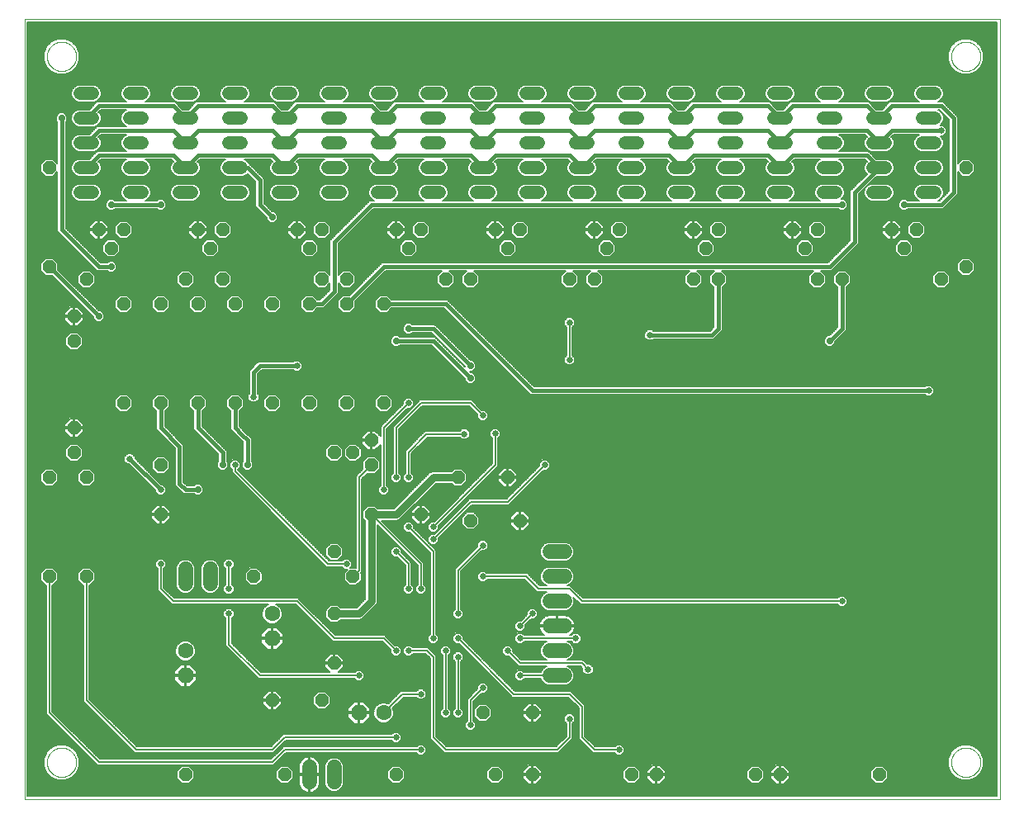
<source format=gbl>
G75*
%MOIN*%
%OFA0B0*%
%FSLAX25Y25*%
%IPPOS*%
%LPD*%
%AMOC8*
5,1,8,0,0,1.08239X$1,22.5*
%
%ADD10C,0.00000*%
%ADD11OC8,0.05200*%
%ADD12OC8,0.06300*%
%ADD13C,0.06300*%
%ADD14C,0.05200*%
%ADD15C,0.06000*%
%ADD16C,0.00600*%
%ADD17C,0.02800*%
%ADD18C,0.02578*%
%ADD19C,0.04500*%
%ADD20C,0.03000*%
%ADD21C,0.00800*%
%ADD22C,0.01600*%
D10*
X0005778Y0001300D02*
X0005778Y0316261D01*
X0399478Y0316261D01*
X0399478Y0001300D01*
X0005778Y0001300D01*
X0014873Y0016300D02*
X0014875Y0016453D01*
X0014881Y0016606D01*
X0014891Y0016759D01*
X0014905Y0016912D01*
X0014923Y0017064D01*
X0014945Y0017216D01*
X0014970Y0017367D01*
X0015000Y0017518D01*
X0015033Y0017667D01*
X0015071Y0017816D01*
X0015112Y0017964D01*
X0015157Y0018110D01*
X0015206Y0018255D01*
X0015259Y0018399D01*
X0015315Y0018542D01*
X0015375Y0018683D01*
X0015439Y0018823D01*
X0015506Y0018960D01*
X0015577Y0019096D01*
X0015651Y0019230D01*
X0015729Y0019362D01*
X0015810Y0019492D01*
X0015895Y0019620D01*
X0015983Y0019746D01*
X0016074Y0019869D01*
X0016168Y0019990D01*
X0016265Y0020109D01*
X0016366Y0020225D01*
X0016469Y0020338D01*
X0016576Y0020448D01*
X0016685Y0020556D01*
X0016796Y0020661D01*
X0016911Y0020763D01*
X0017028Y0020862D01*
X0017148Y0020957D01*
X0017270Y0021050D01*
X0017395Y0021140D01*
X0017521Y0021226D01*
X0017650Y0021309D01*
X0017781Y0021388D01*
X0017914Y0021464D01*
X0018049Y0021537D01*
X0018186Y0021606D01*
X0018325Y0021671D01*
X0018465Y0021733D01*
X0018607Y0021791D01*
X0018750Y0021846D01*
X0018895Y0021897D01*
X0019041Y0021944D01*
X0019188Y0021987D01*
X0019336Y0022026D01*
X0019485Y0022062D01*
X0019635Y0022093D01*
X0019786Y0022121D01*
X0019938Y0022145D01*
X0020090Y0022165D01*
X0020242Y0022181D01*
X0020395Y0022193D01*
X0020548Y0022201D01*
X0020701Y0022205D01*
X0020855Y0022205D01*
X0021008Y0022201D01*
X0021161Y0022193D01*
X0021314Y0022181D01*
X0021466Y0022165D01*
X0021618Y0022145D01*
X0021770Y0022121D01*
X0021921Y0022093D01*
X0022071Y0022062D01*
X0022220Y0022026D01*
X0022368Y0021987D01*
X0022515Y0021944D01*
X0022661Y0021897D01*
X0022806Y0021846D01*
X0022949Y0021791D01*
X0023091Y0021733D01*
X0023231Y0021671D01*
X0023370Y0021606D01*
X0023507Y0021537D01*
X0023642Y0021464D01*
X0023775Y0021388D01*
X0023906Y0021309D01*
X0024035Y0021226D01*
X0024161Y0021140D01*
X0024286Y0021050D01*
X0024408Y0020957D01*
X0024528Y0020862D01*
X0024645Y0020763D01*
X0024760Y0020661D01*
X0024871Y0020556D01*
X0024980Y0020448D01*
X0025087Y0020338D01*
X0025190Y0020225D01*
X0025291Y0020109D01*
X0025388Y0019990D01*
X0025482Y0019869D01*
X0025573Y0019746D01*
X0025661Y0019620D01*
X0025746Y0019492D01*
X0025827Y0019362D01*
X0025905Y0019230D01*
X0025979Y0019096D01*
X0026050Y0018960D01*
X0026117Y0018823D01*
X0026181Y0018683D01*
X0026241Y0018542D01*
X0026297Y0018399D01*
X0026350Y0018255D01*
X0026399Y0018110D01*
X0026444Y0017964D01*
X0026485Y0017816D01*
X0026523Y0017667D01*
X0026556Y0017518D01*
X0026586Y0017367D01*
X0026611Y0017216D01*
X0026633Y0017064D01*
X0026651Y0016912D01*
X0026665Y0016759D01*
X0026675Y0016606D01*
X0026681Y0016453D01*
X0026683Y0016300D01*
X0026681Y0016147D01*
X0026675Y0015994D01*
X0026665Y0015841D01*
X0026651Y0015688D01*
X0026633Y0015536D01*
X0026611Y0015384D01*
X0026586Y0015233D01*
X0026556Y0015082D01*
X0026523Y0014933D01*
X0026485Y0014784D01*
X0026444Y0014636D01*
X0026399Y0014490D01*
X0026350Y0014345D01*
X0026297Y0014201D01*
X0026241Y0014058D01*
X0026181Y0013917D01*
X0026117Y0013777D01*
X0026050Y0013640D01*
X0025979Y0013504D01*
X0025905Y0013370D01*
X0025827Y0013238D01*
X0025746Y0013108D01*
X0025661Y0012980D01*
X0025573Y0012854D01*
X0025482Y0012731D01*
X0025388Y0012610D01*
X0025291Y0012491D01*
X0025190Y0012375D01*
X0025087Y0012262D01*
X0024980Y0012152D01*
X0024871Y0012044D01*
X0024760Y0011939D01*
X0024645Y0011837D01*
X0024528Y0011738D01*
X0024408Y0011643D01*
X0024286Y0011550D01*
X0024161Y0011460D01*
X0024035Y0011374D01*
X0023906Y0011291D01*
X0023775Y0011212D01*
X0023642Y0011136D01*
X0023507Y0011063D01*
X0023370Y0010994D01*
X0023231Y0010929D01*
X0023091Y0010867D01*
X0022949Y0010809D01*
X0022806Y0010754D01*
X0022661Y0010703D01*
X0022515Y0010656D01*
X0022368Y0010613D01*
X0022220Y0010574D01*
X0022071Y0010538D01*
X0021921Y0010507D01*
X0021770Y0010479D01*
X0021618Y0010455D01*
X0021466Y0010435D01*
X0021314Y0010419D01*
X0021161Y0010407D01*
X0021008Y0010399D01*
X0020855Y0010395D01*
X0020701Y0010395D01*
X0020548Y0010399D01*
X0020395Y0010407D01*
X0020242Y0010419D01*
X0020090Y0010435D01*
X0019938Y0010455D01*
X0019786Y0010479D01*
X0019635Y0010507D01*
X0019485Y0010538D01*
X0019336Y0010574D01*
X0019188Y0010613D01*
X0019041Y0010656D01*
X0018895Y0010703D01*
X0018750Y0010754D01*
X0018607Y0010809D01*
X0018465Y0010867D01*
X0018325Y0010929D01*
X0018186Y0010994D01*
X0018049Y0011063D01*
X0017914Y0011136D01*
X0017781Y0011212D01*
X0017650Y0011291D01*
X0017521Y0011374D01*
X0017395Y0011460D01*
X0017270Y0011550D01*
X0017148Y0011643D01*
X0017028Y0011738D01*
X0016911Y0011837D01*
X0016796Y0011939D01*
X0016685Y0012044D01*
X0016576Y0012152D01*
X0016469Y0012262D01*
X0016366Y0012375D01*
X0016265Y0012491D01*
X0016168Y0012610D01*
X0016074Y0012731D01*
X0015983Y0012854D01*
X0015895Y0012980D01*
X0015810Y0013108D01*
X0015729Y0013238D01*
X0015651Y0013370D01*
X0015577Y0013504D01*
X0015506Y0013640D01*
X0015439Y0013777D01*
X0015375Y0013917D01*
X0015315Y0014058D01*
X0015259Y0014201D01*
X0015206Y0014345D01*
X0015157Y0014490D01*
X0015112Y0014636D01*
X0015071Y0014784D01*
X0015033Y0014933D01*
X0015000Y0015082D01*
X0014970Y0015233D01*
X0014945Y0015384D01*
X0014923Y0015536D01*
X0014905Y0015688D01*
X0014891Y0015841D01*
X0014881Y0015994D01*
X0014875Y0016147D01*
X0014873Y0016300D01*
X0014873Y0301300D02*
X0014875Y0301453D01*
X0014881Y0301606D01*
X0014891Y0301759D01*
X0014905Y0301912D01*
X0014923Y0302064D01*
X0014945Y0302216D01*
X0014970Y0302367D01*
X0015000Y0302518D01*
X0015033Y0302667D01*
X0015071Y0302816D01*
X0015112Y0302964D01*
X0015157Y0303110D01*
X0015206Y0303255D01*
X0015259Y0303399D01*
X0015315Y0303542D01*
X0015375Y0303683D01*
X0015439Y0303823D01*
X0015506Y0303960D01*
X0015577Y0304096D01*
X0015651Y0304230D01*
X0015729Y0304362D01*
X0015810Y0304492D01*
X0015895Y0304620D01*
X0015983Y0304746D01*
X0016074Y0304869D01*
X0016168Y0304990D01*
X0016265Y0305109D01*
X0016366Y0305225D01*
X0016469Y0305338D01*
X0016576Y0305448D01*
X0016685Y0305556D01*
X0016796Y0305661D01*
X0016911Y0305763D01*
X0017028Y0305862D01*
X0017148Y0305957D01*
X0017270Y0306050D01*
X0017395Y0306140D01*
X0017521Y0306226D01*
X0017650Y0306309D01*
X0017781Y0306388D01*
X0017914Y0306464D01*
X0018049Y0306537D01*
X0018186Y0306606D01*
X0018325Y0306671D01*
X0018465Y0306733D01*
X0018607Y0306791D01*
X0018750Y0306846D01*
X0018895Y0306897D01*
X0019041Y0306944D01*
X0019188Y0306987D01*
X0019336Y0307026D01*
X0019485Y0307062D01*
X0019635Y0307093D01*
X0019786Y0307121D01*
X0019938Y0307145D01*
X0020090Y0307165D01*
X0020242Y0307181D01*
X0020395Y0307193D01*
X0020548Y0307201D01*
X0020701Y0307205D01*
X0020855Y0307205D01*
X0021008Y0307201D01*
X0021161Y0307193D01*
X0021314Y0307181D01*
X0021466Y0307165D01*
X0021618Y0307145D01*
X0021770Y0307121D01*
X0021921Y0307093D01*
X0022071Y0307062D01*
X0022220Y0307026D01*
X0022368Y0306987D01*
X0022515Y0306944D01*
X0022661Y0306897D01*
X0022806Y0306846D01*
X0022949Y0306791D01*
X0023091Y0306733D01*
X0023231Y0306671D01*
X0023370Y0306606D01*
X0023507Y0306537D01*
X0023642Y0306464D01*
X0023775Y0306388D01*
X0023906Y0306309D01*
X0024035Y0306226D01*
X0024161Y0306140D01*
X0024286Y0306050D01*
X0024408Y0305957D01*
X0024528Y0305862D01*
X0024645Y0305763D01*
X0024760Y0305661D01*
X0024871Y0305556D01*
X0024980Y0305448D01*
X0025087Y0305338D01*
X0025190Y0305225D01*
X0025291Y0305109D01*
X0025388Y0304990D01*
X0025482Y0304869D01*
X0025573Y0304746D01*
X0025661Y0304620D01*
X0025746Y0304492D01*
X0025827Y0304362D01*
X0025905Y0304230D01*
X0025979Y0304096D01*
X0026050Y0303960D01*
X0026117Y0303823D01*
X0026181Y0303683D01*
X0026241Y0303542D01*
X0026297Y0303399D01*
X0026350Y0303255D01*
X0026399Y0303110D01*
X0026444Y0302964D01*
X0026485Y0302816D01*
X0026523Y0302667D01*
X0026556Y0302518D01*
X0026586Y0302367D01*
X0026611Y0302216D01*
X0026633Y0302064D01*
X0026651Y0301912D01*
X0026665Y0301759D01*
X0026675Y0301606D01*
X0026681Y0301453D01*
X0026683Y0301300D01*
X0026681Y0301147D01*
X0026675Y0300994D01*
X0026665Y0300841D01*
X0026651Y0300688D01*
X0026633Y0300536D01*
X0026611Y0300384D01*
X0026586Y0300233D01*
X0026556Y0300082D01*
X0026523Y0299933D01*
X0026485Y0299784D01*
X0026444Y0299636D01*
X0026399Y0299490D01*
X0026350Y0299345D01*
X0026297Y0299201D01*
X0026241Y0299058D01*
X0026181Y0298917D01*
X0026117Y0298777D01*
X0026050Y0298640D01*
X0025979Y0298504D01*
X0025905Y0298370D01*
X0025827Y0298238D01*
X0025746Y0298108D01*
X0025661Y0297980D01*
X0025573Y0297854D01*
X0025482Y0297731D01*
X0025388Y0297610D01*
X0025291Y0297491D01*
X0025190Y0297375D01*
X0025087Y0297262D01*
X0024980Y0297152D01*
X0024871Y0297044D01*
X0024760Y0296939D01*
X0024645Y0296837D01*
X0024528Y0296738D01*
X0024408Y0296643D01*
X0024286Y0296550D01*
X0024161Y0296460D01*
X0024035Y0296374D01*
X0023906Y0296291D01*
X0023775Y0296212D01*
X0023642Y0296136D01*
X0023507Y0296063D01*
X0023370Y0295994D01*
X0023231Y0295929D01*
X0023091Y0295867D01*
X0022949Y0295809D01*
X0022806Y0295754D01*
X0022661Y0295703D01*
X0022515Y0295656D01*
X0022368Y0295613D01*
X0022220Y0295574D01*
X0022071Y0295538D01*
X0021921Y0295507D01*
X0021770Y0295479D01*
X0021618Y0295455D01*
X0021466Y0295435D01*
X0021314Y0295419D01*
X0021161Y0295407D01*
X0021008Y0295399D01*
X0020855Y0295395D01*
X0020701Y0295395D01*
X0020548Y0295399D01*
X0020395Y0295407D01*
X0020242Y0295419D01*
X0020090Y0295435D01*
X0019938Y0295455D01*
X0019786Y0295479D01*
X0019635Y0295507D01*
X0019485Y0295538D01*
X0019336Y0295574D01*
X0019188Y0295613D01*
X0019041Y0295656D01*
X0018895Y0295703D01*
X0018750Y0295754D01*
X0018607Y0295809D01*
X0018465Y0295867D01*
X0018325Y0295929D01*
X0018186Y0295994D01*
X0018049Y0296063D01*
X0017914Y0296136D01*
X0017781Y0296212D01*
X0017650Y0296291D01*
X0017521Y0296374D01*
X0017395Y0296460D01*
X0017270Y0296550D01*
X0017148Y0296643D01*
X0017028Y0296738D01*
X0016911Y0296837D01*
X0016796Y0296939D01*
X0016685Y0297044D01*
X0016576Y0297152D01*
X0016469Y0297262D01*
X0016366Y0297375D01*
X0016265Y0297491D01*
X0016168Y0297610D01*
X0016074Y0297731D01*
X0015983Y0297854D01*
X0015895Y0297980D01*
X0015810Y0298108D01*
X0015729Y0298238D01*
X0015651Y0298370D01*
X0015577Y0298504D01*
X0015506Y0298640D01*
X0015439Y0298777D01*
X0015375Y0298917D01*
X0015315Y0299058D01*
X0015259Y0299201D01*
X0015206Y0299345D01*
X0015157Y0299490D01*
X0015112Y0299636D01*
X0015071Y0299784D01*
X0015033Y0299933D01*
X0015000Y0300082D01*
X0014970Y0300233D01*
X0014945Y0300384D01*
X0014923Y0300536D01*
X0014905Y0300688D01*
X0014891Y0300841D01*
X0014881Y0300994D01*
X0014875Y0301147D01*
X0014873Y0301300D01*
X0379873Y0301300D02*
X0379875Y0301453D01*
X0379881Y0301606D01*
X0379891Y0301759D01*
X0379905Y0301912D01*
X0379923Y0302064D01*
X0379945Y0302216D01*
X0379970Y0302367D01*
X0380000Y0302518D01*
X0380033Y0302667D01*
X0380071Y0302816D01*
X0380112Y0302964D01*
X0380157Y0303110D01*
X0380206Y0303255D01*
X0380259Y0303399D01*
X0380315Y0303542D01*
X0380375Y0303683D01*
X0380439Y0303823D01*
X0380506Y0303960D01*
X0380577Y0304096D01*
X0380651Y0304230D01*
X0380729Y0304362D01*
X0380810Y0304492D01*
X0380895Y0304620D01*
X0380983Y0304746D01*
X0381074Y0304869D01*
X0381168Y0304990D01*
X0381265Y0305109D01*
X0381366Y0305225D01*
X0381469Y0305338D01*
X0381576Y0305448D01*
X0381685Y0305556D01*
X0381796Y0305661D01*
X0381911Y0305763D01*
X0382028Y0305862D01*
X0382148Y0305957D01*
X0382270Y0306050D01*
X0382395Y0306140D01*
X0382521Y0306226D01*
X0382650Y0306309D01*
X0382781Y0306388D01*
X0382914Y0306464D01*
X0383049Y0306537D01*
X0383186Y0306606D01*
X0383325Y0306671D01*
X0383465Y0306733D01*
X0383607Y0306791D01*
X0383750Y0306846D01*
X0383895Y0306897D01*
X0384041Y0306944D01*
X0384188Y0306987D01*
X0384336Y0307026D01*
X0384485Y0307062D01*
X0384635Y0307093D01*
X0384786Y0307121D01*
X0384938Y0307145D01*
X0385090Y0307165D01*
X0385242Y0307181D01*
X0385395Y0307193D01*
X0385548Y0307201D01*
X0385701Y0307205D01*
X0385855Y0307205D01*
X0386008Y0307201D01*
X0386161Y0307193D01*
X0386314Y0307181D01*
X0386466Y0307165D01*
X0386618Y0307145D01*
X0386770Y0307121D01*
X0386921Y0307093D01*
X0387071Y0307062D01*
X0387220Y0307026D01*
X0387368Y0306987D01*
X0387515Y0306944D01*
X0387661Y0306897D01*
X0387806Y0306846D01*
X0387949Y0306791D01*
X0388091Y0306733D01*
X0388231Y0306671D01*
X0388370Y0306606D01*
X0388507Y0306537D01*
X0388642Y0306464D01*
X0388775Y0306388D01*
X0388906Y0306309D01*
X0389035Y0306226D01*
X0389161Y0306140D01*
X0389286Y0306050D01*
X0389408Y0305957D01*
X0389528Y0305862D01*
X0389645Y0305763D01*
X0389760Y0305661D01*
X0389871Y0305556D01*
X0389980Y0305448D01*
X0390087Y0305338D01*
X0390190Y0305225D01*
X0390291Y0305109D01*
X0390388Y0304990D01*
X0390482Y0304869D01*
X0390573Y0304746D01*
X0390661Y0304620D01*
X0390746Y0304492D01*
X0390827Y0304362D01*
X0390905Y0304230D01*
X0390979Y0304096D01*
X0391050Y0303960D01*
X0391117Y0303823D01*
X0391181Y0303683D01*
X0391241Y0303542D01*
X0391297Y0303399D01*
X0391350Y0303255D01*
X0391399Y0303110D01*
X0391444Y0302964D01*
X0391485Y0302816D01*
X0391523Y0302667D01*
X0391556Y0302518D01*
X0391586Y0302367D01*
X0391611Y0302216D01*
X0391633Y0302064D01*
X0391651Y0301912D01*
X0391665Y0301759D01*
X0391675Y0301606D01*
X0391681Y0301453D01*
X0391683Y0301300D01*
X0391681Y0301147D01*
X0391675Y0300994D01*
X0391665Y0300841D01*
X0391651Y0300688D01*
X0391633Y0300536D01*
X0391611Y0300384D01*
X0391586Y0300233D01*
X0391556Y0300082D01*
X0391523Y0299933D01*
X0391485Y0299784D01*
X0391444Y0299636D01*
X0391399Y0299490D01*
X0391350Y0299345D01*
X0391297Y0299201D01*
X0391241Y0299058D01*
X0391181Y0298917D01*
X0391117Y0298777D01*
X0391050Y0298640D01*
X0390979Y0298504D01*
X0390905Y0298370D01*
X0390827Y0298238D01*
X0390746Y0298108D01*
X0390661Y0297980D01*
X0390573Y0297854D01*
X0390482Y0297731D01*
X0390388Y0297610D01*
X0390291Y0297491D01*
X0390190Y0297375D01*
X0390087Y0297262D01*
X0389980Y0297152D01*
X0389871Y0297044D01*
X0389760Y0296939D01*
X0389645Y0296837D01*
X0389528Y0296738D01*
X0389408Y0296643D01*
X0389286Y0296550D01*
X0389161Y0296460D01*
X0389035Y0296374D01*
X0388906Y0296291D01*
X0388775Y0296212D01*
X0388642Y0296136D01*
X0388507Y0296063D01*
X0388370Y0295994D01*
X0388231Y0295929D01*
X0388091Y0295867D01*
X0387949Y0295809D01*
X0387806Y0295754D01*
X0387661Y0295703D01*
X0387515Y0295656D01*
X0387368Y0295613D01*
X0387220Y0295574D01*
X0387071Y0295538D01*
X0386921Y0295507D01*
X0386770Y0295479D01*
X0386618Y0295455D01*
X0386466Y0295435D01*
X0386314Y0295419D01*
X0386161Y0295407D01*
X0386008Y0295399D01*
X0385855Y0295395D01*
X0385701Y0295395D01*
X0385548Y0295399D01*
X0385395Y0295407D01*
X0385242Y0295419D01*
X0385090Y0295435D01*
X0384938Y0295455D01*
X0384786Y0295479D01*
X0384635Y0295507D01*
X0384485Y0295538D01*
X0384336Y0295574D01*
X0384188Y0295613D01*
X0384041Y0295656D01*
X0383895Y0295703D01*
X0383750Y0295754D01*
X0383607Y0295809D01*
X0383465Y0295867D01*
X0383325Y0295929D01*
X0383186Y0295994D01*
X0383049Y0296063D01*
X0382914Y0296136D01*
X0382781Y0296212D01*
X0382650Y0296291D01*
X0382521Y0296374D01*
X0382395Y0296460D01*
X0382270Y0296550D01*
X0382148Y0296643D01*
X0382028Y0296738D01*
X0381911Y0296837D01*
X0381796Y0296939D01*
X0381685Y0297044D01*
X0381576Y0297152D01*
X0381469Y0297262D01*
X0381366Y0297375D01*
X0381265Y0297491D01*
X0381168Y0297610D01*
X0381074Y0297731D01*
X0380983Y0297854D01*
X0380895Y0297980D01*
X0380810Y0298108D01*
X0380729Y0298238D01*
X0380651Y0298370D01*
X0380577Y0298504D01*
X0380506Y0298640D01*
X0380439Y0298777D01*
X0380375Y0298917D01*
X0380315Y0299058D01*
X0380259Y0299201D01*
X0380206Y0299345D01*
X0380157Y0299490D01*
X0380112Y0299636D01*
X0380071Y0299784D01*
X0380033Y0299933D01*
X0380000Y0300082D01*
X0379970Y0300233D01*
X0379945Y0300384D01*
X0379923Y0300536D01*
X0379905Y0300688D01*
X0379891Y0300841D01*
X0379881Y0300994D01*
X0379875Y0301147D01*
X0379873Y0301300D01*
X0379873Y0016300D02*
X0379875Y0016453D01*
X0379881Y0016606D01*
X0379891Y0016759D01*
X0379905Y0016912D01*
X0379923Y0017064D01*
X0379945Y0017216D01*
X0379970Y0017367D01*
X0380000Y0017518D01*
X0380033Y0017667D01*
X0380071Y0017816D01*
X0380112Y0017964D01*
X0380157Y0018110D01*
X0380206Y0018255D01*
X0380259Y0018399D01*
X0380315Y0018542D01*
X0380375Y0018683D01*
X0380439Y0018823D01*
X0380506Y0018960D01*
X0380577Y0019096D01*
X0380651Y0019230D01*
X0380729Y0019362D01*
X0380810Y0019492D01*
X0380895Y0019620D01*
X0380983Y0019746D01*
X0381074Y0019869D01*
X0381168Y0019990D01*
X0381265Y0020109D01*
X0381366Y0020225D01*
X0381469Y0020338D01*
X0381576Y0020448D01*
X0381685Y0020556D01*
X0381796Y0020661D01*
X0381911Y0020763D01*
X0382028Y0020862D01*
X0382148Y0020957D01*
X0382270Y0021050D01*
X0382395Y0021140D01*
X0382521Y0021226D01*
X0382650Y0021309D01*
X0382781Y0021388D01*
X0382914Y0021464D01*
X0383049Y0021537D01*
X0383186Y0021606D01*
X0383325Y0021671D01*
X0383465Y0021733D01*
X0383607Y0021791D01*
X0383750Y0021846D01*
X0383895Y0021897D01*
X0384041Y0021944D01*
X0384188Y0021987D01*
X0384336Y0022026D01*
X0384485Y0022062D01*
X0384635Y0022093D01*
X0384786Y0022121D01*
X0384938Y0022145D01*
X0385090Y0022165D01*
X0385242Y0022181D01*
X0385395Y0022193D01*
X0385548Y0022201D01*
X0385701Y0022205D01*
X0385855Y0022205D01*
X0386008Y0022201D01*
X0386161Y0022193D01*
X0386314Y0022181D01*
X0386466Y0022165D01*
X0386618Y0022145D01*
X0386770Y0022121D01*
X0386921Y0022093D01*
X0387071Y0022062D01*
X0387220Y0022026D01*
X0387368Y0021987D01*
X0387515Y0021944D01*
X0387661Y0021897D01*
X0387806Y0021846D01*
X0387949Y0021791D01*
X0388091Y0021733D01*
X0388231Y0021671D01*
X0388370Y0021606D01*
X0388507Y0021537D01*
X0388642Y0021464D01*
X0388775Y0021388D01*
X0388906Y0021309D01*
X0389035Y0021226D01*
X0389161Y0021140D01*
X0389286Y0021050D01*
X0389408Y0020957D01*
X0389528Y0020862D01*
X0389645Y0020763D01*
X0389760Y0020661D01*
X0389871Y0020556D01*
X0389980Y0020448D01*
X0390087Y0020338D01*
X0390190Y0020225D01*
X0390291Y0020109D01*
X0390388Y0019990D01*
X0390482Y0019869D01*
X0390573Y0019746D01*
X0390661Y0019620D01*
X0390746Y0019492D01*
X0390827Y0019362D01*
X0390905Y0019230D01*
X0390979Y0019096D01*
X0391050Y0018960D01*
X0391117Y0018823D01*
X0391181Y0018683D01*
X0391241Y0018542D01*
X0391297Y0018399D01*
X0391350Y0018255D01*
X0391399Y0018110D01*
X0391444Y0017964D01*
X0391485Y0017816D01*
X0391523Y0017667D01*
X0391556Y0017518D01*
X0391586Y0017367D01*
X0391611Y0017216D01*
X0391633Y0017064D01*
X0391651Y0016912D01*
X0391665Y0016759D01*
X0391675Y0016606D01*
X0391681Y0016453D01*
X0391683Y0016300D01*
X0391681Y0016147D01*
X0391675Y0015994D01*
X0391665Y0015841D01*
X0391651Y0015688D01*
X0391633Y0015536D01*
X0391611Y0015384D01*
X0391586Y0015233D01*
X0391556Y0015082D01*
X0391523Y0014933D01*
X0391485Y0014784D01*
X0391444Y0014636D01*
X0391399Y0014490D01*
X0391350Y0014345D01*
X0391297Y0014201D01*
X0391241Y0014058D01*
X0391181Y0013917D01*
X0391117Y0013777D01*
X0391050Y0013640D01*
X0390979Y0013504D01*
X0390905Y0013370D01*
X0390827Y0013238D01*
X0390746Y0013108D01*
X0390661Y0012980D01*
X0390573Y0012854D01*
X0390482Y0012731D01*
X0390388Y0012610D01*
X0390291Y0012491D01*
X0390190Y0012375D01*
X0390087Y0012262D01*
X0389980Y0012152D01*
X0389871Y0012044D01*
X0389760Y0011939D01*
X0389645Y0011837D01*
X0389528Y0011738D01*
X0389408Y0011643D01*
X0389286Y0011550D01*
X0389161Y0011460D01*
X0389035Y0011374D01*
X0388906Y0011291D01*
X0388775Y0011212D01*
X0388642Y0011136D01*
X0388507Y0011063D01*
X0388370Y0010994D01*
X0388231Y0010929D01*
X0388091Y0010867D01*
X0387949Y0010809D01*
X0387806Y0010754D01*
X0387661Y0010703D01*
X0387515Y0010656D01*
X0387368Y0010613D01*
X0387220Y0010574D01*
X0387071Y0010538D01*
X0386921Y0010507D01*
X0386770Y0010479D01*
X0386618Y0010455D01*
X0386466Y0010435D01*
X0386314Y0010419D01*
X0386161Y0010407D01*
X0386008Y0010399D01*
X0385855Y0010395D01*
X0385701Y0010395D01*
X0385548Y0010399D01*
X0385395Y0010407D01*
X0385242Y0010419D01*
X0385090Y0010435D01*
X0384938Y0010455D01*
X0384786Y0010479D01*
X0384635Y0010507D01*
X0384485Y0010538D01*
X0384336Y0010574D01*
X0384188Y0010613D01*
X0384041Y0010656D01*
X0383895Y0010703D01*
X0383750Y0010754D01*
X0383607Y0010809D01*
X0383465Y0010867D01*
X0383325Y0010929D01*
X0383186Y0010994D01*
X0383049Y0011063D01*
X0382914Y0011136D01*
X0382781Y0011212D01*
X0382650Y0011291D01*
X0382521Y0011374D01*
X0382395Y0011460D01*
X0382270Y0011550D01*
X0382148Y0011643D01*
X0382028Y0011738D01*
X0381911Y0011837D01*
X0381796Y0011939D01*
X0381685Y0012044D01*
X0381576Y0012152D01*
X0381469Y0012262D01*
X0381366Y0012375D01*
X0381265Y0012491D01*
X0381168Y0012610D01*
X0381074Y0012731D01*
X0380983Y0012854D01*
X0380895Y0012980D01*
X0380810Y0013108D01*
X0380729Y0013238D01*
X0380651Y0013370D01*
X0380577Y0013504D01*
X0380506Y0013640D01*
X0380439Y0013777D01*
X0380375Y0013917D01*
X0380315Y0014058D01*
X0380259Y0014201D01*
X0380206Y0014345D01*
X0380157Y0014490D01*
X0380112Y0014636D01*
X0380071Y0014784D01*
X0380033Y0014933D01*
X0380000Y0015082D01*
X0379970Y0015233D01*
X0379945Y0015384D01*
X0379923Y0015536D01*
X0379905Y0015688D01*
X0379891Y0015841D01*
X0379881Y0015994D01*
X0379875Y0016147D01*
X0379873Y0016300D01*
D11*
X0350778Y0011300D03*
X0310778Y0011300D03*
X0300778Y0011300D03*
X0260778Y0011300D03*
X0250778Y0011300D03*
X0210778Y0011300D03*
X0195778Y0011300D03*
X0190778Y0036300D03*
X0210778Y0036300D03*
X0155778Y0011300D03*
X0125778Y0041300D03*
X0130778Y0056300D03*
X0105778Y0041300D03*
X0110778Y0011300D03*
X0070778Y0011300D03*
X0130778Y0076300D03*
X0138278Y0091300D03*
X0130778Y0101300D03*
X0145778Y0116300D03*
X0165778Y0116300D03*
X0185778Y0113800D03*
X0205778Y0113800D03*
X0200778Y0131300D03*
X0180778Y0131300D03*
X0145778Y0136300D03*
X0138278Y0141300D03*
X0130778Y0141300D03*
X0145778Y0146300D03*
X0150778Y0161300D03*
X0135778Y0161300D03*
X0120778Y0161300D03*
X0105778Y0161300D03*
X0090778Y0161300D03*
X0075778Y0161300D03*
X0060778Y0161300D03*
X0045778Y0161300D03*
X0025778Y0151300D03*
X0025778Y0141300D03*
X0030778Y0131300D03*
X0015778Y0131300D03*
X0060778Y0136300D03*
X0060778Y0116300D03*
X0030778Y0091300D03*
X0015778Y0091300D03*
X0098278Y0091300D03*
X0025778Y0186300D03*
X0025778Y0196300D03*
X0030778Y0211300D03*
X0015778Y0216300D03*
X0035778Y0231300D03*
X0040778Y0223800D03*
X0045778Y0231300D03*
X0070778Y0211300D03*
X0075778Y0201300D03*
X0085778Y0211300D03*
X0090778Y0201300D03*
X0105778Y0201300D03*
X0120778Y0201300D03*
X0125778Y0211300D03*
X0135778Y0211300D03*
X0135778Y0201300D03*
X0150778Y0201300D03*
X0175778Y0211300D03*
X0185778Y0211300D03*
X0200778Y0223800D03*
X0205778Y0231300D03*
X0195778Y0231300D03*
X0165778Y0231300D03*
X0160778Y0223800D03*
X0155778Y0231300D03*
X0125778Y0231300D03*
X0120778Y0223800D03*
X0115778Y0231300D03*
X0085778Y0231300D03*
X0080778Y0223800D03*
X0075778Y0231300D03*
X0060778Y0201300D03*
X0045778Y0201300D03*
X0015778Y0256300D03*
X0225778Y0211300D03*
X0235778Y0211300D03*
X0240778Y0223800D03*
X0245778Y0231300D03*
X0235778Y0231300D03*
X0275778Y0231300D03*
X0280778Y0223800D03*
X0285778Y0231300D03*
X0285778Y0211300D03*
X0275778Y0211300D03*
X0315778Y0231300D03*
X0320778Y0223800D03*
X0325778Y0231300D03*
X0325778Y0211300D03*
X0335778Y0211300D03*
X0360778Y0223800D03*
X0365778Y0231300D03*
X0355778Y0231300D03*
X0375778Y0211300D03*
X0385778Y0216300D03*
X0385778Y0256300D03*
D12*
X0140778Y0036300D03*
X0105778Y0066300D03*
X0070778Y0051300D03*
D13*
X0070778Y0061300D03*
X0105778Y0076300D03*
X0150778Y0036300D03*
D14*
X0148178Y0246300D02*
X0153378Y0246300D01*
X0153378Y0256300D02*
X0148178Y0256300D01*
X0148178Y0266300D02*
X0153378Y0266300D01*
X0153378Y0276300D02*
X0148178Y0276300D01*
X0133378Y0276300D02*
X0128178Y0276300D01*
X0128178Y0266300D02*
X0133378Y0266300D01*
X0133378Y0256300D02*
X0128178Y0256300D01*
X0128178Y0246300D02*
X0133378Y0246300D01*
X0113378Y0246300D02*
X0108178Y0246300D01*
X0108178Y0256300D02*
X0113378Y0256300D01*
X0113378Y0266300D02*
X0108178Y0266300D01*
X0108178Y0276300D02*
X0113378Y0276300D01*
X0113378Y0286300D02*
X0108178Y0286300D01*
X0093378Y0286300D02*
X0088178Y0286300D01*
X0073378Y0286300D02*
X0068178Y0286300D01*
X0053378Y0286300D02*
X0048178Y0286300D01*
X0033378Y0286300D02*
X0028178Y0286300D01*
X0028178Y0276300D02*
X0033378Y0276300D01*
X0033378Y0266300D02*
X0028178Y0266300D01*
X0028178Y0256300D02*
X0033378Y0256300D01*
X0033378Y0246300D02*
X0028178Y0246300D01*
X0048178Y0246300D02*
X0053378Y0246300D01*
X0053378Y0256300D02*
X0048178Y0256300D01*
X0048178Y0266300D02*
X0053378Y0266300D01*
X0053378Y0276300D02*
X0048178Y0276300D01*
X0068178Y0276300D02*
X0073378Y0276300D01*
X0073378Y0266300D02*
X0068178Y0266300D01*
X0068178Y0256300D02*
X0073378Y0256300D01*
X0073378Y0246300D02*
X0068178Y0246300D01*
X0088178Y0246300D02*
X0093378Y0246300D01*
X0093378Y0256300D02*
X0088178Y0256300D01*
X0088178Y0266300D02*
X0093378Y0266300D01*
X0093378Y0276300D02*
X0088178Y0276300D01*
X0128178Y0286300D02*
X0133378Y0286300D01*
X0148178Y0286300D02*
X0153378Y0286300D01*
X0168178Y0286300D02*
X0173378Y0286300D01*
X0188178Y0286300D02*
X0193378Y0286300D01*
X0208178Y0286300D02*
X0213378Y0286300D01*
X0228178Y0286300D02*
X0233378Y0286300D01*
X0248178Y0286300D02*
X0253378Y0286300D01*
X0268178Y0286300D02*
X0273378Y0286300D01*
X0273378Y0276300D02*
X0268178Y0276300D01*
X0268178Y0266300D02*
X0273378Y0266300D01*
X0273378Y0256300D02*
X0268178Y0256300D01*
X0268178Y0246300D02*
X0273378Y0246300D01*
X0288178Y0246300D02*
X0293378Y0246300D01*
X0293378Y0256300D02*
X0288178Y0256300D01*
X0288178Y0266300D02*
X0293378Y0266300D01*
X0293378Y0276300D02*
X0288178Y0276300D01*
X0288178Y0286300D02*
X0293378Y0286300D01*
X0308178Y0286300D02*
X0313378Y0286300D01*
X0313378Y0276300D02*
X0308178Y0276300D01*
X0308178Y0266300D02*
X0313378Y0266300D01*
X0313378Y0256300D02*
X0308178Y0256300D01*
X0308178Y0246300D02*
X0313378Y0246300D01*
X0328178Y0246300D02*
X0333378Y0246300D01*
X0333378Y0256300D02*
X0328178Y0256300D01*
X0328178Y0266300D02*
X0333378Y0266300D01*
X0333378Y0276300D02*
X0328178Y0276300D01*
X0328178Y0286300D02*
X0333378Y0286300D01*
X0348178Y0286300D02*
X0353378Y0286300D01*
X0353378Y0276300D02*
X0348178Y0276300D01*
X0348178Y0266300D02*
X0353378Y0266300D01*
X0353378Y0256300D02*
X0348178Y0256300D01*
X0348178Y0246300D02*
X0353378Y0246300D01*
X0368178Y0246300D02*
X0373378Y0246300D01*
X0373378Y0256300D02*
X0368178Y0256300D01*
X0368178Y0266300D02*
X0373378Y0266300D01*
X0373378Y0276300D02*
X0368178Y0276300D01*
X0368178Y0286300D02*
X0373378Y0286300D01*
X0253378Y0276300D02*
X0248178Y0276300D01*
X0248178Y0266300D02*
X0253378Y0266300D01*
X0253378Y0256300D02*
X0248178Y0256300D01*
X0248178Y0246300D02*
X0253378Y0246300D01*
X0233378Y0246300D02*
X0228178Y0246300D01*
X0228178Y0256300D02*
X0233378Y0256300D01*
X0233378Y0266300D02*
X0228178Y0266300D01*
X0228178Y0276300D02*
X0233378Y0276300D01*
X0213378Y0276300D02*
X0208178Y0276300D01*
X0208178Y0266300D02*
X0213378Y0266300D01*
X0213378Y0256300D02*
X0208178Y0256300D01*
X0208178Y0246300D02*
X0213378Y0246300D01*
X0193378Y0246300D02*
X0188178Y0246300D01*
X0188178Y0256300D02*
X0193378Y0256300D01*
X0193378Y0266300D02*
X0188178Y0266300D01*
X0188178Y0276300D02*
X0193378Y0276300D01*
X0173378Y0276300D02*
X0168178Y0276300D01*
X0168178Y0266300D02*
X0173378Y0266300D01*
X0173378Y0256300D02*
X0168178Y0256300D01*
X0168178Y0246300D02*
X0173378Y0246300D01*
D15*
X0217778Y0101300D02*
X0223778Y0101300D01*
X0223778Y0091300D02*
X0217778Y0091300D01*
X0217778Y0081300D02*
X0223778Y0081300D01*
X0223778Y0071300D02*
X0217778Y0071300D01*
X0217778Y0061300D02*
X0223778Y0061300D01*
X0223778Y0051300D02*
X0217778Y0051300D01*
X0130778Y0014300D02*
X0130778Y0008300D01*
X0120778Y0008300D02*
X0120778Y0014300D01*
X0080778Y0088300D02*
X0080778Y0094300D01*
X0070778Y0094300D02*
X0070778Y0088300D01*
D16*
X0074414Y0086887D02*
X0077141Y0086887D01*
X0076894Y0087486D02*
X0074662Y0087486D01*
X0074678Y0087524D02*
X0074084Y0086091D01*
X0072987Y0084994D01*
X0071553Y0084400D01*
X0070002Y0084400D01*
X0068568Y0084994D01*
X0067471Y0086091D01*
X0066878Y0087524D01*
X0066878Y0095076D01*
X0067471Y0096509D01*
X0068568Y0097606D01*
X0070002Y0098200D01*
X0071553Y0098200D01*
X0072987Y0097606D01*
X0074084Y0096509D01*
X0074678Y0095076D01*
X0074678Y0087524D01*
X0074678Y0088084D02*
X0076878Y0088084D01*
X0076878Y0087524D02*
X0077471Y0086091D01*
X0078568Y0084994D01*
X0080002Y0084400D01*
X0081553Y0084400D01*
X0082987Y0084994D01*
X0084084Y0086091D01*
X0084678Y0087524D01*
X0084678Y0095076D01*
X0084084Y0096509D01*
X0082987Y0097606D01*
X0081553Y0098200D01*
X0080002Y0098200D01*
X0078568Y0097606D01*
X0077471Y0096509D01*
X0076878Y0095076D01*
X0076878Y0087524D01*
X0076878Y0088683D02*
X0074678Y0088683D01*
X0074678Y0089281D02*
X0076878Y0089281D01*
X0076878Y0089880D02*
X0074678Y0089880D01*
X0074678Y0090478D02*
X0076878Y0090478D01*
X0076878Y0091077D02*
X0074678Y0091077D01*
X0074678Y0091675D02*
X0076878Y0091675D01*
X0076878Y0092274D02*
X0074678Y0092274D01*
X0074678Y0092872D02*
X0076878Y0092872D01*
X0076878Y0093471D02*
X0074678Y0093471D01*
X0074678Y0094069D02*
X0076878Y0094069D01*
X0076878Y0094668D02*
X0074678Y0094668D01*
X0074599Y0095266D02*
X0076956Y0095266D01*
X0077204Y0095865D02*
X0074351Y0095865D01*
X0074103Y0096463D02*
X0077452Y0096463D01*
X0078024Y0097062D02*
X0073531Y0097062D01*
X0072856Y0097660D02*
X0078699Y0097660D01*
X0082856Y0097660D02*
X0086542Y0097660D01*
X0086089Y0097207D02*
X0086089Y0095393D01*
X0086978Y0094504D01*
X0086978Y0088096D01*
X0086089Y0087207D01*
X0086089Y0085393D01*
X0087371Y0084111D01*
X0089184Y0084111D01*
X0090467Y0085393D01*
X0090467Y0087207D01*
X0089578Y0088096D01*
X0089578Y0094504D01*
X0090467Y0095393D01*
X0090467Y0097207D01*
X0089184Y0098489D01*
X0087371Y0098489D01*
X0086089Y0097207D01*
X0086089Y0097062D02*
X0083531Y0097062D01*
X0084103Y0096463D02*
X0086089Y0096463D01*
X0086089Y0095865D02*
X0084351Y0095865D01*
X0084599Y0095266D02*
X0086216Y0095266D01*
X0086814Y0094668D02*
X0084678Y0094668D01*
X0084678Y0094069D02*
X0086978Y0094069D01*
X0086978Y0093471D02*
X0084678Y0093471D01*
X0084678Y0092872D02*
X0086978Y0092872D01*
X0086978Y0092274D02*
X0084678Y0092274D01*
X0084678Y0091675D02*
X0086978Y0091675D01*
X0086978Y0091077D02*
X0084678Y0091077D01*
X0084678Y0090478D02*
X0086978Y0090478D01*
X0086978Y0089880D02*
X0084678Y0089880D01*
X0084678Y0089281D02*
X0086978Y0089281D01*
X0086978Y0088683D02*
X0084678Y0088683D01*
X0084678Y0088084D02*
X0086966Y0088084D01*
X0086368Y0087486D02*
X0084662Y0087486D01*
X0084414Y0086887D02*
X0086089Y0086887D01*
X0086089Y0086289D02*
X0084166Y0086289D01*
X0083683Y0085690D02*
X0086089Y0085690D01*
X0086390Y0085092D02*
X0083085Y0085092D01*
X0081778Y0084493D02*
X0086989Y0084493D01*
X0089566Y0084493D02*
X0143378Y0084493D01*
X0143378Y0083895D02*
X0065021Y0083895D01*
X0064423Y0084493D02*
X0069777Y0084493D01*
X0068471Y0085092D02*
X0063824Y0085092D01*
X0063226Y0085690D02*
X0067872Y0085690D01*
X0067389Y0086289D02*
X0062627Y0086289D01*
X0062078Y0086838D02*
X0066316Y0082600D01*
X0116316Y0082600D01*
X0117078Y0081838D01*
X0131316Y0067600D01*
X0151316Y0067600D01*
X0152078Y0066838D01*
X0155427Y0063489D01*
X0156684Y0063489D01*
X0157967Y0062207D01*
X0157967Y0060393D01*
X0156684Y0059111D01*
X0154871Y0059111D01*
X0153589Y0060393D01*
X0153589Y0061650D01*
X0150239Y0065000D01*
X0130239Y0065000D01*
X0129478Y0065762D01*
X0129478Y0065762D01*
X0115239Y0080000D01*
X0107428Y0080000D01*
X0108072Y0079733D01*
X0109211Y0078594D01*
X0109828Y0077106D01*
X0109828Y0075494D01*
X0109211Y0074006D01*
X0108072Y0072867D01*
X0106583Y0072250D01*
X0104972Y0072250D01*
X0103483Y0072867D01*
X0102344Y0074006D01*
X0101728Y0075494D01*
X0101728Y0077106D01*
X0102344Y0078594D01*
X0103483Y0079733D01*
X0104127Y0080000D01*
X0065239Y0080000D01*
X0064478Y0080762D01*
X0060239Y0085000D01*
X0059478Y0085762D01*
X0059478Y0094504D01*
X0058589Y0095393D01*
X0058589Y0097207D01*
X0059871Y0098489D01*
X0061684Y0098489D01*
X0062967Y0097207D01*
X0062967Y0095393D01*
X0062078Y0094504D01*
X0062078Y0086838D01*
X0062078Y0086887D02*
X0067141Y0086887D01*
X0066894Y0087486D02*
X0062078Y0087486D01*
X0062078Y0088084D02*
X0066878Y0088084D01*
X0066878Y0088683D02*
X0062078Y0088683D01*
X0062078Y0089281D02*
X0066878Y0089281D01*
X0066878Y0089880D02*
X0062078Y0089880D01*
X0062078Y0090478D02*
X0066878Y0090478D01*
X0066878Y0091077D02*
X0062078Y0091077D01*
X0062078Y0091675D02*
X0066878Y0091675D01*
X0066878Y0092274D02*
X0062078Y0092274D01*
X0062078Y0092872D02*
X0066878Y0092872D01*
X0066878Y0093471D02*
X0062078Y0093471D01*
X0062078Y0094069D02*
X0066878Y0094069D01*
X0066878Y0094668D02*
X0062241Y0094668D01*
X0062840Y0095266D02*
X0066956Y0095266D01*
X0067204Y0095865D02*
X0062967Y0095865D01*
X0062967Y0096463D02*
X0067452Y0096463D01*
X0068024Y0097062D02*
X0062967Y0097062D01*
X0062513Y0097660D02*
X0068699Y0097660D01*
X0061914Y0098259D02*
X0087141Y0098259D01*
X0089414Y0098259D02*
X0124480Y0098259D01*
X0123882Y0098857D02*
X0007078Y0098857D01*
X0007078Y0098259D02*
X0059641Y0098259D01*
X0059042Y0097660D02*
X0007078Y0097660D01*
X0007078Y0097062D02*
X0058589Y0097062D01*
X0058589Y0096463D02*
X0007078Y0096463D01*
X0007078Y0095865D02*
X0058589Y0095865D01*
X0058716Y0095266D02*
X0007078Y0095266D01*
X0007078Y0094668D02*
X0014196Y0094668D01*
X0014328Y0094800D02*
X0012278Y0092750D01*
X0012278Y0089850D01*
X0014328Y0087800D01*
X0014478Y0087800D01*
X0014478Y0035762D01*
X0034478Y0015762D01*
X0035239Y0015000D01*
X0106316Y0015000D01*
X0107078Y0015762D01*
X0111316Y0020000D01*
X0163982Y0020000D01*
X0164871Y0019111D01*
X0166684Y0019111D01*
X0167967Y0020393D01*
X0167967Y0022207D01*
X0166684Y0023489D01*
X0164871Y0023489D01*
X0163982Y0022600D01*
X0110239Y0022600D01*
X0109478Y0021838D01*
X0105239Y0017600D01*
X0036316Y0017600D01*
X0017078Y0036838D01*
X0017078Y0087800D01*
X0017227Y0087800D01*
X0019278Y0089850D01*
X0019278Y0092750D01*
X0017227Y0094800D01*
X0014328Y0094800D01*
X0013597Y0094069D02*
X0007078Y0094069D01*
X0007078Y0093471D02*
X0012999Y0093471D01*
X0012400Y0092872D02*
X0007078Y0092872D01*
X0007078Y0092274D02*
X0012278Y0092274D01*
X0012278Y0091675D02*
X0007078Y0091675D01*
X0007078Y0091077D02*
X0012278Y0091077D01*
X0012278Y0090478D02*
X0007078Y0090478D01*
X0007078Y0089880D02*
X0012278Y0089880D01*
X0012847Y0089281D02*
X0007078Y0089281D01*
X0007078Y0088683D02*
X0013445Y0088683D01*
X0014044Y0088084D02*
X0007078Y0088084D01*
X0007078Y0087486D02*
X0014478Y0087486D01*
X0014478Y0086887D02*
X0007078Y0086887D01*
X0007078Y0086289D02*
X0014478Y0086289D01*
X0014478Y0085690D02*
X0007078Y0085690D01*
X0007078Y0085092D02*
X0014478Y0085092D01*
X0014478Y0084493D02*
X0007078Y0084493D01*
X0007078Y0083895D02*
X0014478Y0083895D01*
X0014478Y0083296D02*
X0007078Y0083296D01*
X0007078Y0082698D02*
X0014478Y0082698D01*
X0014478Y0082099D02*
X0007078Y0082099D01*
X0007078Y0081501D02*
X0014478Y0081501D01*
X0014478Y0080902D02*
X0007078Y0080902D01*
X0007078Y0080303D02*
X0014478Y0080303D01*
X0014478Y0079705D02*
X0007078Y0079705D01*
X0007078Y0079106D02*
X0014478Y0079106D01*
X0014478Y0078508D02*
X0007078Y0078508D01*
X0007078Y0077909D02*
X0014478Y0077909D01*
X0014478Y0077311D02*
X0007078Y0077311D01*
X0007078Y0076712D02*
X0014478Y0076712D01*
X0014478Y0076114D02*
X0007078Y0076114D01*
X0007078Y0075515D02*
X0014478Y0075515D01*
X0014478Y0074917D02*
X0007078Y0074917D01*
X0007078Y0074318D02*
X0014478Y0074318D01*
X0014478Y0073720D02*
X0007078Y0073720D01*
X0007078Y0073121D02*
X0014478Y0073121D01*
X0014478Y0072523D02*
X0007078Y0072523D01*
X0007078Y0071924D02*
X0014478Y0071924D01*
X0014478Y0071326D02*
X0007078Y0071326D01*
X0007078Y0070727D02*
X0014478Y0070727D01*
X0014478Y0070129D02*
X0007078Y0070129D01*
X0007078Y0069530D02*
X0014478Y0069530D01*
X0014478Y0068932D02*
X0007078Y0068932D01*
X0007078Y0068333D02*
X0014478Y0068333D01*
X0014478Y0067735D02*
X0007078Y0067735D01*
X0007078Y0067136D02*
X0014478Y0067136D01*
X0014478Y0066538D02*
X0007078Y0066538D01*
X0007078Y0065939D02*
X0014478Y0065939D01*
X0014478Y0065341D02*
X0007078Y0065341D01*
X0007078Y0064742D02*
X0014478Y0064742D01*
X0014478Y0064144D02*
X0007078Y0064144D01*
X0007078Y0063545D02*
X0014478Y0063545D01*
X0014478Y0062947D02*
X0007078Y0062947D01*
X0007078Y0062348D02*
X0014478Y0062348D01*
X0014478Y0061750D02*
X0007078Y0061750D01*
X0007078Y0061151D02*
X0014478Y0061151D01*
X0014478Y0060553D02*
X0007078Y0060553D01*
X0007078Y0059954D02*
X0014478Y0059954D01*
X0014478Y0059356D02*
X0007078Y0059356D01*
X0007078Y0058757D02*
X0014478Y0058757D01*
X0014478Y0058159D02*
X0007078Y0058159D01*
X0007078Y0057560D02*
X0014478Y0057560D01*
X0014478Y0056962D02*
X0007078Y0056962D01*
X0007078Y0056363D02*
X0014478Y0056363D01*
X0014478Y0055765D02*
X0007078Y0055765D01*
X0007078Y0055166D02*
X0014478Y0055166D01*
X0014478Y0054568D02*
X0007078Y0054568D01*
X0007078Y0053969D02*
X0014478Y0053969D01*
X0014478Y0053370D02*
X0007078Y0053370D01*
X0007078Y0052772D02*
X0014478Y0052772D01*
X0014478Y0052173D02*
X0007078Y0052173D01*
X0007078Y0051575D02*
X0014478Y0051575D01*
X0014478Y0050976D02*
X0007078Y0050976D01*
X0007078Y0050378D02*
X0014478Y0050378D01*
X0014478Y0049779D02*
X0007078Y0049779D01*
X0007078Y0049181D02*
X0014478Y0049181D01*
X0014478Y0048582D02*
X0007078Y0048582D01*
X0007078Y0047984D02*
X0014478Y0047984D01*
X0014478Y0047385D02*
X0007078Y0047385D01*
X0007078Y0046787D02*
X0014478Y0046787D01*
X0014478Y0046188D02*
X0007078Y0046188D01*
X0007078Y0045590D02*
X0014478Y0045590D01*
X0014478Y0044991D02*
X0007078Y0044991D01*
X0007078Y0044393D02*
X0014478Y0044393D01*
X0014478Y0043794D02*
X0007078Y0043794D01*
X0007078Y0043196D02*
X0014478Y0043196D01*
X0014478Y0042597D02*
X0007078Y0042597D01*
X0007078Y0041999D02*
X0014478Y0041999D01*
X0014478Y0041400D02*
X0007078Y0041400D01*
X0007078Y0040802D02*
X0014478Y0040802D01*
X0014478Y0040203D02*
X0007078Y0040203D01*
X0007078Y0039605D02*
X0014478Y0039605D01*
X0014478Y0039006D02*
X0007078Y0039006D01*
X0007078Y0038408D02*
X0014478Y0038408D01*
X0014478Y0037809D02*
X0007078Y0037809D01*
X0007078Y0037211D02*
X0014478Y0037211D01*
X0014478Y0036612D02*
X0007078Y0036612D01*
X0007078Y0036014D02*
X0014478Y0036014D01*
X0014824Y0035415D02*
X0007078Y0035415D01*
X0007078Y0034817D02*
X0015422Y0034817D01*
X0016021Y0034218D02*
X0007078Y0034218D01*
X0007078Y0033620D02*
X0016619Y0033620D01*
X0017218Y0033021D02*
X0007078Y0033021D01*
X0007078Y0032423D02*
X0017816Y0032423D01*
X0018415Y0031824D02*
X0007078Y0031824D01*
X0007078Y0031226D02*
X0019014Y0031226D01*
X0019612Y0030627D02*
X0007078Y0030627D01*
X0007078Y0030029D02*
X0020211Y0030029D01*
X0020809Y0029430D02*
X0007078Y0029430D01*
X0007078Y0028832D02*
X0021408Y0028832D01*
X0022006Y0028233D02*
X0007078Y0028233D01*
X0007078Y0027634D02*
X0022605Y0027634D01*
X0023203Y0027036D02*
X0007078Y0027036D01*
X0007078Y0026437D02*
X0023802Y0026437D01*
X0024400Y0025839D02*
X0007078Y0025839D01*
X0007078Y0025240D02*
X0024999Y0025240D01*
X0025597Y0024642D02*
X0007078Y0024642D01*
X0007078Y0024043D02*
X0026196Y0024043D01*
X0026794Y0023445D02*
X0022357Y0023445D01*
X0022211Y0023505D02*
X0019344Y0023505D01*
X0016696Y0022409D01*
X0014669Y0020382D01*
X0013572Y0017733D01*
X0013572Y0014867D01*
X0014669Y0012218D01*
X0016696Y0010191D01*
X0019344Y0009095D01*
X0022211Y0009095D01*
X0024859Y0010191D01*
X0026886Y0012218D01*
X0027983Y0014867D01*
X0027983Y0017733D01*
X0026886Y0020382D01*
X0024859Y0022409D01*
X0022211Y0023505D01*
X0023802Y0022846D02*
X0027393Y0022846D01*
X0027991Y0022248D02*
X0025020Y0022248D01*
X0025618Y0021649D02*
X0028590Y0021649D01*
X0029188Y0021051D02*
X0026217Y0021051D01*
X0026815Y0020452D02*
X0029787Y0020452D01*
X0030385Y0019854D02*
X0027105Y0019854D01*
X0027353Y0019255D02*
X0030984Y0019255D01*
X0031582Y0018657D02*
X0027600Y0018657D01*
X0027848Y0018058D02*
X0032181Y0018058D01*
X0032779Y0017460D02*
X0027983Y0017460D01*
X0027983Y0016861D02*
X0033378Y0016861D01*
X0033976Y0016263D02*
X0027983Y0016263D01*
X0027983Y0015664D02*
X0034575Y0015664D01*
X0035173Y0015066D02*
X0027983Y0015066D01*
X0027818Y0014467D02*
X0068995Y0014467D01*
X0069328Y0014800D02*
X0067278Y0012750D01*
X0067278Y0009850D01*
X0069328Y0007800D01*
X0072227Y0007800D01*
X0074278Y0009850D01*
X0074278Y0012750D01*
X0072227Y0014800D01*
X0069328Y0014800D01*
X0068397Y0013869D02*
X0027570Y0013869D01*
X0027322Y0013270D02*
X0067798Y0013270D01*
X0067278Y0012672D02*
X0027074Y0012672D01*
X0026741Y0012073D02*
X0067278Y0012073D01*
X0067278Y0011475D02*
X0026142Y0011475D01*
X0025544Y0010876D02*
X0067278Y0010876D01*
X0067278Y0010278D02*
X0024945Y0010278D01*
X0023622Y0009679D02*
X0067449Y0009679D01*
X0068047Y0009081D02*
X0007078Y0009081D01*
X0007078Y0009679D02*
X0017933Y0009679D01*
X0016610Y0010278D02*
X0007078Y0010278D01*
X0007078Y0010876D02*
X0016011Y0010876D01*
X0015413Y0011475D02*
X0007078Y0011475D01*
X0007078Y0012073D02*
X0014814Y0012073D01*
X0014481Y0012672D02*
X0007078Y0012672D01*
X0007078Y0013270D02*
X0014233Y0013270D01*
X0013985Y0013869D02*
X0007078Y0013869D01*
X0007078Y0014467D02*
X0013738Y0014467D01*
X0013572Y0015066D02*
X0007078Y0015066D01*
X0007078Y0015664D02*
X0013572Y0015664D01*
X0013572Y0016263D02*
X0007078Y0016263D01*
X0007078Y0016861D02*
X0013572Y0016861D01*
X0013572Y0017460D02*
X0007078Y0017460D01*
X0007078Y0018058D02*
X0013707Y0018058D01*
X0013955Y0018657D02*
X0007078Y0018657D01*
X0007078Y0019255D02*
X0014203Y0019255D01*
X0014450Y0019854D02*
X0007078Y0019854D01*
X0007078Y0020452D02*
X0014740Y0020452D01*
X0015338Y0021051D02*
X0007078Y0021051D01*
X0007078Y0021649D02*
X0015937Y0021649D01*
X0016535Y0022248D02*
X0007078Y0022248D01*
X0007078Y0022846D02*
X0017753Y0022846D01*
X0019198Y0023445D02*
X0007078Y0023445D01*
X0019099Y0034817D02*
X0035422Y0034817D01*
X0034824Y0035415D02*
X0018501Y0035415D01*
X0017902Y0036014D02*
X0034225Y0036014D01*
X0033627Y0036612D02*
X0017304Y0036612D01*
X0017078Y0037211D02*
X0033028Y0037211D01*
X0032430Y0037809D02*
X0017078Y0037809D01*
X0017078Y0038408D02*
X0031831Y0038408D01*
X0031233Y0039006D02*
X0017078Y0039006D01*
X0017078Y0039605D02*
X0030634Y0039605D01*
X0030036Y0040203D02*
X0017078Y0040203D01*
X0017078Y0040802D02*
X0029478Y0040802D01*
X0029478Y0040762D02*
X0050239Y0020000D01*
X0106316Y0020000D01*
X0111316Y0025000D01*
X0153982Y0025000D01*
X0154871Y0024111D01*
X0156684Y0024111D01*
X0157967Y0025393D01*
X0157967Y0027207D01*
X0156684Y0028489D01*
X0154871Y0028489D01*
X0153982Y0027600D01*
X0110239Y0027600D01*
X0105239Y0022600D01*
X0051316Y0022600D01*
X0032078Y0041838D01*
X0032078Y0087800D01*
X0032227Y0087800D01*
X0034278Y0089850D01*
X0034278Y0092750D01*
X0032227Y0094800D01*
X0029328Y0094800D01*
X0027278Y0092750D01*
X0027278Y0089850D01*
X0029328Y0087800D01*
X0029478Y0087800D01*
X0029478Y0040762D01*
X0029478Y0041400D02*
X0017078Y0041400D01*
X0017078Y0041999D02*
X0029478Y0041999D01*
X0029478Y0042597D02*
X0017078Y0042597D01*
X0017078Y0043196D02*
X0029478Y0043196D01*
X0029478Y0043794D02*
X0017078Y0043794D01*
X0017078Y0044393D02*
X0029478Y0044393D01*
X0029478Y0044991D02*
X0017078Y0044991D01*
X0017078Y0045590D02*
X0029478Y0045590D01*
X0029478Y0046188D02*
X0017078Y0046188D01*
X0017078Y0046787D02*
X0029478Y0046787D01*
X0029478Y0047385D02*
X0017078Y0047385D01*
X0017078Y0047984D02*
X0029478Y0047984D01*
X0029478Y0048582D02*
X0017078Y0048582D01*
X0017078Y0049181D02*
X0029478Y0049181D01*
X0029478Y0049779D02*
X0017078Y0049779D01*
X0017078Y0050378D02*
X0029478Y0050378D01*
X0029478Y0050976D02*
X0017078Y0050976D01*
X0017078Y0051575D02*
X0029478Y0051575D01*
X0029478Y0052173D02*
X0017078Y0052173D01*
X0017078Y0052772D02*
X0029478Y0052772D01*
X0029478Y0053370D02*
X0017078Y0053370D01*
X0017078Y0053969D02*
X0029478Y0053969D01*
X0029478Y0054568D02*
X0017078Y0054568D01*
X0017078Y0055166D02*
X0029478Y0055166D01*
X0029478Y0055765D02*
X0017078Y0055765D01*
X0017078Y0056363D02*
X0029478Y0056363D01*
X0029478Y0056962D02*
X0017078Y0056962D01*
X0017078Y0057560D02*
X0029478Y0057560D01*
X0029478Y0058159D02*
X0017078Y0058159D01*
X0017078Y0058757D02*
X0029478Y0058757D01*
X0029478Y0059356D02*
X0017078Y0059356D01*
X0017078Y0059954D02*
X0029478Y0059954D01*
X0029478Y0060553D02*
X0017078Y0060553D01*
X0017078Y0061151D02*
X0029478Y0061151D01*
X0029478Y0061750D02*
X0017078Y0061750D01*
X0017078Y0062348D02*
X0029478Y0062348D01*
X0029478Y0062947D02*
X0017078Y0062947D01*
X0017078Y0063545D02*
X0029478Y0063545D01*
X0029478Y0064144D02*
X0017078Y0064144D01*
X0017078Y0064742D02*
X0029478Y0064742D01*
X0029478Y0065341D02*
X0017078Y0065341D01*
X0017078Y0065939D02*
X0029478Y0065939D01*
X0029478Y0066538D02*
X0017078Y0066538D01*
X0017078Y0067136D02*
X0029478Y0067136D01*
X0029478Y0067735D02*
X0017078Y0067735D01*
X0017078Y0068333D02*
X0029478Y0068333D01*
X0029478Y0068932D02*
X0017078Y0068932D01*
X0017078Y0069530D02*
X0029478Y0069530D01*
X0029478Y0070129D02*
X0017078Y0070129D01*
X0017078Y0070727D02*
X0029478Y0070727D01*
X0029478Y0071326D02*
X0017078Y0071326D01*
X0017078Y0071924D02*
X0029478Y0071924D01*
X0029478Y0072523D02*
X0017078Y0072523D01*
X0017078Y0073121D02*
X0029478Y0073121D01*
X0029478Y0073720D02*
X0017078Y0073720D01*
X0017078Y0074318D02*
X0029478Y0074318D01*
X0029478Y0074917D02*
X0017078Y0074917D01*
X0017078Y0075515D02*
X0029478Y0075515D01*
X0029478Y0076114D02*
X0017078Y0076114D01*
X0017078Y0076712D02*
X0029478Y0076712D01*
X0029478Y0077311D02*
X0017078Y0077311D01*
X0017078Y0077909D02*
X0029478Y0077909D01*
X0029478Y0078508D02*
X0017078Y0078508D01*
X0017078Y0079106D02*
X0029478Y0079106D01*
X0029478Y0079705D02*
X0017078Y0079705D01*
X0017078Y0080303D02*
X0029478Y0080303D01*
X0029478Y0080902D02*
X0017078Y0080902D01*
X0017078Y0081501D02*
X0029478Y0081501D01*
X0029478Y0082099D02*
X0017078Y0082099D01*
X0017078Y0082698D02*
X0029478Y0082698D01*
X0029478Y0083296D02*
X0017078Y0083296D01*
X0017078Y0083895D02*
X0029478Y0083895D01*
X0029478Y0084493D02*
X0017078Y0084493D01*
X0017078Y0085092D02*
X0029478Y0085092D01*
X0029478Y0085690D02*
X0017078Y0085690D01*
X0017078Y0086289D02*
X0029478Y0086289D01*
X0029478Y0086887D02*
X0017078Y0086887D01*
X0017078Y0087486D02*
X0029478Y0087486D01*
X0029044Y0088084D02*
X0017511Y0088084D01*
X0018110Y0088683D02*
X0028445Y0088683D01*
X0027847Y0089281D02*
X0018708Y0089281D01*
X0019278Y0089880D02*
X0027278Y0089880D01*
X0027278Y0090478D02*
X0019278Y0090478D01*
X0019278Y0091077D02*
X0027278Y0091077D01*
X0027278Y0091675D02*
X0019278Y0091675D01*
X0019278Y0092274D02*
X0027278Y0092274D01*
X0027400Y0092872D02*
X0019155Y0092872D01*
X0018557Y0093471D02*
X0027999Y0093471D01*
X0028597Y0094069D02*
X0017958Y0094069D01*
X0017360Y0094668D02*
X0029196Y0094668D01*
X0032360Y0094668D02*
X0059314Y0094668D01*
X0059478Y0094069D02*
X0032958Y0094069D01*
X0033557Y0093471D02*
X0059478Y0093471D01*
X0059478Y0092872D02*
X0034155Y0092872D01*
X0034278Y0092274D02*
X0059478Y0092274D01*
X0059478Y0091675D02*
X0034278Y0091675D01*
X0034278Y0091077D02*
X0059478Y0091077D01*
X0059478Y0090478D02*
X0034278Y0090478D01*
X0034278Y0089880D02*
X0059478Y0089880D01*
X0059478Y0089281D02*
X0033708Y0089281D01*
X0033110Y0088683D02*
X0059478Y0088683D01*
X0059478Y0088084D02*
X0032511Y0088084D01*
X0032078Y0087486D02*
X0059478Y0087486D01*
X0059478Y0086887D02*
X0032078Y0086887D01*
X0032078Y0086289D02*
X0059478Y0086289D01*
X0059549Y0085690D02*
X0032078Y0085690D01*
X0032078Y0085092D02*
X0060147Y0085092D01*
X0060746Y0084493D02*
X0032078Y0084493D01*
X0032078Y0083895D02*
X0061345Y0083895D01*
X0061943Y0083296D02*
X0032078Y0083296D01*
X0032078Y0082698D02*
X0062542Y0082698D01*
X0063140Y0082099D02*
X0032078Y0082099D01*
X0032078Y0081501D02*
X0063739Y0081501D01*
X0064337Y0080902D02*
X0032078Y0080902D01*
X0032078Y0080303D02*
X0064936Y0080303D01*
X0066218Y0082698D02*
X0143378Y0082698D01*
X0143378Y0082294D02*
X0139783Y0078700D01*
X0133327Y0078700D01*
X0132227Y0079800D01*
X0129328Y0079800D01*
X0127278Y0077750D01*
X0127278Y0074850D01*
X0129328Y0072800D01*
X0132227Y0072800D01*
X0133327Y0073900D01*
X0141255Y0073900D01*
X0142137Y0074265D01*
X0147137Y0079265D01*
X0147812Y0079941D01*
X0148178Y0080823D01*
X0148178Y0112062D01*
X0164478Y0095762D01*
X0164478Y0088096D01*
X0163589Y0087207D01*
X0163589Y0085393D01*
X0164871Y0084111D01*
X0166684Y0084111D01*
X0167967Y0085393D01*
X0167967Y0087207D01*
X0167078Y0088096D01*
X0167078Y0096838D01*
X0150016Y0113900D01*
X0156255Y0113900D01*
X0157137Y0114265D01*
X0171772Y0128900D01*
X0178228Y0128900D01*
X0179328Y0127800D01*
X0182227Y0127800D01*
X0184278Y0129850D01*
X0184278Y0132750D01*
X0182227Y0134800D01*
X0179328Y0134800D01*
X0178228Y0133700D01*
X0170300Y0133700D01*
X0169418Y0133335D01*
X0168743Y0132659D01*
X0154783Y0118700D01*
X0148327Y0118700D01*
X0147227Y0119800D01*
X0144328Y0119800D01*
X0142278Y0117750D01*
X0142278Y0114850D01*
X0143378Y0113750D01*
X0143378Y0082294D01*
X0143182Y0082099D02*
X0116817Y0082099D01*
X0117416Y0081501D02*
X0142584Y0081501D01*
X0141985Y0080902D02*
X0118014Y0080902D01*
X0118613Y0080303D02*
X0141387Y0080303D01*
X0140788Y0079705D02*
X0132322Y0079705D01*
X0132921Y0079106D02*
X0140190Y0079106D01*
X0143387Y0075515D02*
X0169478Y0075515D01*
X0169478Y0074917D02*
X0142789Y0074917D01*
X0142190Y0074318D02*
X0169478Y0074318D01*
X0169478Y0073720D02*
X0133147Y0073720D01*
X0132549Y0073121D02*
X0169478Y0073121D01*
X0169478Y0072523D02*
X0126393Y0072523D01*
X0125795Y0073121D02*
X0129006Y0073121D01*
X0128408Y0073720D02*
X0125196Y0073720D01*
X0124598Y0074318D02*
X0127809Y0074318D01*
X0127278Y0074917D02*
X0123999Y0074917D01*
X0123401Y0075515D02*
X0127278Y0075515D01*
X0127278Y0076114D02*
X0122802Y0076114D01*
X0122204Y0076712D02*
X0127278Y0076712D01*
X0127278Y0077311D02*
X0121605Y0077311D01*
X0121007Y0077909D02*
X0127437Y0077909D01*
X0128036Y0078508D02*
X0120408Y0078508D01*
X0119810Y0079106D02*
X0128634Y0079106D01*
X0129233Y0079705D02*
X0119211Y0079705D01*
X0117330Y0077909D02*
X0109495Y0077909D01*
X0109742Y0077311D02*
X0117928Y0077311D01*
X0118527Y0076712D02*
X0109828Y0076712D01*
X0109828Y0076114D02*
X0119125Y0076114D01*
X0119724Y0075515D02*
X0109828Y0075515D01*
X0109588Y0074917D02*
X0120322Y0074917D01*
X0120921Y0074318D02*
X0109340Y0074318D01*
X0108925Y0073720D02*
X0121519Y0073720D01*
X0122118Y0073121D02*
X0108326Y0073121D01*
X0107242Y0072523D02*
X0122716Y0072523D01*
X0123315Y0071924D02*
X0089578Y0071924D01*
X0089578Y0071326D02*
X0123913Y0071326D01*
X0124512Y0070727D02*
X0107643Y0070727D01*
X0107621Y0070750D02*
X0106078Y0070750D01*
X0106078Y0066600D01*
X0110228Y0066600D01*
X0110228Y0068143D01*
X0107621Y0070750D01*
X0108242Y0070129D02*
X0125110Y0070129D01*
X0125709Y0069530D02*
X0108840Y0069530D01*
X0109439Y0068932D02*
X0126307Y0068932D01*
X0126906Y0068333D02*
X0110038Y0068333D01*
X0110228Y0067735D02*
X0127504Y0067735D01*
X0128103Y0067136D02*
X0110228Y0067136D01*
X0110228Y0066000D02*
X0106078Y0066000D01*
X0106078Y0066600D01*
X0105478Y0066600D01*
X0105478Y0070750D01*
X0103934Y0070750D01*
X0101328Y0068143D01*
X0101328Y0066600D01*
X0105477Y0066600D01*
X0105477Y0066000D01*
X0101328Y0066000D01*
X0101328Y0064457D01*
X0103934Y0061850D01*
X0105478Y0061850D01*
X0105478Y0066000D01*
X0106078Y0066000D01*
X0106078Y0061850D01*
X0107621Y0061850D01*
X0110228Y0064457D01*
X0110228Y0066000D01*
X0110228Y0065939D02*
X0129300Y0065939D01*
X0129898Y0065341D02*
X0110228Y0065341D01*
X0110228Y0064742D02*
X0150497Y0064742D01*
X0151095Y0064144D02*
X0109914Y0064144D01*
X0109316Y0063545D02*
X0151694Y0063545D01*
X0152292Y0062947D02*
X0108717Y0062947D01*
X0108119Y0062348D02*
X0152891Y0062348D01*
X0153489Y0061750D02*
X0092166Y0061750D01*
X0091568Y0062348D02*
X0103436Y0062348D01*
X0102838Y0062947D02*
X0090969Y0062947D01*
X0090371Y0063545D02*
X0102239Y0063545D01*
X0101641Y0064144D02*
X0089772Y0064144D01*
X0089578Y0064338D02*
X0089578Y0074504D01*
X0090467Y0075393D01*
X0090467Y0077207D01*
X0089184Y0078489D01*
X0087371Y0078489D01*
X0086089Y0077207D01*
X0086089Y0075393D01*
X0086978Y0074504D01*
X0086978Y0063262D01*
X0100239Y0050000D01*
X0138982Y0050000D01*
X0139871Y0049111D01*
X0141684Y0049111D01*
X0142967Y0050393D01*
X0142967Y0052207D01*
X0141684Y0053489D01*
X0139871Y0053489D01*
X0138982Y0052600D01*
X0132593Y0052600D01*
X0134678Y0054685D01*
X0134678Y0056000D01*
X0131078Y0056000D01*
X0131078Y0056600D01*
X0134678Y0056600D01*
X0134678Y0057915D01*
X0132393Y0060200D01*
X0131078Y0060200D01*
X0131078Y0056600D01*
X0130478Y0056600D01*
X0130478Y0060200D01*
X0129162Y0060200D01*
X0126878Y0057915D01*
X0126878Y0056600D01*
X0130477Y0056600D01*
X0130477Y0056000D01*
X0126878Y0056000D01*
X0126878Y0054685D01*
X0128962Y0052600D01*
X0101316Y0052600D01*
X0089578Y0064338D01*
X0089578Y0064742D02*
X0101328Y0064742D01*
X0101328Y0065341D02*
X0089578Y0065341D01*
X0089578Y0065939D02*
X0101328Y0065939D01*
X0101328Y0067136D02*
X0089578Y0067136D01*
X0089578Y0066538D02*
X0105477Y0066538D01*
X0105478Y0067136D02*
X0106078Y0067136D01*
X0106078Y0066538D02*
X0128701Y0066538D01*
X0130583Y0068333D02*
X0169478Y0068333D01*
X0169478Y0068096D02*
X0168589Y0067207D01*
X0168589Y0065393D01*
X0169871Y0064111D01*
X0171684Y0064111D01*
X0172967Y0065393D01*
X0172967Y0067207D01*
X0172078Y0068096D01*
X0172078Y0101838D01*
X0171316Y0102600D01*
X0162967Y0110949D01*
X0162967Y0112207D01*
X0161684Y0113489D01*
X0159871Y0113489D01*
X0158589Y0112207D01*
X0158589Y0110393D01*
X0159871Y0109111D01*
X0161128Y0109111D01*
X0169478Y0100762D01*
X0169478Y0068096D01*
X0169117Y0067735D02*
X0131181Y0067735D01*
X0129984Y0068932D02*
X0169478Y0068932D01*
X0169478Y0069530D02*
X0129386Y0069530D01*
X0128787Y0070129D02*
X0169478Y0070129D01*
X0169478Y0070727D02*
X0128189Y0070727D01*
X0127590Y0071326D02*
X0169478Y0071326D01*
X0169478Y0071924D02*
X0126992Y0071924D01*
X0116731Y0078508D02*
X0109247Y0078508D01*
X0108699Y0079106D02*
X0116133Y0079106D01*
X0115534Y0079705D02*
X0108100Y0079705D01*
X0103455Y0079705D02*
X0032078Y0079705D01*
X0032078Y0079106D02*
X0102856Y0079106D01*
X0102308Y0078508D02*
X0032078Y0078508D01*
X0032078Y0077909D02*
X0086791Y0077909D01*
X0086193Y0077311D02*
X0032078Y0077311D01*
X0032078Y0076712D02*
X0086089Y0076712D01*
X0086089Y0076114D02*
X0032078Y0076114D01*
X0032078Y0075515D02*
X0086089Y0075515D01*
X0086565Y0074917D02*
X0032078Y0074917D01*
X0032078Y0074318D02*
X0086978Y0074318D01*
X0086978Y0073720D02*
X0032078Y0073720D01*
X0032078Y0073121D02*
X0086978Y0073121D01*
X0086978Y0072523D02*
X0032078Y0072523D01*
X0032078Y0071924D02*
X0086978Y0071924D01*
X0086978Y0071326D02*
X0032078Y0071326D01*
X0032078Y0070727D02*
X0086978Y0070727D01*
X0086978Y0070129D02*
X0032078Y0070129D01*
X0032078Y0069530D02*
X0086978Y0069530D01*
X0086978Y0068932D02*
X0032078Y0068932D01*
X0032078Y0068333D02*
X0086978Y0068333D01*
X0086978Y0067735D02*
X0032078Y0067735D01*
X0032078Y0067136D02*
X0086978Y0067136D01*
X0086978Y0066538D02*
X0032078Y0066538D01*
X0032078Y0065939D02*
X0086978Y0065939D01*
X0086978Y0065341D02*
X0071606Y0065341D01*
X0071583Y0065350D02*
X0069972Y0065350D01*
X0068483Y0064733D01*
X0067344Y0063594D01*
X0066728Y0062106D01*
X0066728Y0060494D01*
X0067344Y0059006D01*
X0068483Y0057867D01*
X0069972Y0057250D01*
X0071583Y0057250D01*
X0073072Y0057867D01*
X0074211Y0059006D01*
X0074828Y0060494D01*
X0074828Y0062106D01*
X0074211Y0063594D01*
X0073072Y0064733D01*
X0071583Y0065350D01*
X0073050Y0064742D02*
X0086978Y0064742D01*
X0086978Y0064144D02*
X0073661Y0064144D01*
X0074231Y0063545D02*
X0086978Y0063545D01*
X0087292Y0062947D02*
X0074479Y0062947D01*
X0074727Y0062348D02*
X0087891Y0062348D01*
X0088489Y0061750D02*
X0074828Y0061750D01*
X0074828Y0061151D02*
X0089088Y0061151D01*
X0089686Y0060553D02*
X0074828Y0060553D01*
X0074604Y0059954D02*
X0090285Y0059954D01*
X0090883Y0059356D02*
X0074356Y0059356D01*
X0073962Y0058757D02*
X0091482Y0058757D01*
X0092080Y0058159D02*
X0073364Y0058159D01*
X0072332Y0057560D02*
X0092679Y0057560D01*
X0093278Y0056962D02*
X0032078Y0056962D01*
X0032078Y0057560D02*
X0069223Y0057560D01*
X0068191Y0058159D02*
X0032078Y0058159D01*
X0032078Y0058757D02*
X0067593Y0058757D01*
X0067199Y0059356D02*
X0032078Y0059356D01*
X0032078Y0059954D02*
X0066951Y0059954D01*
X0066728Y0060553D02*
X0032078Y0060553D01*
X0032078Y0061151D02*
X0066728Y0061151D01*
X0066728Y0061750D02*
X0032078Y0061750D01*
X0032078Y0062348D02*
X0066828Y0062348D01*
X0067076Y0062947D02*
X0032078Y0062947D01*
X0032078Y0063545D02*
X0067324Y0063545D01*
X0067894Y0064144D02*
X0032078Y0064144D01*
X0032078Y0064742D02*
X0068505Y0064742D01*
X0069950Y0065341D02*
X0032078Y0065341D01*
X0032078Y0056363D02*
X0093876Y0056363D01*
X0094475Y0055765D02*
X0032078Y0055765D01*
X0032078Y0055166D02*
X0068350Y0055166D01*
X0068934Y0055750D02*
X0066328Y0053143D01*
X0066328Y0051600D01*
X0070477Y0051600D01*
X0070477Y0051000D01*
X0066328Y0051000D01*
X0066328Y0049457D01*
X0068934Y0046850D01*
X0070478Y0046850D01*
X0070478Y0051000D01*
X0071078Y0051000D01*
X0071078Y0051600D01*
X0075228Y0051600D01*
X0075228Y0053143D01*
X0072621Y0055750D01*
X0071078Y0055750D01*
X0071078Y0051600D01*
X0070478Y0051600D01*
X0070478Y0055750D01*
X0068934Y0055750D01*
X0070478Y0055166D02*
X0071078Y0055166D01*
X0071078Y0054568D02*
X0070478Y0054568D01*
X0070478Y0053969D02*
X0071078Y0053969D01*
X0071078Y0053370D02*
X0070478Y0053370D01*
X0070478Y0052772D02*
X0071078Y0052772D01*
X0071078Y0052173D02*
X0070478Y0052173D01*
X0070477Y0051575D02*
X0032078Y0051575D01*
X0032078Y0052173D02*
X0066328Y0052173D01*
X0066328Y0052772D02*
X0032078Y0052772D01*
X0032078Y0053370D02*
X0066555Y0053370D01*
X0067153Y0053969D02*
X0032078Y0053969D01*
X0032078Y0054568D02*
X0067752Y0054568D01*
X0066328Y0050976D02*
X0032078Y0050976D01*
X0032078Y0050378D02*
X0066328Y0050378D01*
X0066328Y0049779D02*
X0032078Y0049779D01*
X0032078Y0049181D02*
X0066603Y0049181D01*
X0067202Y0048582D02*
X0032078Y0048582D01*
X0032078Y0047984D02*
X0067800Y0047984D01*
X0068399Y0047385D02*
X0032078Y0047385D01*
X0032078Y0046787D02*
X0169478Y0046787D01*
X0169478Y0047385D02*
X0073156Y0047385D01*
X0072621Y0046850D02*
X0075228Y0049457D01*
X0075228Y0051000D01*
X0071078Y0051000D01*
X0071078Y0046850D01*
X0072621Y0046850D01*
X0073755Y0047984D02*
X0169478Y0047984D01*
X0169478Y0048582D02*
X0074353Y0048582D01*
X0074952Y0049181D02*
X0139801Y0049181D01*
X0139202Y0049779D02*
X0075228Y0049779D01*
X0075228Y0050378D02*
X0099861Y0050378D01*
X0099263Y0050976D02*
X0075228Y0050976D01*
X0075228Y0052173D02*
X0098066Y0052173D01*
X0098664Y0051575D02*
X0071078Y0051575D01*
X0071078Y0050976D02*
X0070478Y0050976D01*
X0070478Y0050378D02*
X0071078Y0050378D01*
X0071078Y0049779D02*
X0070478Y0049779D01*
X0070478Y0049181D02*
X0071078Y0049181D01*
X0071078Y0048582D02*
X0070478Y0048582D01*
X0070478Y0047984D02*
X0071078Y0047984D01*
X0071078Y0047385D02*
X0070478Y0047385D01*
X0075228Y0052772D02*
X0097467Y0052772D01*
X0096869Y0053370D02*
X0075000Y0053370D01*
X0074402Y0053969D02*
X0096270Y0053969D01*
X0095672Y0054568D02*
X0073803Y0054568D01*
X0073205Y0055166D02*
X0095073Y0055166D01*
X0096954Y0056962D02*
X0126878Y0056962D01*
X0126878Y0057560D02*
X0096356Y0057560D01*
X0095757Y0058159D02*
X0127121Y0058159D01*
X0127719Y0058757D02*
X0095159Y0058757D01*
X0094560Y0059356D02*
X0128318Y0059356D01*
X0128916Y0059954D02*
X0093962Y0059954D01*
X0093363Y0060553D02*
X0153589Y0060553D01*
X0153589Y0061151D02*
X0092765Y0061151D01*
X0097553Y0056363D02*
X0130477Y0056363D01*
X0130478Y0056962D02*
X0131078Y0056962D01*
X0131078Y0057560D02*
X0130478Y0057560D01*
X0130478Y0058159D02*
X0131078Y0058159D01*
X0131078Y0058757D02*
X0130478Y0058757D01*
X0130478Y0059356D02*
X0131078Y0059356D01*
X0131078Y0059954D02*
X0130478Y0059954D01*
X0132639Y0059954D02*
X0154028Y0059954D01*
X0154626Y0059356D02*
X0133237Y0059356D01*
X0133836Y0058757D02*
X0168982Y0058757D01*
X0169478Y0058262D02*
X0169478Y0025762D01*
X0170239Y0025000D01*
X0174478Y0020762D01*
X0175239Y0020000D01*
X0221316Y0020000D01*
X0222078Y0020762D01*
X0227078Y0025762D01*
X0227078Y0032004D01*
X0227967Y0032893D01*
X0227967Y0034707D01*
X0226684Y0035989D01*
X0224871Y0035989D01*
X0223589Y0034707D01*
X0223589Y0032893D01*
X0224478Y0032004D01*
X0224478Y0026838D01*
X0220239Y0022600D01*
X0176316Y0022600D01*
X0172078Y0026838D01*
X0172078Y0059338D01*
X0171316Y0060100D01*
X0169578Y0061838D01*
X0168816Y0062600D01*
X0162573Y0062600D01*
X0161684Y0063489D01*
X0159871Y0063489D01*
X0158589Y0062207D01*
X0158589Y0060393D01*
X0159871Y0059111D01*
X0161684Y0059111D01*
X0162573Y0060000D01*
X0167739Y0060000D01*
X0169478Y0058262D01*
X0169478Y0058159D02*
X0134434Y0058159D01*
X0134678Y0057560D02*
X0169478Y0057560D01*
X0169478Y0056962D02*
X0134678Y0056962D01*
X0134678Y0055765D02*
X0169478Y0055765D01*
X0169478Y0056363D02*
X0131078Y0056363D01*
X0133962Y0053969D02*
X0169478Y0053969D01*
X0169478Y0053370D02*
X0141803Y0053370D01*
X0142401Y0052772D02*
X0169478Y0052772D01*
X0169478Y0052173D02*
X0142967Y0052173D01*
X0142967Y0051575D02*
X0169478Y0051575D01*
X0169478Y0050976D02*
X0142967Y0050976D01*
X0142951Y0050378D02*
X0169478Y0050378D01*
X0169478Y0049779D02*
X0142353Y0049779D01*
X0141754Y0049181D02*
X0169478Y0049181D01*
X0172078Y0049181D02*
X0174478Y0049181D01*
X0174478Y0049779D02*
X0172078Y0049779D01*
X0172078Y0050378D02*
X0174478Y0050378D01*
X0174478Y0050976D02*
X0172078Y0050976D01*
X0172078Y0051575D02*
X0174478Y0051575D01*
X0174478Y0052173D02*
X0172078Y0052173D01*
X0172078Y0052772D02*
X0174478Y0052772D01*
X0174478Y0053370D02*
X0172078Y0053370D01*
X0172078Y0053969D02*
X0174478Y0053969D01*
X0174478Y0054568D02*
X0172078Y0054568D01*
X0172078Y0055166D02*
X0174478Y0055166D01*
X0174478Y0055765D02*
X0172078Y0055765D01*
X0172078Y0056363D02*
X0174478Y0056363D01*
X0174478Y0056962D02*
X0172078Y0056962D01*
X0172078Y0057560D02*
X0174478Y0057560D01*
X0174478Y0058159D02*
X0172078Y0058159D01*
X0172078Y0058757D02*
X0174478Y0058757D01*
X0174478Y0059356D02*
X0172060Y0059356D01*
X0171462Y0059954D02*
X0174028Y0059954D01*
X0173589Y0060393D02*
X0174478Y0059504D01*
X0174478Y0038096D01*
X0173589Y0037207D01*
X0173589Y0035393D01*
X0174871Y0034111D01*
X0176684Y0034111D01*
X0177967Y0035393D01*
X0177967Y0037207D01*
X0177078Y0038096D01*
X0177078Y0059504D01*
X0177967Y0060393D01*
X0177967Y0062207D01*
X0176684Y0063489D01*
X0174871Y0063489D01*
X0173589Y0062207D01*
X0173589Y0060393D01*
X0173589Y0060553D02*
X0170863Y0060553D01*
X0171316Y0060100D02*
X0171316Y0060100D01*
X0170265Y0061151D02*
X0173589Y0061151D01*
X0173589Y0061750D02*
X0169666Y0061750D01*
X0169068Y0062348D02*
X0173730Y0062348D01*
X0174329Y0062947D02*
X0162227Y0062947D01*
X0159329Y0062947D02*
X0157227Y0062947D01*
X0157825Y0062348D02*
X0158730Y0062348D01*
X0158589Y0061750D02*
X0157967Y0061750D01*
X0157967Y0061151D02*
X0158589Y0061151D01*
X0158589Y0060553D02*
X0157967Y0060553D01*
X0157527Y0059954D02*
X0159028Y0059954D01*
X0159626Y0059356D02*
X0156929Y0059356D01*
X0161929Y0059356D02*
X0168383Y0059356D01*
X0167785Y0059954D02*
X0162527Y0059954D01*
X0155371Y0063545D02*
X0181694Y0063545D01*
X0181128Y0064111D02*
X0201978Y0043262D01*
X0202739Y0042500D01*
X0225239Y0042500D01*
X0229478Y0038262D01*
X0229478Y0026838D01*
X0229478Y0025762D01*
X0235239Y0020000D01*
X0243982Y0020000D01*
X0244871Y0019111D01*
X0246684Y0019111D01*
X0247967Y0020393D01*
X0247967Y0022207D01*
X0246684Y0023489D01*
X0244871Y0023489D01*
X0243982Y0022600D01*
X0236316Y0022600D01*
X0232078Y0026838D01*
X0232078Y0039338D01*
X0226316Y0045100D01*
X0203816Y0045100D01*
X0182967Y0065949D01*
X0182967Y0067207D01*
X0181684Y0068489D01*
X0179871Y0068489D01*
X0178589Y0067207D01*
X0178589Y0065393D01*
X0179871Y0064111D01*
X0181128Y0064111D01*
X0179838Y0064144D02*
X0171717Y0064144D01*
X0172315Y0064742D02*
X0179240Y0064742D01*
X0178641Y0065341D02*
X0172914Y0065341D01*
X0172967Y0065939D02*
X0178589Y0065939D01*
X0178589Y0066538D02*
X0172967Y0066538D01*
X0172967Y0067136D02*
X0178589Y0067136D01*
X0179117Y0067735D02*
X0172438Y0067735D01*
X0172078Y0068333D02*
X0179715Y0068333D01*
X0181840Y0068333D02*
X0204715Y0068333D01*
X0204871Y0068489D02*
X0203589Y0067207D01*
X0203589Y0065393D01*
X0204871Y0064111D01*
X0206684Y0064111D01*
X0207573Y0065000D01*
X0216519Y0065000D01*
X0215568Y0064606D01*
X0214471Y0063509D01*
X0213878Y0062076D01*
X0213878Y0060524D01*
X0214471Y0059091D01*
X0215568Y0057994D01*
X0216519Y0057600D01*
X0206316Y0057600D01*
X0202967Y0060949D01*
X0202967Y0062207D01*
X0201684Y0063489D01*
X0199871Y0063489D01*
X0198589Y0062207D01*
X0198589Y0060393D01*
X0199871Y0059111D01*
X0201128Y0059111D01*
X0205239Y0055000D01*
X0216519Y0055000D01*
X0215568Y0054606D01*
X0214471Y0053509D01*
X0214095Y0052600D01*
X0207573Y0052600D01*
X0206684Y0053489D01*
X0204871Y0053489D01*
X0203589Y0052207D01*
X0203589Y0050393D01*
X0204871Y0049111D01*
X0206684Y0049111D01*
X0207573Y0050000D01*
X0214095Y0050000D01*
X0214471Y0049091D01*
X0215568Y0047994D01*
X0217002Y0047400D01*
X0224553Y0047400D01*
X0225987Y0047994D01*
X0227084Y0049091D01*
X0227678Y0050524D01*
X0227678Y0052076D01*
X0227084Y0053509D01*
X0225987Y0054606D01*
X0225036Y0055000D01*
X0230239Y0055000D01*
X0231089Y0054151D01*
X0231089Y0052893D01*
X0232371Y0051611D01*
X0234184Y0051611D01*
X0235467Y0052893D01*
X0235467Y0054707D01*
X0234184Y0055989D01*
X0232927Y0055989D01*
X0231316Y0057600D01*
X0225036Y0057600D01*
X0225987Y0057994D01*
X0227084Y0059091D01*
X0227678Y0060524D01*
X0227678Y0062076D01*
X0227084Y0063509D01*
X0225987Y0064606D01*
X0225036Y0065000D01*
X0226482Y0065000D01*
X0227371Y0064111D01*
X0229184Y0064111D01*
X0230467Y0065393D01*
X0230467Y0067207D01*
X0229184Y0068489D01*
X0227371Y0068489D01*
X0226482Y0067600D01*
X0225987Y0067600D01*
X0226031Y0067622D01*
X0226579Y0068020D01*
X0227057Y0068499D01*
X0227455Y0069046D01*
X0227763Y0069649D01*
X0227972Y0070293D01*
X0228078Y0070962D01*
X0228078Y0071000D01*
X0221078Y0071000D01*
X0221078Y0071600D01*
X0228078Y0071600D01*
X0228078Y0071638D01*
X0227972Y0072307D01*
X0227763Y0072951D01*
X0227455Y0073554D01*
X0227057Y0074101D01*
X0226579Y0074580D01*
X0226031Y0074978D01*
X0225428Y0075285D01*
X0224784Y0075494D01*
X0224116Y0075600D01*
X0221078Y0075600D01*
X0221078Y0071600D01*
X0220478Y0071600D01*
X0220478Y0075600D01*
X0217439Y0075600D01*
X0216771Y0075494D01*
X0216127Y0075285D01*
X0215524Y0074978D01*
X0214976Y0074580D01*
X0214498Y0074101D01*
X0214100Y0073554D01*
X0213793Y0072951D01*
X0213583Y0072307D01*
X0213478Y0071638D01*
X0213478Y0071600D01*
X0220477Y0071600D01*
X0220477Y0071000D01*
X0213478Y0071000D01*
X0213478Y0070962D01*
X0213583Y0070293D01*
X0213793Y0069649D01*
X0214100Y0069046D01*
X0214498Y0068499D01*
X0214976Y0068020D01*
X0215524Y0067622D01*
X0215568Y0067600D01*
X0207573Y0067600D01*
X0206684Y0068489D01*
X0204871Y0068489D01*
X0204871Y0069111D02*
X0206684Y0069111D01*
X0207967Y0070393D01*
X0207967Y0071650D01*
X0210427Y0074111D01*
X0211684Y0074111D01*
X0212967Y0075393D01*
X0212967Y0077207D01*
X0211684Y0078489D01*
X0209871Y0078489D01*
X0208589Y0077207D01*
X0208589Y0075949D01*
X0206128Y0073489D01*
X0204871Y0073489D01*
X0203589Y0072207D01*
X0203589Y0070393D01*
X0204871Y0069111D01*
X0204452Y0069530D02*
X0172078Y0069530D01*
X0172078Y0068932D02*
X0214183Y0068932D01*
X0213853Y0069530D02*
X0207104Y0069530D01*
X0207702Y0070129D02*
X0213637Y0070129D01*
X0213515Y0070727D02*
X0207967Y0070727D01*
X0207967Y0071326D02*
X0220477Y0071326D01*
X0220478Y0071924D02*
X0221078Y0071924D01*
X0221078Y0071326D02*
X0398178Y0071326D01*
X0398178Y0071924D02*
X0228032Y0071924D01*
X0227902Y0072523D02*
X0398178Y0072523D01*
X0398178Y0073121D02*
X0227676Y0073121D01*
X0227334Y0073720D02*
X0398178Y0073720D01*
X0398178Y0074318D02*
X0226840Y0074318D01*
X0226115Y0074917D02*
X0398178Y0074917D01*
X0398178Y0075515D02*
X0224650Y0075515D01*
X0224553Y0077400D02*
X0225987Y0077994D01*
X0227084Y0079091D01*
X0227678Y0080524D01*
X0227678Y0082076D01*
X0227334Y0082905D01*
X0229478Y0080762D01*
X0230239Y0080000D01*
X0333982Y0080000D01*
X0334871Y0079111D01*
X0336684Y0079111D01*
X0337967Y0080393D01*
X0337967Y0082207D01*
X0336684Y0083489D01*
X0334871Y0083489D01*
X0333982Y0082600D01*
X0231316Y0082600D01*
X0227078Y0086838D01*
X0226316Y0087600D01*
X0225036Y0087600D01*
X0225987Y0087994D01*
X0227084Y0089091D01*
X0227678Y0090524D01*
X0227678Y0092076D01*
X0227084Y0093509D01*
X0225987Y0094606D01*
X0224553Y0095200D01*
X0217002Y0095200D01*
X0215568Y0094606D01*
X0214471Y0093509D01*
X0213878Y0092076D01*
X0213878Y0090524D01*
X0214471Y0089091D01*
X0215568Y0087994D01*
X0216519Y0087600D01*
X0213816Y0087600D01*
X0208816Y0092600D01*
X0192573Y0092600D01*
X0191684Y0093489D01*
X0189871Y0093489D01*
X0188589Y0092207D01*
X0188589Y0090393D01*
X0189871Y0089111D01*
X0191684Y0089111D01*
X0192573Y0090000D01*
X0207739Y0090000D01*
X0211978Y0085762D01*
X0212739Y0085000D01*
X0216519Y0085000D01*
X0215568Y0084606D01*
X0214471Y0083509D01*
X0213878Y0082076D01*
X0213878Y0080524D01*
X0214471Y0079091D01*
X0215568Y0077994D01*
X0217002Y0077400D01*
X0224553Y0077400D01*
X0225783Y0077909D02*
X0398178Y0077909D01*
X0398178Y0077311D02*
X0212862Y0077311D01*
X0212967Y0076712D02*
X0398178Y0076712D01*
X0398178Y0076114D02*
X0212967Y0076114D01*
X0212967Y0075515D02*
X0216905Y0075515D01*
X0215440Y0074917D02*
X0212490Y0074917D01*
X0211892Y0074318D02*
X0214715Y0074318D01*
X0214221Y0073720D02*
X0210036Y0073720D01*
X0209437Y0073121D02*
X0213880Y0073121D01*
X0213654Y0072523D02*
X0208839Y0072523D01*
X0208240Y0071924D02*
X0213523Y0071924D01*
X0214663Y0068333D02*
X0206840Y0068333D01*
X0207438Y0067735D02*
X0215369Y0067735D01*
X0215897Y0064742D02*
X0207315Y0064742D01*
X0206717Y0064144D02*
X0215106Y0064144D01*
X0214507Y0063545D02*
X0185371Y0063545D01*
X0185969Y0062947D02*
X0199329Y0062947D01*
X0198730Y0062348D02*
X0186568Y0062348D01*
X0187166Y0061750D02*
X0198589Y0061750D01*
X0198589Y0061151D02*
X0187765Y0061151D01*
X0188363Y0060553D02*
X0198589Y0060553D01*
X0199028Y0059954D02*
X0188962Y0059954D01*
X0189560Y0059356D02*
X0199626Y0059356D01*
X0201482Y0058757D02*
X0190159Y0058757D01*
X0190757Y0058159D02*
X0202080Y0058159D01*
X0202679Y0057560D02*
X0191356Y0057560D01*
X0191954Y0056962D02*
X0203278Y0056962D01*
X0203876Y0056363D02*
X0192553Y0056363D01*
X0193151Y0055765D02*
X0204475Y0055765D01*
X0205073Y0055166D02*
X0193750Y0055166D01*
X0194349Y0054568D02*
X0215530Y0054568D01*
X0214931Y0053969D02*
X0194947Y0053969D01*
X0195546Y0053370D02*
X0204752Y0053370D01*
X0204154Y0052772D02*
X0196144Y0052772D01*
X0196743Y0052173D02*
X0203589Y0052173D01*
X0203589Y0051575D02*
X0197341Y0051575D01*
X0197940Y0050976D02*
X0203589Y0050976D01*
X0203604Y0050378D02*
X0198538Y0050378D01*
X0199137Y0049779D02*
X0204202Y0049779D01*
X0204801Y0049181D02*
X0199735Y0049181D01*
X0200334Y0048582D02*
X0214980Y0048582D01*
X0214434Y0049181D02*
X0206754Y0049181D01*
X0207353Y0049779D02*
X0214186Y0049779D01*
X0215592Y0047984D02*
X0200932Y0047984D01*
X0201531Y0047385D02*
X0398178Y0047385D01*
X0398178Y0046787D02*
X0202129Y0046787D01*
X0202728Y0046188D02*
X0398178Y0046188D01*
X0398178Y0045590D02*
X0203326Y0045590D01*
X0201445Y0043794D02*
X0190110Y0043794D01*
X0190427Y0044111D02*
X0191684Y0044111D01*
X0192967Y0045393D01*
X0192967Y0047207D01*
X0191684Y0048489D01*
X0189871Y0048489D01*
X0188589Y0047207D01*
X0188589Y0045949D01*
X0184478Y0041838D01*
X0184478Y0033096D01*
X0183589Y0032207D01*
X0183589Y0030393D01*
X0184871Y0029111D01*
X0186684Y0029111D01*
X0187967Y0030393D01*
X0187967Y0032207D01*
X0187078Y0033096D01*
X0187078Y0040762D01*
X0190427Y0044111D01*
X0189512Y0043196D02*
X0202043Y0043196D01*
X0202642Y0042597D02*
X0188913Y0042597D01*
X0188315Y0041999D02*
X0225740Y0041999D01*
X0226339Y0041400D02*
X0187716Y0041400D01*
X0187118Y0040802D02*
X0226937Y0040802D01*
X0227536Y0040203D02*
X0187078Y0040203D01*
X0187078Y0039605D02*
X0189133Y0039605D01*
X0189328Y0039800D02*
X0187278Y0037750D01*
X0187278Y0034850D01*
X0189328Y0032800D01*
X0192227Y0032800D01*
X0194278Y0034850D01*
X0194278Y0037750D01*
X0192227Y0039800D01*
X0189328Y0039800D01*
X0188534Y0039006D02*
X0187078Y0039006D01*
X0187078Y0038408D02*
X0187936Y0038408D01*
X0187337Y0037809D02*
X0187078Y0037809D01*
X0187078Y0037211D02*
X0187278Y0037211D01*
X0187278Y0036612D02*
X0187078Y0036612D01*
X0187078Y0036014D02*
X0187278Y0036014D01*
X0187278Y0035415D02*
X0187078Y0035415D01*
X0187078Y0034817D02*
X0187311Y0034817D01*
X0187078Y0034218D02*
X0187910Y0034218D01*
X0188508Y0033620D02*
X0187078Y0033620D01*
X0187152Y0033021D02*
X0189107Y0033021D01*
X0187751Y0032423D02*
X0209140Y0032423D01*
X0209162Y0032400D02*
X0210478Y0032400D01*
X0210478Y0036000D01*
X0211078Y0036000D01*
X0211078Y0036600D01*
X0214678Y0036600D01*
X0214678Y0037915D01*
X0212393Y0040200D01*
X0211078Y0040200D01*
X0211078Y0036600D01*
X0210478Y0036600D01*
X0210478Y0040200D01*
X0209162Y0040200D01*
X0206878Y0037915D01*
X0206878Y0036600D01*
X0210477Y0036600D01*
X0210477Y0036000D01*
X0206878Y0036000D01*
X0206878Y0034685D01*
X0209162Y0032400D01*
X0208541Y0033021D02*
X0192448Y0033021D01*
X0193047Y0033620D02*
X0207943Y0033620D01*
X0207344Y0034218D02*
X0193645Y0034218D01*
X0194244Y0034817D02*
X0206878Y0034817D01*
X0206878Y0035415D02*
X0194278Y0035415D01*
X0194278Y0036014D02*
X0210477Y0036014D01*
X0210478Y0036612D02*
X0211078Y0036612D01*
X0211078Y0036014D02*
X0229478Y0036014D01*
X0229478Y0036612D02*
X0214678Y0036612D01*
X0214678Y0037211D02*
X0229478Y0037211D01*
X0229478Y0037809D02*
X0214678Y0037809D01*
X0214185Y0038408D02*
X0229331Y0038408D01*
X0228733Y0039006D02*
X0213587Y0039006D01*
X0212988Y0039605D02*
X0228134Y0039605D01*
X0230016Y0041400D02*
X0398178Y0041400D01*
X0398178Y0040802D02*
X0230614Y0040802D01*
X0231213Y0040203D02*
X0398178Y0040203D01*
X0398178Y0039605D02*
X0231811Y0039605D01*
X0232078Y0039006D02*
X0398178Y0039006D01*
X0398178Y0038408D02*
X0232078Y0038408D01*
X0232078Y0037809D02*
X0398178Y0037809D01*
X0398178Y0037211D02*
X0232078Y0037211D01*
X0232078Y0036612D02*
X0398178Y0036612D01*
X0398178Y0036014D02*
X0232078Y0036014D01*
X0232078Y0035415D02*
X0398178Y0035415D01*
X0398178Y0034817D02*
X0232078Y0034817D01*
X0232078Y0034218D02*
X0398178Y0034218D01*
X0398178Y0033620D02*
X0232078Y0033620D01*
X0232078Y0033021D02*
X0398178Y0033021D01*
X0398178Y0032423D02*
X0232078Y0032423D01*
X0232078Y0031824D02*
X0398178Y0031824D01*
X0398178Y0031226D02*
X0232078Y0031226D01*
X0232078Y0030627D02*
X0398178Y0030627D01*
X0398178Y0030029D02*
X0232078Y0030029D01*
X0232078Y0029430D02*
X0398178Y0029430D01*
X0398178Y0028832D02*
X0232078Y0028832D01*
X0232078Y0028233D02*
X0398178Y0028233D01*
X0398178Y0027634D02*
X0232078Y0027634D01*
X0232078Y0027036D02*
X0398178Y0027036D01*
X0398178Y0026437D02*
X0232479Y0026437D01*
X0233077Y0025839D02*
X0398178Y0025839D01*
X0398178Y0025240D02*
X0233676Y0025240D01*
X0234274Y0024642D02*
X0398178Y0024642D01*
X0398178Y0024043D02*
X0234873Y0024043D01*
X0235471Y0023445D02*
X0244827Y0023445D01*
X0244228Y0022846D02*
X0236070Y0022846D01*
X0234188Y0021051D02*
X0222367Y0021051D01*
X0222965Y0021649D02*
X0233590Y0021649D01*
X0232991Y0022248D02*
X0223564Y0022248D01*
X0224162Y0022846D02*
X0232393Y0022846D01*
X0231794Y0023445D02*
X0224761Y0023445D01*
X0225359Y0024043D02*
X0231196Y0024043D01*
X0230597Y0024642D02*
X0225958Y0024642D01*
X0226556Y0025240D02*
X0229999Y0025240D01*
X0229478Y0025839D02*
X0227078Y0025839D01*
X0227078Y0026437D02*
X0229478Y0026437D01*
X0229478Y0027036D02*
X0227078Y0027036D01*
X0227078Y0027634D02*
X0229478Y0027634D01*
X0229478Y0028233D02*
X0227078Y0028233D01*
X0227078Y0028832D02*
X0229478Y0028832D01*
X0229478Y0029430D02*
X0227078Y0029430D01*
X0227078Y0030029D02*
X0229478Y0030029D01*
X0229478Y0030627D02*
X0227078Y0030627D01*
X0227078Y0031226D02*
X0229478Y0031226D01*
X0229478Y0031824D02*
X0227078Y0031824D01*
X0227496Y0032423D02*
X0229478Y0032423D01*
X0229478Y0033021D02*
X0227967Y0033021D01*
X0227967Y0033620D02*
X0229478Y0033620D01*
X0229478Y0034218D02*
X0227967Y0034218D01*
X0227857Y0034817D02*
X0229478Y0034817D01*
X0229478Y0035415D02*
X0227258Y0035415D01*
X0224297Y0035415D02*
X0214678Y0035415D01*
X0214678Y0036000D02*
X0211078Y0036000D01*
X0211078Y0032400D01*
X0212393Y0032400D01*
X0214678Y0034685D01*
X0214678Y0036000D01*
X0214678Y0034817D02*
X0223699Y0034817D01*
X0223589Y0034218D02*
X0214211Y0034218D01*
X0213613Y0033620D02*
X0223589Y0033620D01*
X0223589Y0033021D02*
X0213014Y0033021D01*
X0212416Y0032423D02*
X0224059Y0032423D01*
X0224478Y0031824D02*
X0187967Y0031824D01*
X0187967Y0031226D02*
X0224478Y0031226D01*
X0224478Y0030627D02*
X0187967Y0030627D01*
X0187602Y0030029D02*
X0224478Y0030029D01*
X0224478Y0029430D02*
X0187003Y0029430D01*
X0184552Y0029430D02*
X0172078Y0029430D01*
X0172078Y0028832D02*
X0224478Y0028832D01*
X0224478Y0028233D02*
X0172078Y0028233D01*
X0172078Y0027634D02*
X0224478Y0027634D01*
X0224478Y0027036D02*
X0172078Y0027036D01*
X0172479Y0026437D02*
X0224077Y0026437D01*
X0223478Y0025839D02*
X0173077Y0025839D01*
X0173676Y0025240D02*
X0222880Y0025240D01*
X0222281Y0024642D02*
X0174274Y0024642D01*
X0174873Y0024043D02*
X0221683Y0024043D01*
X0221084Y0023445D02*
X0175471Y0023445D01*
X0176070Y0022846D02*
X0220485Y0022846D01*
X0221768Y0020452D02*
X0234787Y0020452D01*
X0244128Y0019854D02*
X0167427Y0019854D01*
X0167967Y0020452D02*
X0174787Y0020452D01*
X0174188Y0021051D02*
X0167967Y0021051D01*
X0167967Y0021649D02*
X0173590Y0021649D01*
X0172991Y0022248D02*
X0167925Y0022248D01*
X0167327Y0022846D02*
X0172393Y0022846D01*
X0171794Y0023445D02*
X0166728Y0023445D01*
X0164827Y0023445D02*
X0109761Y0023445D01*
X0110359Y0024043D02*
X0171196Y0024043D01*
X0170597Y0024642D02*
X0157215Y0024642D01*
X0157814Y0025240D02*
X0169999Y0025240D01*
X0169478Y0025839D02*
X0157967Y0025839D01*
X0157967Y0026437D02*
X0169478Y0026437D01*
X0169478Y0027036D02*
X0157967Y0027036D01*
X0157539Y0027634D02*
X0169478Y0027634D01*
X0169478Y0028233D02*
X0156940Y0028233D01*
X0154615Y0028233D02*
X0045683Y0028233D01*
X0046282Y0027634D02*
X0154016Y0027634D01*
X0154340Y0024642D02*
X0110958Y0024642D01*
X0109162Y0022846D02*
X0164228Y0022846D01*
X0164128Y0019854D02*
X0111170Y0019854D01*
X0110571Y0019255D02*
X0164727Y0019255D01*
X0166829Y0019255D02*
X0244727Y0019255D01*
X0246829Y0019255D02*
X0379203Y0019255D01*
X0378955Y0018657D02*
X0109973Y0018657D01*
X0109374Y0018058D02*
X0118682Y0018058D01*
X0118524Y0017978D02*
X0117976Y0017580D01*
X0117498Y0017101D01*
X0117100Y0016554D01*
X0116793Y0015951D01*
X0116583Y0015307D01*
X0116478Y0014638D01*
X0116478Y0011600D01*
X0120477Y0011600D01*
X0120477Y0011000D01*
X0116478Y0011000D01*
X0116478Y0007962D01*
X0116583Y0007293D01*
X0116793Y0006649D01*
X0117100Y0006046D01*
X0117498Y0005499D01*
X0117976Y0005020D01*
X0118524Y0004622D01*
X0119127Y0004315D01*
X0119771Y0004106D01*
X0120439Y0004000D01*
X0120478Y0004000D01*
X0120478Y0011000D01*
X0121078Y0011000D01*
X0121078Y0011600D01*
X0125078Y0011600D01*
X0125078Y0014638D01*
X0124972Y0015307D01*
X0124763Y0015951D01*
X0124455Y0016554D01*
X0124057Y0017101D01*
X0123579Y0017580D01*
X0123031Y0017978D01*
X0122428Y0018285D01*
X0121784Y0018494D01*
X0121116Y0018600D01*
X0121078Y0018600D01*
X0121078Y0011600D01*
X0120478Y0011600D01*
X0120478Y0018600D01*
X0120439Y0018600D01*
X0119771Y0018494D01*
X0119127Y0018285D01*
X0118524Y0017978D01*
X0117856Y0017460D02*
X0108776Y0017460D01*
X0108177Y0016861D02*
X0117323Y0016861D01*
X0116952Y0016263D02*
X0107579Y0016263D01*
X0106980Y0015664D02*
X0116700Y0015664D01*
X0116545Y0015066D02*
X0106382Y0015066D01*
X0107798Y0013270D02*
X0073757Y0013270D01*
X0074278Y0012672D02*
X0107278Y0012672D01*
X0107278Y0012750D02*
X0107278Y0009850D01*
X0109328Y0007800D01*
X0112227Y0007800D01*
X0114278Y0009850D01*
X0114278Y0012750D01*
X0112227Y0014800D01*
X0109328Y0014800D01*
X0107278Y0012750D01*
X0107278Y0012073D02*
X0074278Y0012073D01*
X0074278Y0011475D02*
X0107278Y0011475D01*
X0107278Y0010876D02*
X0074278Y0010876D01*
X0074278Y0010278D02*
X0107278Y0010278D01*
X0107449Y0009679D02*
X0074106Y0009679D01*
X0073508Y0009081D02*
X0108047Y0009081D01*
X0108646Y0008482D02*
X0072909Y0008482D01*
X0072311Y0007884D02*
X0109244Y0007884D01*
X0112311Y0007884D02*
X0116490Y0007884D01*
X0116478Y0008482D02*
X0112909Y0008482D01*
X0113508Y0009081D02*
X0116478Y0009081D01*
X0116478Y0009679D02*
X0114106Y0009679D01*
X0114278Y0010278D02*
X0116478Y0010278D01*
X0116478Y0010876D02*
X0114278Y0010876D01*
X0114278Y0011475D02*
X0120477Y0011475D01*
X0120478Y0012073D02*
X0121078Y0012073D01*
X0121078Y0011475D02*
X0126878Y0011475D01*
X0126878Y0012073D02*
X0125078Y0012073D01*
X0125078Y0012672D02*
X0126878Y0012672D01*
X0126878Y0013270D02*
X0125078Y0013270D01*
X0125078Y0013869D02*
X0126878Y0013869D01*
X0126878Y0014467D02*
X0125078Y0014467D01*
X0125010Y0015066D02*
X0126878Y0015066D01*
X0126878Y0015076D02*
X0127471Y0016509D01*
X0128568Y0017606D01*
X0130002Y0018200D01*
X0131553Y0018200D01*
X0132987Y0017606D01*
X0134084Y0016509D01*
X0134678Y0015076D01*
X0134678Y0007524D01*
X0134084Y0006091D01*
X0132987Y0004994D01*
X0131553Y0004400D01*
X0130002Y0004400D01*
X0128568Y0004994D01*
X0127471Y0006091D01*
X0126878Y0007524D01*
X0126878Y0015076D01*
X0127121Y0015664D02*
X0124856Y0015664D01*
X0124603Y0016263D02*
X0127369Y0016263D01*
X0127823Y0016861D02*
X0124232Y0016861D01*
X0123699Y0017460D02*
X0128422Y0017460D01*
X0129660Y0018058D02*
X0122873Y0018058D01*
X0121078Y0018058D02*
X0120478Y0018058D01*
X0120478Y0017460D02*
X0121078Y0017460D01*
X0121078Y0016861D02*
X0120478Y0016861D01*
X0120478Y0016263D02*
X0121078Y0016263D01*
X0121078Y0015664D02*
X0120478Y0015664D01*
X0120478Y0015066D02*
X0121078Y0015066D01*
X0121078Y0014467D02*
X0120478Y0014467D01*
X0120478Y0013869D02*
X0121078Y0013869D01*
X0121078Y0013270D02*
X0120478Y0013270D01*
X0120478Y0012672D02*
X0121078Y0012672D01*
X0121078Y0011000D02*
X0125078Y0011000D01*
X0125078Y0007962D01*
X0124972Y0007293D01*
X0124763Y0006649D01*
X0124455Y0006046D01*
X0124057Y0005499D01*
X0123579Y0005020D01*
X0123031Y0004622D01*
X0122428Y0004315D01*
X0121784Y0004106D01*
X0121116Y0004000D01*
X0121078Y0004000D01*
X0121078Y0011000D01*
X0121078Y0010876D02*
X0120478Y0010876D01*
X0120478Y0010278D02*
X0121078Y0010278D01*
X0121078Y0009679D02*
X0120478Y0009679D01*
X0120478Y0009081D02*
X0121078Y0009081D01*
X0121078Y0008482D02*
X0120478Y0008482D01*
X0120478Y0007884D02*
X0121078Y0007884D01*
X0121078Y0007285D02*
X0120478Y0007285D01*
X0120478Y0006687D02*
X0121078Y0006687D01*
X0121078Y0006088D02*
X0120478Y0006088D01*
X0120478Y0005490D02*
X0121078Y0005490D01*
X0121078Y0004891D02*
X0120478Y0004891D01*
X0120478Y0004293D02*
X0121078Y0004293D01*
X0122359Y0004293D02*
X0398178Y0004293D01*
X0398178Y0004891D02*
X0132739Y0004891D01*
X0133483Y0005490D02*
X0398178Y0005490D01*
X0398178Y0006088D02*
X0134081Y0006088D01*
X0134331Y0006687D02*
X0398178Y0006687D01*
X0398178Y0007285D02*
X0134578Y0007285D01*
X0134678Y0007884D02*
X0154244Y0007884D01*
X0154328Y0007800D02*
X0157227Y0007800D01*
X0159278Y0009850D01*
X0159278Y0012750D01*
X0157227Y0014800D01*
X0154328Y0014800D01*
X0152278Y0012750D01*
X0152278Y0009850D01*
X0154328Y0007800D01*
X0153646Y0008482D02*
X0134678Y0008482D01*
X0134678Y0009081D02*
X0153047Y0009081D01*
X0152449Y0009679D02*
X0134678Y0009679D01*
X0134678Y0010278D02*
X0152278Y0010278D01*
X0152278Y0010876D02*
X0134678Y0010876D01*
X0134678Y0011475D02*
X0152278Y0011475D01*
X0152278Y0012073D02*
X0134678Y0012073D01*
X0134678Y0012672D02*
X0152278Y0012672D01*
X0152798Y0013270D02*
X0134678Y0013270D01*
X0134678Y0013869D02*
X0153397Y0013869D01*
X0153995Y0014467D02*
X0134678Y0014467D01*
X0134678Y0015066D02*
X0209028Y0015066D01*
X0209162Y0015200D02*
X0206878Y0012915D01*
X0206878Y0011600D01*
X0210477Y0011600D01*
X0210477Y0011000D01*
X0206878Y0011000D01*
X0206878Y0009685D01*
X0209162Y0007400D01*
X0210478Y0007400D01*
X0210478Y0011000D01*
X0211078Y0011000D01*
X0211078Y0011600D01*
X0214678Y0011600D01*
X0214678Y0012915D01*
X0212393Y0015200D01*
X0211078Y0015200D01*
X0211078Y0011600D01*
X0210478Y0011600D01*
X0210478Y0015200D01*
X0209162Y0015200D01*
X0208429Y0014467D02*
X0197560Y0014467D01*
X0197227Y0014800D02*
X0194328Y0014800D01*
X0192278Y0012750D01*
X0192278Y0009850D01*
X0194328Y0007800D01*
X0197227Y0007800D01*
X0199278Y0009850D01*
X0199278Y0012750D01*
X0197227Y0014800D01*
X0198159Y0013869D02*
X0207831Y0013869D01*
X0207232Y0013270D02*
X0198757Y0013270D01*
X0199278Y0012672D02*
X0206878Y0012672D01*
X0206878Y0012073D02*
X0199278Y0012073D01*
X0199278Y0011475D02*
X0210477Y0011475D01*
X0210478Y0012073D02*
X0211078Y0012073D01*
X0211078Y0011475D02*
X0247278Y0011475D01*
X0247278Y0012073D02*
X0214678Y0012073D01*
X0214678Y0012672D02*
X0247278Y0012672D01*
X0247278Y0012750D02*
X0247278Y0009850D01*
X0249328Y0007800D01*
X0252227Y0007800D01*
X0254278Y0009850D01*
X0254278Y0012750D01*
X0252227Y0014800D01*
X0249328Y0014800D01*
X0247278Y0012750D01*
X0247798Y0013270D02*
X0214323Y0013270D01*
X0213724Y0013869D02*
X0248397Y0013869D01*
X0248995Y0014467D02*
X0213126Y0014467D01*
X0212527Y0015066D02*
X0259028Y0015066D01*
X0259162Y0015200D02*
X0256878Y0012915D01*
X0256878Y0011600D01*
X0260477Y0011600D01*
X0260477Y0011000D01*
X0256878Y0011000D01*
X0256878Y0009685D01*
X0259162Y0007400D01*
X0260478Y0007400D01*
X0260478Y0011000D01*
X0261078Y0011000D01*
X0261078Y0011600D01*
X0264678Y0011600D01*
X0264678Y0012915D01*
X0262393Y0015200D01*
X0261078Y0015200D01*
X0261078Y0011600D01*
X0260478Y0011600D01*
X0260478Y0015200D01*
X0259162Y0015200D01*
X0258429Y0014467D02*
X0252560Y0014467D01*
X0253159Y0013869D02*
X0257831Y0013869D01*
X0257232Y0013270D02*
X0253757Y0013270D01*
X0254278Y0012672D02*
X0256878Y0012672D01*
X0256878Y0012073D02*
X0254278Y0012073D01*
X0254278Y0011475D02*
X0260477Y0011475D01*
X0260478Y0012073D02*
X0261078Y0012073D01*
X0261078Y0011475D02*
X0297278Y0011475D01*
X0297278Y0012073D02*
X0264678Y0012073D01*
X0264678Y0012672D02*
X0297278Y0012672D01*
X0297278Y0012750D02*
X0297278Y0009850D01*
X0299328Y0007800D01*
X0302227Y0007800D01*
X0304278Y0009850D01*
X0304278Y0012750D01*
X0302227Y0014800D01*
X0299328Y0014800D01*
X0297278Y0012750D01*
X0297798Y0013270D02*
X0264323Y0013270D01*
X0263724Y0013869D02*
X0298397Y0013869D01*
X0298995Y0014467D02*
X0263126Y0014467D01*
X0262527Y0015066D02*
X0309028Y0015066D01*
X0309162Y0015200D02*
X0306878Y0012915D01*
X0306878Y0011600D01*
X0310477Y0011600D01*
X0310477Y0011000D01*
X0306878Y0011000D01*
X0306878Y0009685D01*
X0309162Y0007400D01*
X0310478Y0007400D01*
X0310478Y0011000D01*
X0311078Y0011000D01*
X0311078Y0011600D01*
X0314678Y0011600D01*
X0314678Y0012915D01*
X0312393Y0015200D01*
X0311078Y0015200D01*
X0311078Y0011600D01*
X0310478Y0011600D01*
X0310478Y0015200D01*
X0309162Y0015200D01*
X0308429Y0014467D02*
X0302560Y0014467D01*
X0303159Y0013869D02*
X0307831Y0013869D01*
X0307232Y0013270D02*
X0303757Y0013270D01*
X0304278Y0012672D02*
X0306878Y0012672D01*
X0306878Y0012073D02*
X0304278Y0012073D01*
X0304278Y0011475D02*
X0310477Y0011475D01*
X0310478Y0012073D02*
X0311078Y0012073D01*
X0311078Y0011475D02*
X0347278Y0011475D01*
X0347278Y0012073D02*
X0314678Y0012073D01*
X0314678Y0012672D02*
X0347278Y0012672D01*
X0347278Y0012750D02*
X0347278Y0009850D01*
X0349328Y0007800D01*
X0352227Y0007800D01*
X0354278Y0009850D01*
X0354278Y0012750D01*
X0352227Y0014800D01*
X0349328Y0014800D01*
X0347278Y0012750D01*
X0347798Y0013270D02*
X0314323Y0013270D01*
X0313724Y0013869D02*
X0348397Y0013869D01*
X0348995Y0014467D02*
X0313126Y0014467D01*
X0312527Y0015066D02*
X0378572Y0015066D01*
X0378572Y0014867D02*
X0379669Y0012218D01*
X0381696Y0010191D01*
X0384344Y0009095D01*
X0387211Y0009095D01*
X0389859Y0010191D01*
X0391886Y0012218D01*
X0392983Y0014867D01*
X0392983Y0017733D01*
X0391886Y0020382D01*
X0389859Y0022409D01*
X0387211Y0023505D01*
X0384344Y0023505D01*
X0381696Y0022409D01*
X0379669Y0020382D01*
X0378572Y0017733D01*
X0378572Y0014867D01*
X0378738Y0014467D02*
X0352560Y0014467D01*
X0353159Y0013869D02*
X0378985Y0013869D01*
X0379233Y0013270D02*
X0353757Y0013270D01*
X0354278Y0012672D02*
X0379481Y0012672D01*
X0379814Y0012073D02*
X0354278Y0012073D01*
X0354278Y0011475D02*
X0380413Y0011475D01*
X0381011Y0010876D02*
X0354278Y0010876D01*
X0354278Y0010278D02*
X0381610Y0010278D01*
X0382933Y0009679D02*
X0354106Y0009679D01*
X0353508Y0009081D02*
X0398178Y0009081D01*
X0398178Y0009679D02*
X0388622Y0009679D01*
X0389945Y0010278D02*
X0398178Y0010278D01*
X0398178Y0010876D02*
X0390544Y0010876D01*
X0391142Y0011475D02*
X0398178Y0011475D01*
X0398178Y0012073D02*
X0391741Y0012073D01*
X0392074Y0012672D02*
X0398178Y0012672D01*
X0398178Y0013270D02*
X0392322Y0013270D01*
X0392570Y0013869D02*
X0398178Y0013869D01*
X0398178Y0014467D02*
X0392818Y0014467D01*
X0392983Y0015066D02*
X0398178Y0015066D01*
X0398178Y0015664D02*
X0392983Y0015664D01*
X0392983Y0016263D02*
X0398178Y0016263D01*
X0398178Y0016861D02*
X0392983Y0016861D01*
X0392983Y0017460D02*
X0398178Y0017460D01*
X0398178Y0018058D02*
X0392848Y0018058D01*
X0392600Y0018657D02*
X0398178Y0018657D01*
X0398178Y0019255D02*
X0392353Y0019255D01*
X0392105Y0019854D02*
X0398178Y0019854D01*
X0398178Y0020452D02*
X0391815Y0020452D01*
X0391217Y0021051D02*
X0398178Y0021051D01*
X0398178Y0021649D02*
X0390618Y0021649D01*
X0390020Y0022248D02*
X0398178Y0022248D01*
X0398178Y0022846D02*
X0388802Y0022846D01*
X0387357Y0023445D02*
X0398178Y0023445D01*
X0384198Y0023445D02*
X0246728Y0023445D01*
X0247327Y0022846D02*
X0382753Y0022846D01*
X0381535Y0022248D02*
X0247925Y0022248D01*
X0247967Y0021649D02*
X0380937Y0021649D01*
X0380338Y0021051D02*
X0247967Y0021051D01*
X0247967Y0020452D02*
X0379740Y0020452D01*
X0379450Y0019854D02*
X0247427Y0019854D01*
X0247278Y0010876D02*
X0214678Y0010876D01*
X0214678Y0011000D02*
X0211078Y0011000D01*
X0211078Y0007400D01*
X0212393Y0007400D01*
X0214678Y0009685D01*
X0214678Y0011000D01*
X0214678Y0010278D02*
X0247278Y0010278D01*
X0247449Y0009679D02*
X0214672Y0009679D01*
X0214074Y0009081D02*
X0248047Y0009081D01*
X0248646Y0008482D02*
X0213475Y0008482D01*
X0212877Y0007884D02*
X0249244Y0007884D01*
X0252311Y0007884D02*
X0258679Y0007884D01*
X0258080Y0008482D02*
X0252909Y0008482D01*
X0253508Y0009081D02*
X0257481Y0009081D01*
X0256883Y0009679D02*
X0254106Y0009679D01*
X0254278Y0010278D02*
X0256878Y0010278D01*
X0256878Y0010876D02*
X0254278Y0010876D01*
X0260478Y0010876D02*
X0261078Y0010876D01*
X0261078Y0011000D02*
X0261078Y0007400D01*
X0262393Y0007400D01*
X0264678Y0009685D01*
X0264678Y0011000D01*
X0261078Y0011000D01*
X0261078Y0010278D02*
X0260478Y0010278D01*
X0260478Y0009679D02*
X0261078Y0009679D01*
X0261078Y0009081D02*
X0260478Y0009081D01*
X0260478Y0008482D02*
X0261078Y0008482D01*
X0261078Y0007884D02*
X0260478Y0007884D01*
X0262877Y0007884D02*
X0299244Y0007884D01*
X0298646Y0008482D02*
X0263475Y0008482D01*
X0264074Y0009081D02*
X0298047Y0009081D01*
X0297449Y0009679D02*
X0264672Y0009679D01*
X0264678Y0010278D02*
X0297278Y0010278D01*
X0297278Y0010876D02*
X0264678Y0010876D01*
X0261078Y0012672D02*
X0260478Y0012672D01*
X0260478Y0013270D02*
X0261078Y0013270D01*
X0261078Y0013869D02*
X0260478Y0013869D01*
X0260478Y0014467D02*
X0261078Y0014467D01*
X0261078Y0015066D02*
X0260478Y0015066D01*
X0229417Y0041999D02*
X0398178Y0041999D01*
X0398178Y0042597D02*
X0228819Y0042597D01*
X0228220Y0043196D02*
X0398178Y0043196D01*
X0398178Y0043794D02*
X0227622Y0043794D01*
X0227023Y0044393D02*
X0398178Y0044393D01*
X0398178Y0044991D02*
X0226425Y0044991D01*
X0225963Y0047984D02*
X0398178Y0047984D01*
X0398178Y0048582D02*
X0226575Y0048582D01*
X0227121Y0049181D02*
X0398178Y0049181D01*
X0398178Y0049779D02*
X0227369Y0049779D01*
X0227617Y0050378D02*
X0398178Y0050378D01*
X0398178Y0050976D02*
X0227678Y0050976D01*
X0227678Y0051575D02*
X0398178Y0051575D01*
X0398178Y0052173D02*
X0234747Y0052173D01*
X0235345Y0052772D02*
X0398178Y0052772D01*
X0398178Y0053370D02*
X0235467Y0053370D01*
X0235467Y0053969D02*
X0398178Y0053969D01*
X0398178Y0054568D02*
X0235467Y0054568D01*
X0235007Y0055166D02*
X0398178Y0055166D01*
X0398178Y0055765D02*
X0234409Y0055765D01*
X0232553Y0056363D02*
X0398178Y0056363D01*
X0398178Y0056962D02*
X0231954Y0056962D01*
X0231356Y0057560D02*
X0398178Y0057560D01*
X0398178Y0058159D02*
X0226152Y0058159D01*
X0226750Y0058757D02*
X0398178Y0058757D01*
X0398178Y0059356D02*
X0227193Y0059356D01*
X0227441Y0059954D02*
X0398178Y0059954D01*
X0398178Y0060553D02*
X0227678Y0060553D01*
X0227678Y0061151D02*
X0398178Y0061151D01*
X0398178Y0061750D02*
X0227678Y0061750D01*
X0227565Y0062348D02*
X0398178Y0062348D01*
X0398178Y0062947D02*
X0227317Y0062947D01*
X0227048Y0063545D02*
X0398178Y0063545D01*
X0398178Y0064144D02*
X0229217Y0064144D01*
X0229815Y0064742D02*
X0398178Y0064742D01*
X0398178Y0065341D02*
X0230414Y0065341D01*
X0230467Y0065939D02*
X0398178Y0065939D01*
X0398178Y0066538D02*
X0230467Y0066538D01*
X0230467Y0067136D02*
X0398178Y0067136D01*
X0398178Y0067735D02*
X0229938Y0067735D01*
X0229340Y0068333D02*
X0398178Y0068333D01*
X0398178Y0068932D02*
X0227372Y0068932D01*
X0227215Y0068333D02*
X0226892Y0068333D01*
X0226617Y0067735D02*
X0226186Y0067735D01*
X0227702Y0069530D02*
X0398178Y0069530D01*
X0398178Y0070129D02*
X0227918Y0070129D01*
X0228040Y0070727D02*
X0398178Y0070727D01*
X0398178Y0078508D02*
X0226501Y0078508D01*
X0227090Y0079106D02*
X0398178Y0079106D01*
X0398178Y0079705D02*
X0337278Y0079705D01*
X0337877Y0080303D02*
X0398178Y0080303D01*
X0398178Y0080902D02*
X0337967Y0080902D01*
X0337967Y0081501D02*
X0398178Y0081501D01*
X0398178Y0082099D02*
X0337967Y0082099D01*
X0337476Y0082698D02*
X0398178Y0082698D01*
X0398178Y0083296D02*
X0336877Y0083296D01*
X0334678Y0083296D02*
X0230620Y0083296D01*
X0231218Y0082698D02*
X0334079Y0082698D01*
X0334277Y0079705D02*
X0227338Y0079705D01*
X0227586Y0080303D02*
X0229936Y0080303D01*
X0229337Y0080902D02*
X0227678Y0080902D01*
X0227678Y0081501D02*
X0228739Y0081501D01*
X0228140Y0082099D02*
X0227668Y0082099D01*
X0227542Y0082698D02*
X0227420Y0082698D01*
X0229423Y0084493D02*
X0398178Y0084493D01*
X0398178Y0083895D02*
X0230021Y0083895D01*
X0228824Y0085092D02*
X0398178Y0085092D01*
X0398178Y0085690D02*
X0228226Y0085690D01*
X0227627Y0086289D02*
X0398178Y0086289D01*
X0398178Y0086887D02*
X0227029Y0086887D01*
X0226430Y0087486D02*
X0398178Y0087486D01*
X0398178Y0088084D02*
X0226077Y0088084D01*
X0226676Y0088683D02*
X0398178Y0088683D01*
X0398178Y0089281D02*
X0227163Y0089281D01*
X0227411Y0089880D02*
X0398178Y0089880D01*
X0398178Y0090478D02*
X0227658Y0090478D01*
X0227678Y0091077D02*
X0398178Y0091077D01*
X0398178Y0091675D02*
X0227678Y0091675D01*
X0227596Y0092274D02*
X0398178Y0092274D01*
X0398178Y0092872D02*
X0227348Y0092872D01*
X0227100Y0093471D02*
X0398178Y0093471D01*
X0398178Y0094069D02*
X0226524Y0094069D01*
X0225838Y0094668D02*
X0398178Y0094668D01*
X0398178Y0095266D02*
X0184082Y0095266D01*
X0183484Y0094668D02*
X0215717Y0094668D01*
X0215031Y0094069D02*
X0182885Y0094069D01*
X0182287Y0093471D02*
X0189853Y0093471D01*
X0189254Y0092872D02*
X0182078Y0092872D01*
X0182078Y0093262D02*
X0190427Y0101611D01*
X0191684Y0101611D01*
X0192967Y0102893D01*
X0192967Y0104707D01*
X0191684Y0105989D01*
X0189871Y0105989D01*
X0188589Y0104707D01*
X0188589Y0103449D01*
X0179478Y0094338D01*
X0179478Y0078096D01*
X0178589Y0077207D01*
X0178589Y0075393D01*
X0179871Y0074111D01*
X0181684Y0074111D01*
X0182967Y0075393D01*
X0182967Y0077207D01*
X0182078Y0078096D01*
X0182078Y0093262D01*
X0182078Y0092274D02*
X0188656Y0092274D01*
X0188589Y0091675D02*
X0182078Y0091675D01*
X0182078Y0091077D02*
X0188589Y0091077D01*
X0188589Y0090478D02*
X0182078Y0090478D01*
X0182078Y0089880D02*
X0189102Y0089880D01*
X0189701Y0089281D02*
X0182078Y0089281D01*
X0182078Y0088683D02*
X0209056Y0088683D01*
X0208458Y0089281D02*
X0191854Y0089281D01*
X0192453Y0089880D02*
X0207859Y0089880D01*
X0209655Y0088084D02*
X0182078Y0088084D01*
X0182078Y0087486D02*
X0210253Y0087486D01*
X0210852Y0086887D02*
X0182078Y0086887D01*
X0182078Y0086289D02*
X0211450Y0086289D01*
X0212049Y0085690D02*
X0182078Y0085690D01*
X0182078Y0085092D02*
X0212647Y0085092D01*
X0214383Y0083296D02*
X0182078Y0083296D01*
X0182078Y0082698D02*
X0214135Y0082698D01*
X0213887Y0082099D02*
X0182078Y0082099D01*
X0182078Y0081501D02*
X0213878Y0081501D01*
X0213878Y0080902D02*
X0182078Y0080902D01*
X0182078Y0080303D02*
X0213969Y0080303D01*
X0214217Y0079705D02*
X0182078Y0079705D01*
X0182078Y0079106D02*
X0214465Y0079106D01*
X0215054Y0078508D02*
X0182078Y0078508D01*
X0182264Y0077909D02*
X0209291Y0077909D01*
X0208693Y0077311D02*
X0182862Y0077311D01*
X0182967Y0076712D02*
X0208589Y0076712D01*
X0208589Y0076114D02*
X0182967Y0076114D01*
X0182967Y0075515D02*
X0208154Y0075515D01*
X0207556Y0074917D02*
X0182490Y0074917D01*
X0181892Y0074318D02*
X0206957Y0074318D01*
X0206359Y0073720D02*
X0172078Y0073720D01*
X0172078Y0074318D02*
X0179663Y0074318D01*
X0179065Y0074917D02*
X0172078Y0074917D01*
X0172078Y0075515D02*
X0178589Y0075515D01*
X0178589Y0076114D02*
X0172078Y0076114D01*
X0172078Y0076712D02*
X0178589Y0076712D01*
X0178693Y0077311D02*
X0172078Y0077311D01*
X0172078Y0077909D02*
X0179291Y0077909D01*
X0179478Y0078508D02*
X0172078Y0078508D01*
X0172078Y0079106D02*
X0179478Y0079106D01*
X0179478Y0079705D02*
X0172078Y0079705D01*
X0172078Y0080303D02*
X0179478Y0080303D01*
X0179478Y0080902D02*
X0172078Y0080902D01*
X0172078Y0081501D02*
X0179478Y0081501D01*
X0179478Y0082099D02*
X0172078Y0082099D01*
X0172078Y0082698D02*
X0179478Y0082698D01*
X0179478Y0083296D02*
X0172078Y0083296D01*
X0172078Y0083895D02*
X0179478Y0083895D01*
X0179478Y0084493D02*
X0172078Y0084493D01*
X0172078Y0085092D02*
X0179478Y0085092D01*
X0179478Y0085690D02*
X0172078Y0085690D01*
X0172078Y0086289D02*
X0179478Y0086289D01*
X0179478Y0086887D02*
X0172078Y0086887D01*
X0172078Y0087486D02*
X0179478Y0087486D01*
X0179478Y0088084D02*
X0172078Y0088084D01*
X0172078Y0088683D02*
X0179478Y0088683D01*
X0179478Y0089281D02*
X0172078Y0089281D01*
X0172078Y0089880D02*
X0179478Y0089880D01*
X0179478Y0090478D02*
X0172078Y0090478D01*
X0172078Y0091077D02*
X0179478Y0091077D01*
X0179478Y0091675D02*
X0172078Y0091675D01*
X0172078Y0092274D02*
X0179478Y0092274D01*
X0179478Y0092872D02*
X0172078Y0092872D01*
X0172078Y0093471D02*
X0179478Y0093471D01*
X0179478Y0094069D02*
X0172078Y0094069D01*
X0172078Y0094668D02*
X0179807Y0094668D01*
X0180405Y0095266D02*
X0172078Y0095266D01*
X0172078Y0095865D02*
X0181004Y0095865D01*
X0181602Y0096463D02*
X0172078Y0096463D01*
X0172078Y0097062D02*
X0182201Y0097062D01*
X0182799Y0097660D02*
X0172078Y0097660D01*
X0172078Y0098259D02*
X0183398Y0098259D01*
X0183996Y0098857D02*
X0172078Y0098857D01*
X0172078Y0099456D02*
X0184595Y0099456D01*
X0185193Y0100054D02*
X0172078Y0100054D01*
X0172078Y0100653D02*
X0185792Y0100653D01*
X0186390Y0101251D02*
X0172078Y0101251D01*
X0172066Y0101850D02*
X0186989Y0101850D01*
X0187587Y0102448D02*
X0171468Y0102448D01*
X0170869Y0103047D02*
X0188186Y0103047D01*
X0188589Y0103645D02*
X0170271Y0103645D01*
X0169871Y0104111D02*
X0171684Y0104111D01*
X0172967Y0105393D01*
X0172967Y0106650D01*
X0186316Y0120000D01*
X0201316Y0120000D01*
X0215427Y0134111D01*
X0216684Y0134111D01*
X0217967Y0135393D01*
X0217967Y0137207D01*
X0216684Y0138489D01*
X0214871Y0138489D01*
X0213589Y0137207D01*
X0213589Y0135949D01*
X0200239Y0122600D01*
X0185239Y0122600D01*
X0184478Y0121838D01*
X0171128Y0108489D01*
X0169871Y0108489D01*
X0168589Y0107207D01*
X0168589Y0105393D01*
X0169871Y0104111D01*
X0169738Y0104244D02*
X0169672Y0104244D01*
X0169139Y0104842D02*
X0169074Y0104842D01*
X0168589Y0105441D02*
X0168475Y0105441D01*
X0168589Y0106039D02*
X0167877Y0106039D01*
X0167278Y0106638D02*
X0168589Y0106638D01*
X0168618Y0107237D02*
X0166680Y0107237D01*
X0166081Y0107835D02*
X0169217Y0107835D01*
X0169815Y0108434D02*
X0165482Y0108434D01*
X0164884Y0109032D02*
X0171671Y0109032D01*
X0171684Y0109111D02*
X0172967Y0110393D01*
X0172967Y0111650D01*
X0197078Y0135762D01*
X0197078Y0136838D01*
X0196978Y0136938D01*
X0196978Y0147093D01*
X0197967Y0148082D01*
X0197967Y0149896D01*
X0196684Y0151178D01*
X0194871Y0151178D01*
X0193589Y0149896D01*
X0193589Y0148082D01*
X0194578Y0147093D01*
X0194578Y0136938D01*
X0171128Y0113489D01*
X0169871Y0113489D01*
X0168589Y0112207D01*
X0168589Y0110393D01*
X0169871Y0109111D01*
X0171684Y0109111D01*
X0172204Y0109631D02*
X0172270Y0109631D01*
X0172802Y0110229D02*
X0172868Y0110229D01*
X0172967Y0110828D02*
X0173467Y0110828D01*
X0172967Y0111426D02*
X0174065Y0111426D01*
X0174664Y0112025D02*
X0173341Y0112025D01*
X0173939Y0112623D02*
X0175262Y0112623D01*
X0175861Y0113222D02*
X0174538Y0113222D01*
X0175136Y0113820D02*
X0176459Y0113820D01*
X0177058Y0114419D02*
X0175735Y0114419D01*
X0176333Y0115017D02*
X0177656Y0115017D01*
X0178255Y0115616D02*
X0176932Y0115616D01*
X0177530Y0116214D02*
X0178853Y0116214D01*
X0179452Y0116813D02*
X0178129Y0116813D01*
X0178727Y0117411D02*
X0180050Y0117411D01*
X0180649Y0118010D02*
X0179326Y0118010D01*
X0179924Y0118608D02*
X0181247Y0118608D01*
X0181846Y0119207D02*
X0180523Y0119207D01*
X0181121Y0119805D02*
X0182444Y0119805D01*
X0183043Y0120404D02*
X0181720Y0120404D01*
X0182318Y0121002D02*
X0183641Y0121002D01*
X0184240Y0121601D02*
X0182917Y0121601D01*
X0183515Y0122199D02*
X0184838Y0122199D01*
X0184114Y0122798D02*
X0200437Y0122798D01*
X0201035Y0123396D02*
X0184712Y0123396D01*
X0185311Y0123995D02*
X0201634Y0123995D01*
X0202232Y0124593D02*
X0185909Y0124593D01*
X0186508Y0125192D02*
X0202831Y0125192D01*
X0203429Y0125790D02*
X0187106Y0125790D01*
X0187705Y0126389D02*
X0204028Y0126389D01*
X0204626Y0126987D02*
X0188303Y0126987D01*
X0188902Y0127586D02*
X0198976Y0127586D01*
X0199162Y0127400D02*
X0200478Y0127400D01*
X0200478Y0131000D01*
X0201078Y0131000D01*
X0201078Y0131600D01*
X0204678Y0131600D01*
X0204678Y0132915D01*
X0202393Y0135200D01*
X0201078Y0135200D01*
X0201078Y0131600D01*
X0200478Y0131600D01*
X0200478Y0135200D01*
X0199162Y0135200D01*
X0196878Y0132915D01*
X0196878Y0131600D01*
X0200477Y0131600D01*
X0200477Y0131000D01*
X0196878Y0131000D01*
X0196878Y0129685D01*
X0199162Y0127400D01*
X0198378Y0128184D02*
X0189500Y0128184D01*
X0190099Y0128783D02*
X0197779Y0128783D01*
X0197181Y0129381D02*
X0190697Y0129381D01*
X0191296Y0129980D02*
X0196878Y0129980D01*
X0196878Y0130578D02*
X0191894Y0130578D01*
X0192493Y0131177D02*
X0200477Y0131177D01*
X0200478Y0131775D02*
X0201078Y0131775D01*
X0201078Y0131177D02*
X0208816Y0131177D01*
X0208218Y0130578D02*
X0204678Y0130578D01*
X0204678Y0131000D02*
X0201078Y0131000D01*
X0201078Y0127400D01*
X0202393Y0127400D01*
X0204678Y0129685D01*
X0204678Y0131000D01*
X0204678Y0131775D02*
X0209415Y0131775D01*
X0210013Y0132374D02*
X0204678Y0132374D01*
X0204620Y0132972D02*
X0210612Y0132972D01*
X0211210Y0133571D02*
X0204022Y0133571D01*
X0203423Y0134170D02*
X0211809Y0134170D01*
X0212407Y0134768D02*
X0202825Y0134768D01*
X0201078Y0134768D02*
X0200478Y0134768D01*
X0200478Y0134170D02*
X0201078Y0134170D01*
X0201078Y0133571D02*
X0200478Y0133571D01*
X0200478Y0132972D02*
X0201078Y0132972D01*
X0201078Y0132374D02*
X0200478Y0132374D01*
X0200478Y0130578D02*
X0201078Y0130578D01*
X0201078Y0129980D02*
X0200478Y0129980D01*
X0200478Y0129381D02*
X0201078Y0129381D01*
X0201078Y0128783D02*
X0200478Y0128783D01*
X0200478Y0128184D02*
X0201078Y0128184D01*
X0201078Y0127586D02*
X0200478Y0127586D01*
X0202579Y0127586D02*
X0205225Y0127586D01*
X0205823Y0128184D02*
X0203177Y0128184D01*
X0203776Y0128783D02*
X0206422Y0128783D01*
X0207021Y0129381D02*
X0204374Y0129381D01*
X0204678Y0129980D02*
X0207619Y0129980D01*
X0209500Y0128184D02*
X0398178Y0128184D01*
X0398178Y0127586D02*
X0208902Y0127586D01*
X0208303Y0126987D02*
X0398178Y0126987D01*
X0398178Y0126389D02*
X0207705Y0126389D01*
X0207106Y0125790D02*
X0398178Y0125790D01*
X0398178Y0125192D02*
X0206508Y0125192D01*
X0205909Y0124593D02*
X0398178Y0124593D01*
X0398178Y0123995D02*
X0205311Y0123995D01*
X0204712Y0123396D02*
X0398178Y0123396D01*
X0398178Y0122798D02*
X0204114Y0122798D01*
X0203515Y0122199D02*
X0398178Y0122199D01*
X0398178Y0121601D02*
X0202917Y0121601D01*
X0202318Y0121002D02*
X0398178Y0121002D01*
X0398178Y0120404D02*
X0201720Y0120404D01*
X0204162Y0117700D02*
X0201878Y0115415D01*
X0201878Y0114100D01*
X0205477Y0114100D01*
X0205477Y0113500D01*
X0201878Y0113500D01*
X0201878Y0112185D01*
X0204162Y0109900D01*
X0205478Y0109900D01*
X0205478Y0113500D01*
X0206078Y0113500D01*
X0206078Y0114100D01*
X0209678Y0114100D01*
X0209678Y0115415D01*
X0207393Y0117700D01*
X0206078Y0117700D01*
X0206078Y0114100D01*
X0205478Y0114100D01*
X0205478Y0117700D01*
X0204162Y0117700D01*
X0203873Y0117411D02*
X0183727Y0117411D01*
X0183841Y0116813D02*
X0183129Y0116813D01*
X0183242Y0116214D02*
X0182530Y0116214D01*
X0182643Y0115616D02*
X0181932Y0115616D01*
X0182278Y0115250D02*
X0182278Y0112350D01*
X0184328Y0110300D01*
X0187227Y0110300D01*
X0189278Y0112350D01*
X0189278Y0115250D01*
X0187227Y0117300D01*
X0184328Y0117300D01*
X0182278Y0115250D01*
X0182278Y0115017D02*
X0181333Y0115017D01*
X0180735Y0114419D02*
X0182278Y0114419D01*
X0182278Y0113820D02*
X0180136Y0113820D01*
X0179538Y0113222D02*
X0182278Y0113222D01*
X0182278Y0112623D02*
X0178939Y0112623D01*
X0178341Y0112025D02*
X0182603Y0112025D01*
X0183202Y0111426D02*
X0177742Y0111426D01*
X0177144Y0110828D02*
X0183800Y0110828D01*
X0187755Y0110828D02*
X0203235Y0110828D01*
X0203833Y0110229D02*
X0176545Y0110229D01*
X0175947Y0109631D02*
X0398178Y0109631D01*
X0398178Y0110229D02*
X0207722Y0110229D01*
X0207393Y0109900D02*
X0209678Y0112185D01*
X0209678Y0113500D01*
X0206078Y0113500D01*
X0206078Y0109900D01*
X0207393Y0109900D01*
X0208321Y0110828D02*
X0398178Y0110828D01*
X0398178Y0111426D02*
X0208919Y0111426D01*
X0209518Y0112025D02*
X0398178Y0112025D01*
X0398178Y0112623D02*
X0209678Y0112623D01*
X0209678Y0113222D02*
X0398178Y0113222D01*
X0398178Y0113820D02*
X0206078Y0113820D01*
X0206078Y0113222D02*
X0205478Y0113222D01*
X0205477Y0113820D02*
X0189278Y0113820D01*
X0189278Y0113222D02*
X0201878Y0113222D01*
X0201878Y0112623D02*
X0189278Y0112623D01*
X0188952Y0112025D02*
X0202038Y0112025D01*
X0202636Y0111426D02*
X0188353Y0111426D01*
X0189278Y0114419D02*
X0201878Y0114419D01*
X0201878Y0115017D02*
X0189278Y0115017D01*
X0188912Y0115616D02*
X0202078Y0115616D01*
X0202676Y0116214D02*
X0188313Y0116214D01*
X0187715Y0116813D02*
X0203275Y0116813D01*
X0205478Y0116813D02*
X0206078Y0116813D01*
X0206078Y0117411D02*
X0205478Y0117411D01*
X0205478Y0116214D02*
X0206078Y0116214D01*
X0206078Y0115616D02*
X0205478Y0115616D01*
X0205478Y0115017D02*
X0206078Y0115017D01*
X0206078Y0114419D02*
X0205478Y0114419D01*
X0205478Y0112623D02*
X0206078Y0112623D01*
X0206078Y0112025D02*
X0205478Y0112025D01*
X0205478Y0111426D02*
X0206078Y0111426D01*
X0206078Y0110828D02*
X0205478Y0110828D01*
X0205478Y0110229D02*
X0206078Y0110229D01*
X0209678Y0114419D02*
X0398178Y0114419D01*
X0398178Y0115017D02*
X0209678Y0115017D01*
X0209477Y0115616D02*
X0398178Y0115616D01*
X0398178Y0116214D02*
X0208879Y0116214D01*
X0208280Y0116813D02*
X0398178Y0116813D01*
X0398178Y0117411D02*
X0207682Y0117411D01*
X0215568Y0104606D02*
X0217002Y0105200D01*
X0224553Y0105200D01*
X0225987Y0104606D01*
X0227084Y0103509D01*
X0227678Y0102076D01*
X0227678Y0100524D01*
X0227084Y0099091D01*
X0225987Y0097994D01*
X0224553Y0097400D01*
X0217002Y0097400D01*
X0215568Y0097994D01*
X0214471Y0099091D01*
X0213878Y0100524D01*
X0213878Y0102076D01*
X0214471Y0103509D01*
X0215568Y0104606D01*
X0215206Y0104244D02*
X0192967Y0104244D01*
X0192967Y0103645D02*
X0214608Y0103645D01*
X0214280Y0103047D02*
X0192967Y0103047D01*
X0192522Y0102448D02*
X0214032Y0102448D01*
X0213878Y0101850D02*
X0191923Y0101850D01*
X0190067Y0101251D02*
X0213878Y0101251D01*
X0213878Y0100653D02*
X0189469Y0100653D01*
X0188870Y0100054D02*
X0214072Y0100054D01*
X0214320Y0099456D02*
X0188272Y0099456D01*
X0187673Y0098857D02*
X0214705Y0098857D01*
X0215303Y0098259D02*
X0187075Y0098259D01*
X0186476Y0097660D02*
X0216373Y0097660D01*
X0214455Y0093471D02*
X0191702Y0093471D01*
X0192301Y0092872D02*
X0214207Y0092872D01*
X0213960Y0092274D02*
X0209142Y0092274D01*
X0209741Y0091675D02*
X0213878Y0091675D01*
X0213878Y0091077D02*
X0210339Y0091077D01*
X0210938Y0090478D02*
X0213897Y0090478D01*
X0214145Y0089880D02*
X0211536Y0089880D01*
X0212135Y0089281D02*
X0214392Y0089281D01*
X0214879Y0088683D02*
X0212733Y0088683D01*
X0213332Y0088084D02*
X0215478Y0088084D01*
X0215455Y0084493D02*
X0182078Y0084493D01*
X0182078Y0083895D02*
X0214857Y0083895D01*
X0215772Y0077909D02*
X0212264Y0077909D01*
X0220478Y0075515D02*
X0221078Y0075515D01*
X0221078Y0074917D02*
X0220478Y0074917D01*
X0220478Y0074318D02*
X0221078Y0074318D01*
X0221078Y0073720D02*
X0220478Y0073720D01*
X0220478Y0073121D02*
X0221078Y0073121D01*
X0221078Y0072523D02*
X0220478Y0072523D01*
X0225659Y0064742D02*
X0226740Y0064742D01*
X0226449Y0064144D02*
X0227338Y0064144D01*
X0226025Y0054568D02*
X0230672Y0054568D01*
X0231089Y0053969D02*
X0226624Y0053969D01*
X0227141Y0053370D02*
X0231089Y0053370D01*
X0231210Y0052772D02*
X0227389Y0052772D01*
X0227637Y0052173D02*
X0231808Y0052173D01*
X0214414Y0053370D02*
X0206803Y0053370D01*
X0207401Y0052772D02*
X0214166Y0052772D01*
X0215404Y0058159D02*
X0205757Y0058159D01*
X0205159Y0058757D02*
X0214805Y0058757D01*
X0214362Y0059356D02*
X0204560Y0059356D01*
X0203962Y0059954D02*
X0214114Y0059954D01*
X0213878Y0060553D02*
X0203363Y0060553D01*
X0202967Y0061151D02*
X0213878Y0061151D01*
X0213878Y0061750D02*
X0202967Y0061750D01*
X0202825Y0062348D02*
X0213990Y0062348D01*
X0214238Y0062947D02*
X0202227Y0062947D01*
X0204240Y0064742D02*
X0184174Y0064742D01*
X0184772Y0064144D02*
X0204838Y0064144D01*
X0203641Y0065341D02*
X0183575Y0065341D01*
X0182977Y0065939D02*
X0203589Y0065939D01*
X0203589Y0066538D02*
X0182967Y0066538D01*
X0182967Y0067136D02*
X0203589Y0067136D01*
X0204117Y0067735D02*
X0182438Y0067735D01*
X0182292Y0062947D02*
X0177227Y0062947D01*
X0177825Y0062348D02*
X0182891Y0062348D01*
X0183489Y0061750D02*
X0177967Y0061750D01*
X0177967Y0061151D02*
X0184088Y0061151D01*
X0184686Y0060553D02*
X0182121Y0060553D01*
X0181684Y0060989D02*
X0179871Y0060989D01*
X0178589Y0059707D01*
X0178589Y0057893D01*
X0179478Y0057004D01*
X0179478Y0038096D01*
X0178589Y0037207D01*
X0178589Y0035393D01*
X0179871Y0034111D01*
X0181684Y0034111D01*
X0182967Y0035393D01*
X0182967Y0037207D01*
X0182078Y0038096D01*
X0182078Y0057004D01*
X0182967Y0057893D01*
X0182967Y0059707D01*
X0181684Y0060989D01*
X0182719Y0059954D02*
X0185285Y0059954D01*
X0185883Y0059356D02*
X0182967Y0059356D01*
X0182967Y0058757D02*
X0186482Y0058757D01*
X0187080Y0058159D02*
X0182967Y0058159D01*
X0182633Y0057560D02*
X0187679Y0057560D01*
X0188278Y0056962D02*
X0182078Y0056962D01*
X0182078Y0056363D02*
X0188876Y0056363D01*
X0189475Y0055765D02*
X0182078Y0055765D01*
X0182078Y0055166D02*
X0190073Y0055166D01*
X0190672Y0054568D02*
X0182078Y0054568D01*
X0182078Y0053969D02*
X0191270Y0053969D01*
X0191869Y0053370D02*
X0182078Y0053370D01*
X0182078Y0052772D02*
X0192467Y0052772D01*
X0193066Y0052173D02*
X0182078Y0052173D01*
X0182078Y0051575D02*
X0193664Y0051575D01*
X0194263Y0050976D02*
X0182078Y0050976D01*
X0182078Y0050378D02*
X0194861Y0050378D01*
X0195460Y0049779D02*
X0182078Y0049779D01*
X0182078Y0049181D02*
X0196058Y0049181D01*
X0196657Y0048582D02*
X0182078Y0048582D01*
X0182078Y0047984D02*
X0189366Y0047984D01*
X0188767Y0047385D02*
X0182078Y0047385D01*
X0182078Y0046787D02*
X0188589Y0046787D01*
X0188589Y0046188D02*
X0182078Y0046188D01*
X0182078Y0045590D02*
X0188229Y0045590D01*
X0187630Y0044991D02*
X0182078Y0044991D01*
X0182078Y0044393D02*
X0187032Y0044393D01*
X0186433Y0043794D02*
X0182078Y0043794D01*
X0182078Y0043196D02*
X0185835Y0043196D01*
X0185236Y0042597D02*
X0182078Y0042597D01*
X0182078Y0041999D02*
X0184638Y0041999D01*
X0184478Y0041400D02*
X0182078Y0041400D01*
X0182078Y0040802D02*
X0184478Y0040802D01*
X0184478Y0040203D02*
X0182078Y0040203D01*
X0182078Y0039605D02*
X0184478Y0039605D01*
X0184478Y0039006D02*
X0182078Y0039006D01*
X0182078Y0038408D02*
X0184478Y0038408D01*
X0184478Y0037809D02*
X0182364Y0037809D01*
X0182963Y0037211D02*
X0184478Y0037211D01*
X0184478Y0036612D02*
X0182967Y0036612D01*
X0182967Y0036014D02*
X0184478Y0036014D01*
X0184478Y0035415D02*
X0182967Y0035415D01*
X0182390Y0034817D02*
X0184478Y0034817D01*
X0184478Y0034218D02*
X0181791Y0034218D01*
X0179764Y0034218D02*
X0176791Y0034218D01*
X0177390Y0034817D02*
X0179165Y0034817D01*
X0178589Y0035415D02*
X0177967Y0035415D01*
X0177967Y0036014D02*
X0178589Y0036014D01*
X0178589Y0036612D02*
X0177967Y0036612D01*
X0177963Y0037211D02*
X0178593Y0037211D01*
X0179191Y0037809D02*
X0177364Y0037809D01*
X0177078Y0038408D02*
X0179478Y0038408D01*
X0179478Y0039006D02*
X0177078Y0039006D01*
X0177078Y0039605D02*
X0179478Y0039605D01*
X0179478Y0040203D02*
X0177078Y0040203D01*
X0177078Y0040802D02*
X0179478Y0040802D01*
X0179478Y0041400D02*
X0177078Y0041400D01*
X0177078Y0041999D02*
X0179478Y0041999D01*
X0179478Y0042597D02*
X0177078Y0042597D01*
X0177078Y0043196D02*
X0179478Y0043196D01*
X0179478Y0043794D02*
X0177078Y0043794D01*
X0177078Y0044393D02*
X0179478Y0044393D01*
X0179478Y0044991D02*
X0177078Y0044991D01*
X0177078Y0045590D02*
X0179478Y0045590D01*
X0179478Y0046188D02*
X0177078Y0046188D01*
X0177078Y0046787D02*
X0179478Y0046787D01*
X0179478Y0047385D02*
X0177078Y0047385D01*
X0177078Y0047984D02*
X0179478Y0047984D01*
X0179478Y0048582D02*
X0177078Y0048582D01*
X0177078Y0049181D02*
X0179478Y0049181D01*
X0179478Y0049779D02*
X0177078Y0049779D01*
X0177078Y0050378D02*
X0179478Y0050378D01*
X0179478Y0050976D02*
X0177078Y0050976D01*
X0177078Y0051575D02*
X0179478Y0051575D01*
X0179478Y0052173D02*
X0177078Y0052173D01*
X0177078Y0052772D02*
X0179478Y0052772D01*
X0179478Y0053370D02*
X0177078Y0053370D01*
X0177078Y0053969D02*
X0179478Y0053969D01*
X0179478Y0054568D02*
X0177078Y0054568D01*
X0177078Y0055166D02*
X0179478Y0055166D01*
X0179478Y0055765D02*
X0177078Y0055765D01*
X0177078Y0056363D02*
X0179478Y0056363D01*
X0179478Y0056962D02*
X0177078Y0056962D01*
X0177078Y0057560D02*
X0178922Y0057560D01*
X0178589Y0058159D02*
X0177078Y0058159D01*
X0177078Y0058757D02*
X0178589Y0058757D01*
X0178589Y0059356D02*
X0177078Y0059356D01*
X0177527Y0059954D02*
X0178836Y0059954D01*
X0179435Y0060553D02*
X0177967Y0060553D01*
X0169838Y0064144D02*
X0154772Y0064144D01*
X0154174Y0064742D02*
X0169240Y0064742D01*
X0168641Y0065341D02*
X0153575Y0065341D01*
X0152977Y0065939D02*
X0168589Y0065939D01*
X0168589Y0066538D02*
X0152378Y0066538D01*
X0151780Y0067136D02*
X0168589Y0067136D01*
X0172078Y0070129D02*
X0203853Y0070129D01*
X0203589Y0070727D02*
X0172078Y0070727D01*
X0172078Y0071326D02*
X0203589Y0071326D01*
X0203589Y0071924D02*
X0172078Y0071924D01*
X0172078Y0072523D02*
X0203905Y0072523D01*
X0204503Y0073121D02*
X0172078Y0073121D01*
X0169478Y0076114D02*
X0143986Y0076114D01*
X0144584Y0076712D02*
X0169478Y0076712D01*
X0169478Y0077311D02*
X0145183Y0077311D01*
X0145781Y0077909D02*
X0169478Y0077909D01*
X0169478Y0078508D02*
X0146380Y0078508D01*
X0146978Y0079106D02*
X0169478Y0079106D01*
X0169478Y0079705D02*
X0147577Y0079705D01*
X0147963Y0080303D02*
X0169478Y0080303D01*
X0169478Y0080902D02*
X0148178Y0080902D01*
X0148178Y0081501D02*
X0169478Y0081501D01*
X0169478Y0082099D02*
X0148178Y0082099D01*
X0148178Y0082698D02*
X0169478Y0082698D01*
X0169478Y0083296D02*
X0148178Y0083296D01*
X0148178Y0083895D02*
X0169478Y0083895D01*
X0169478Y0084493D02*
X0167066Y0084493D01*
X0167665Y0085092D02*
X0169478Y0085092D01*
X0169478Y0085690D02*
X0167967Y0085690D01*
X0167967Y0086289D02*
X0169478Y0086289D01*
X0169478Y0086887D02*
X0167967Y0086887D01*
X0167688Y0087486D02*
X0169478Y0087486D01*
X0169478Y0088084D02*
X0167089Y0088084D01*
X0167078Y0088683D02*
X0169478Y0088683D01*
X0169478Y0089281D02*
X0167078Y0089281D01*
X0167078Y0089880D02*
X0169478Y0089880D01*
X0169478Y0090478D02*
X0167078Y0090478D01*
X0167078Y0091077D02*
X0169478Y0091077D01*
X0169478Y0091675D02*
X0167078Y0091675D01*
X0167078Y0092274D02*
X0169478Y0092274D01*
X0169478Y0092872D02*
X0167078Y0092872D01*
X0167078Y0093471D02*
X0169478Y0093471D01*
X0169478Y0094069D02*
X0167078Y0094069D01*
X0167078Y0094668D02*
X0169478Y0094668D01*
X0169478Y0095266D02*
X0167078Y0095266D01*
X0167078Y0095865D02*
X0169478Y0095865D01*
X0169478Y0096463D02*
X0167078Y0096463D01*
X0166854Y0097062D02*
X0169478Y0097062D01*
X0169478Y0097660D02*
X0166256Y0097660D01*
X0165657Y0098259D02*
X0169478Y0098259D01*
X0169478Y0098857D02*
X0165059Y0098857D01*
X0164460Y0099456D02*
X0169478Y0099456D01*
X0169478Y0100054D02*
X0163862Y0100054D01*
X0163263Y0100653D02*
X0169478Y0100653D01*
X0168988Y0101251D02*
X0162665Y0101251D01*
X0162066Y0101850D02*
X0168389Y0101850D01*
X0167791Y0102448D02*
X0161468Y0102448D01*
X0160869Y0103047D02*
X0167192Y0103047D01*
X0166594Y0103645D02*
X0160271Y0103645D01*
X0159672Y0104244D02*
X0165995Y0104244D01*
X0165397Y0104842D02*
X0159074Y0104842D01*
X0158475Y0105441D02*
X0164798Y0105441D01*
X0164200Y0106039D02*
X0157877Y0106039D01*
X0157278Y0106638D02*
X0163601Y0106638D01*
X0163003Y0107237D02*
X0156680Y0107237D01*
X0156081Y0107835D02*
X0162404Y0107835D01*
X0161806Y0108434D02*
X0155482Y0108434D01*
X0154884Y0109032D02*
X0161207Y0109032D01*
X0159351Y0109631D02*
X0154285Y0109631D01*
X0153687Y0110229D02*
X0158753Y0110229D01*
X0158589Y0110828D02*
X0153088Y0110828D01*
X0152490Y0111426D02*
X0158589Y0111426D01*
X0158589Y0112025D02*
X0151891Y0112025D01*
X0151293Y0112623D02*
X0159005Y0112623D01*
X0159604Y0113222D02*
X0150694Y0113222D01*
X0150096Y0113820D02*
X0162742Y0113820D01*
X0163341Y0113222D02*
X0161952Y0113222D01*
X0162550Y0112623D02*
X0163939Y0112623D01*
X0164162Y0112400D02*
X0165478Y0112400D01*
X0165478Y0116000D01*
X0166078Y0116000D01*
X0166078Y0116600D01*
X0169678Y0116600D01*
X0169678Y0117915D01*
X0167393Y0120200D01*
X0166078Y0120200D01*
X0166078Y0116600D01*
X0165478Y0116600D01*
X0165478Y0120200D01*
X0164162Y0120200D01*
X0161878Y0117915D01*
X0161878Y0116600D01*
X0165477Y0116600D01*
X0165477Y0116000D01*
X0161878Y0116000D01*
X0161878Y0114685D01*
X0164162Y0112400D01*
X0162967Y0112025D02*
X0168589Y0112025D01*
X0168589Y0111426D02*
X0162967Y0111426D01*
X0163088Y0110828D02*
X0168589Y0110828D01*
X0168753Y0110229D02*
X0163687Y0110229D01*
X0164285Y0109631D02*
X0169351Y0109631D01*
X0169005Y0112623D02*
X0167616Y0112623D01*
X0167393Y0112400D02*
X0169678Y0114685D01*
X0169678Y0116000D01*
X0166078Y0116000D01*
X0166078Y0112400D01*
X0167393Y0112400D01*
X0168215Y0113222D02*
X0169604Y0113222D01*
X0168813Y0113820D02*
X0171459Y0113820D01*
X0172058Y0114419D02*
X0169412Y0114419D01*
X0169678Y0115017D02*
X0172656Y0115017D01*
X0173255Y0115616D02*
X0169678Y0115616D01*
X0169678Y0116813D02*
X0174452Y0116813D01*
X0175050Y0117411D02*
X0169678Y0117411D01*
X0169583Y0118010D02*
X0175649Y0118010D01*
X0176247Y0118608D02*
X0168985Y0118608D01*
X0168386Y0119207D02*
X0176846Y0119207D01*
X0177444Y0119805D02*
X0167788Y0119805D01*
X0166078Y0119805D02*
X0165478Y0119805D01*
X0165478Y0119207D02*
X0166078Y0119207D01*
X0166078Y0118608D02*
X0165478Y0118608D01*
X0165478Y0118010D02*
X0166078Y0118010D01*
X0166078Y0117411D02*
X0165478Y0117411D01*
X0165478Y0116813D02*
X0166078Y0116813D01*
X0166078Y0116214D02*
X0173853Y0116214D01*
X0178043Y0120404D02*
X0163275Y0120404D01*
X0163767Y0119805D02*
X0162677Y0119805D01*
X0163169Y0119207D02*
X0162078Y0119207D01*
X0162570Y0118608D02*
X0161480Y0118608D01*
X0161972Y0118010D02*
X0160881Y0118010D01*
X0160283Y0117411D02*
X0161878Y0117411D01*
X0161878Y0116813D02*
X0159684Y0116813D01*
X0159086Y0116214D02*
X0165477Y0116214D01*
X0165478Y0115616D02*
X0166078Y0115616D01*
X0166078Y0115017D02*
X0165478Y0115017D01*
X0165478Y0114419D02*
X0166078Y0114419D01*
X0166078Y0113820D02*
X0165478Y0113820D01*
X0165478Y0113222D02*
X0166078Y0113222D01*
X0166078Y0112623D02*
X0165478Y0112623D01*
X0162143Y0114419D02*
X0157290Y0114419D01*
X0157889Y0115017D02*
X0161878Y0115017D01*
X0161878Y0115616D02*
X0158487Y0115616D01*
X0155290Y0119207D02*
X0147821Y0119207D01*
X0143735Y0119207D02*
X0142078Y0119207D01*
X0142078Y0119805D02*
X0155889Y0119805D01*
X0156487Y0120404D02*
X0142078Y0120404D01*
X0142078Y0121002D02*
X0157086Y0121002D01*
X0157684Y0121601D02*
X0142078Y0121601D01*
X0142078Y0122199D02*
X0158283Y0122199D01*
X0158881Y0122798D02*
X0142078Y0122798D01*
X0142078Y0123396D02*
X0159480Y0123396D01*
X0160078Y0123995D02*
X0142078Y0123995D01*
X0142078Y0124593D02*
X0149389Y0124593D01*
X0149871Y0124111D02*
X0151684Y0124111D01*
X0152967Y0125393D01*
X0152967Y0127207D01*
X0152078Y0128096D01*
X0152078Y0150762D01*
X0160427Y0159111D01*
X0161684Y0159111D01*
X0162967Y0160393D01*
X0162967Y0162207D01*
X0161684Y0163489D01*
X0159871Y0163489D01*
X0158589Y0162207D01*
X0158589Y0160949D01*
X0150239Y0152600D01*
X0149478Y0151838D01*
X0149478Y0148115D01*
X0147393Y0150200D01*
X0146078Y0150200D01*
X0146078Y0146600D01*
X0145478Y0146600D01*
X0145478Y0150200D01*
X0144162Y0150200D01*
X0141878Y0147915D01*
X0141878Y0146600D01*
X0145477Y0146600D01*
X0145477Y0146000D01*
X0141878Y0146000D01*
X0141878Y0144685D01*
X0144162Y0142400D01*
X0145478Y0142400D01*
X0145478Y0146000D01*
X0146078Y0146000D01*
X0146078Y0142400D01*
X0147393Y0142400D01*
X0149478Y0144485D01*
X0149478Y0128096D01*
X0148589Y0127207D01*
X0148589Y0125393D01*
X0149871Y0124111D01*
X0148790Y0125192D02*
X0142078Y0125192D01*
X0142078Y0125790D02*
X0148589Y0125790D01*
X0148589Y0126389D02*
X0142078Y0126389D01*
X0142078Y0126987D02*
X0148589Y0126987D01*
X0148968Y0127586D02*
X0142078Y0127586D01*
X0142078Y0128184D02*
X0149478Y0128184D01*
X0149478Y0128783D02*
X0142078Y0128783D01*
X0142078Y0129381D02*
X0149478Y0129381D01*
X0149478Y0129980D02*
X0142078Y0129980D01*
X0142078Y0130578D02*
X0149478Y0130578D01*
X0149478Y0131177D02*
X0142493Y0131177D01*
X0142078Y0130762D02*
X0144222Y0132906D01*
X0144328Y0132800D01*
X0147227Y0132800D01*
X0149278Y0134850D01*
X0149278Y0137750D01*
X0147227Y0139800D01*
X0144328Y0139800D01*
X0142278Y0137750D01*
X0142278Y0134850D01*
X0142383Y0134744D01*
X0140239Y0132600D01*
X0139478Y0131838D01*
X0139478Y0094800D01*
X0137373Y0094800D01*
X0137967Y0095393D01*
X0137967Y0097207D01*
X0136684Y0098489D01*
X0134871Y0098489D01*
X0133982Y0097600D01*
X0128816Y0097600D01*
X0092078Y0134338D01*
X0092078Y0134504D01*
X0092967Y0135393D01*
X0092967Y0137207D01*
X0091684Y0138489D01*
X0089871Y0138489D01*
X0088589Y0137207D01*
X0088589Y0135393D01*
X0089478Y0134504D01*
X0089478Y0133262D01*
X0127739Y0095000D01*
X0133982Y0095000D01*
X0134871Y0094111D01*
X0136139Y0094111D01*
X0134778Y0092750D01*
X0134778Y0089850D01*
X0136828Y0087800D01*
X0139727Y0087800D01*
X0141778Y0089850D01*
X0141778Y0092750D01*
X0141672Y0092856D01*
X0142078Y0093262D01*
X0142078Y0130762D01*
X0143091Y0131775D02*
X0149478Y0131775D01*
X0149478Y0132374D02*
X0143690Y0132374D01*
X0141809Y0134170D02*
X0096900Y0134170D01*
X0096730Y0134000D02*
X0098078Y0135347D01*
X0098078Y0137253D01*
X0097478Y0137853D01*
X0097478Y0147004D01*
X0094978Y0149504D01*
X0092478Y0152004D01*
X0092478Y0158050D01*
X0094278Y0159850D01*
X0094278Y0162750D01*
X0092227Y0164800D01*
X0089328Y0164800D01*
X0087278Y0162750D01*
X0087278Y0159850D01*
X0089078Y0158050D01*
X0089078Y0150596D01*
X0090073Y0149600D01*
X0092573Y0147100D01*
X0094078Y0145596D01*
X0094078Y0137853D01*
X0093478Y0137253D01*
X0093478Y0135347D01*
X0094825Y0134000D01*
X0096730Y0134000D01*
X0097498Y0134768D02*
X0142360Y0134768D01*
X0142278Y0135367D02*
X0098078Y0135367D01*
X0098078Y0135965D02*
X0142278Y0135965D01*
X0142278Y0136564D02*
X0098078Y0136564D01*
X0098078Y0137162D02*
X0142278Y0137162D01*
X0142288Y0137761D02*
X0097570Y0137761D01*
X0097478Y0138359D02*
X0128769Y0138359D01*
X0129328Y0137800D02*
X0132227Y0137800D01*
X0134278Y0139850D01*
X0134278Y0142750D01*
X0132227Y0144800D01*
X0129328Y0144800D01*
X0127278Y0142750D01*
X0127278Y0139850D01*
X0129328Y0137800D01*
X0128170Y0138958D02*
X0097478Y0138958D01*
X0097478Y0139556D02*
X0127572Y0139556D01*
X0127278Y0140155D02*
X0097478Y0140155D01*
X0097478Y0140753D02*
X0127278Y0140753D01*
X0127278Y0141352D02*
X0097478Y0141352D01*
X0097478Y0141950D02*
X0127278Y0141950D01*
X0127278Y0142549D02*
X0097478Y0142549D01*
X0097478Y0143147D02*
X0127675Y0143147D01*
X0128274Y0143746D02*
X0097478Y0143746D01*
X0097478Y0144344D02*
X0128872Y0144344D01*
X0132683Y0144344D02*
X0136372Y0144344D01*
X0136828Y0144800D02*
X0134778Y0142750D01*
X0134778Y0139850D01*
X0136828Y0137800D01*
X0139727Y0137800D01*
X0141778Y0139850D01*
X0141778Y0142750D01*
X0139727Y0144800D01*
X0136828Y0144800D01*
X0135774Y0143746D02*
X0133282Y0143746D01*
X0133880Y0143147D02*
X0135175Y0143147D01*
X0134778Y0142549D02*
X0134278Y0142549D01*
X0134278Y0141950D02*
X0134778Y0141950D01*
X0134778Y0141352D02*
X0134278Y0141352D01*
X0134278Y0140753D02*
X0134778Y0140753D01*
X0134778Y0140155D02*
X0134278Y0140155D01*
X0133983Y0139556D02*
X0135072Y0139556D01*
X0135670Y0138958D02*
X0133385Y0138958D01*
X0132786Y0138359D02*
X0136269Y0138359D01*
X0140286Y0138359D02*
X0142887Y0138359D01*
X0143485Y0138958D02*
X0140885Y0138958D01*
X0141483Y0139556D02*
X0144084Y0139556D01*
X0141778Y0140155D02*
X0149478Y0140155D01*
X0149478Y0140753D02*
X0141778Y0140753D01*
X0141778Y0141352D02*
X0149478Y0141352D01*
X0149478Y0141950D02*
X0141778Y0141950D01*
X0141778Y0142549D02*
X0144013Y0142549D01*
X0143415Y0143147D02*
X0141380Y0143147D01*
X0140782Y0143746D02*
X0142816Y0143746D01*
X0142218Y0144344D02*
X0140183Y0144344D01*
X0141878Y0144943D02*
X0097478Y0144943D01*
X0097478Y0145541D02*
X0141878Y0145541D01*
X0141878Y0146738D02*
X0097478Y0146738D01*
X0097478Y0146140D02*
X0145477Y0146140D01*
X0145478Y0146738D02*
X0146078Y0146738D01*
X0146078Y0147337D02*
X0145478Y0147337D01*
X0145478Y0147935D02*
X0146078Y0147935D01*
X0146078Y0148534D02*
X0145478Y0148534D01*
X0145478Y0149132D02*
X0146078Y0149132D01*
X0146078Y0149731D02*
X0145478Y0149731D01*
X0143693Y0149731D02*
X0094751Y0149731D01*
X0094152Y0150329D02*
X0149478Y0150329D01*
X0149478Y0149731D02*
X0147862Y0149731D01*
X0148461Y0149132D02*
X0149478Y0149132D01*
X0149478Y0148534D02*
X0149059Y0148534D01*
X0149478Y0150928D02*
X0093554Y0150928D01*
X0092955Y0151526D02*
X0149478Y0151526D01*
X0149764Y0152125D02*
X0092478Y0152125D01*
X0092478Y0152723D02*
X0150362Y0152723D01*
X0150961Y0153322D02*
X0092478Y0153322D01*
X0092478Y0153920D02*
X0151559Y0153920D01*
X0152158Y0154519D02*
X0092478Y0154519D01*
X0092478Y0155117D02*
X0152756Y0155117D01*
X0153355Y0155716D02*
X0092478Y0155716D01*
X0092478Y0156314D02*
X0153954Y0156314D01*
X0154552Y0156913D02*
X0092478Y0156913D01*
X0092478Y0157511D02*
X0155151Y0157511D01*
X0155749Y0158110D02*
X0152537Y0158110D01*
X0152227Y0157800D02*
X0154278Y0159850D01*
X0154278Y0162750D01*
X0152227Y0164800D01*
X0149328Y0164800D01*
X0147278Y0162750D01*
X0147278Y0159850D01*
X0149328Y0157800D01*
X0152227Y0157800D01*
X0153136Y0158708D02*
X0156348Y0158708D01*
X0156946Y0159307D02*
X0153734Y0159307D01*
X0154278Y0159905D02*
X0157545Y0159905D01*
X0158143Y0160504D02*
X0154278Y0160504D01*
X0154278Y0161103D02*
X0158589Y0161103D01*
X0158589Y0161701D02*
X0154278Y0161701D01*
X0154278Y0162300D02*
X0158681Y0162300D01*
X0159280Y0162898D02*
X0154129Y0162898D01*
X0153531Y0163497D02*
X0398178Y0163497D01*
X0398178Y0164095D02*
X0152932Y0164095D01*
X0152334Y0164694D02*
X0209980Y0164694D01*
X0210073Y0164600D02*
X0369382Y0164600D01*
X0369871Y0164111D01*
X0371684Y0164111D01*
X0372967Y0165393D01*
X0372967Y0167207D01*
X0371684Y0168489D01*
X0369871Y0168489D01*
X0369382Y0168000D01*
X0211482Y0168000D01*
X0176482Y0203000D01*
X0154027Y0203000D01*
X0152227Y0204800D01*
X0149328Y0204800D01*
X0147278Y0202750D01*
X0147278Y0199850D01*
X0149328Y0197800D01*
X0152227Y0197800D01*
X0154027Y0199600D01*
X0175073Y0199600D01*
X0210073Y0164600D01*
X0209381Y0165292D02*
X0099978Y0165292D01*
X0099978Y0165196D02*
X0099978Y0173096D01*
X0101482Y0174600D01*
X0114382Y0174600D01*
X0114871Y0174111D01*
X0116684Y0174111D01*
X0117967Y0175393D01*
X0117967Y0177207D01*
X0116684Y0178489D01*
X0114871Y0178489D01*
X0114382Y0178000D01*
X0100073Y0178000D01*
X0096578Y0174504D01*
X0096578Y0165196D01*
X0096089Y0164707D01*
X0096089Y0162893D01*
X0097371Y0161611D01*
X0099184Y0161611D01*
X0100467Y0162893D01*
X0100467Y0164707D01*
X0099978Y0165196D01*
X0099978Y0165891D02*
X0208783Y0165891D01*
X0208184Y0166489D02*
X0099978Y0166489D01*
X0099978Y0167088D02*
X0207586Y0167088D01*
X0206987Y0167686D02*
X0099978Y0167686D01*
X0099978Y0168285D02*
X0206389Y0168285D01*
X0205790Y0168883D02*
X0099978Y0168883D01*
X0099978Y0169482D02*
X0184343Y0169482D01*
X0184825Y0169000D02*
X0186730Y0169000D01*
X0188078Y0170347D01*
X0188078Y0172253D01*
X0186730Y0173600D01*
X0185882Y0173600D01*
X0185482Y0174000D01*
X0186730Y0174000D01*
X0188078Y0175347D01*
X0188078Y0177253D01*
X0186730Y0178600D01*
X0185882Y0178600D01*
X0172478Y0192004D01*
X0171482Y0193000D01*
X0162330Y0193000D01*
X0161730Y0193600D01*
X0159825Y0193600D01*
X0158478Y0192253D01*
X0158478Y0190347D01*
X0159825Y0189000D01*
X0161730Y0189000D01*
X0162330Y0189600D01*
X0170073Y0189600D01*
X0183478Y0176196D01*
X0183478Y0176004D01*
X0172478Y0187004D01*
X0171482Y0188000D01*
X0157330Y0188000D01*
X0156730Y0188600D01*
X0154825Y0188600D01*
X0153478Y0187253D01*
X0153478Y0185347D01*
X0154825Y0184000D01*
X0156730Y0184000D01*
X0157330Y0184600D01*
X0170073Y0184600D01*
X0183478Y0171196D01*
X0183478Y0170347D01*
X0184825Y0169000D01*
X0183745Y0170080D02*
X0099978Y0170080D01*
X0099978Y0170679D02*
X0183478Y0170679D01*
X0183396Y0171277D02*
X0099978Y0171277D01*
X0099978Y0171876D02*
X0182798Y0171876D01*
X0182199Y0172474D02*
X0099978Y0172474D01*
X0099978Y0173073D02*
X0181601Y0173073D01*
X0181002Y0173671D02*
X0100553Y0173671D01*
X0101151Y0174270D02*
X0114712Y0174270D01*
X0116843Y0174270D02*
X0180404Y0174270D01*
X0179805Y0174868D02*
X0117442Y0174868D01*
X0117967Y0175467D02*
X0179207Y0175467D01*
X0178608Y0176065D02*
X0117967Y0176065D01*
X0117967Y0176664D02*
X0178010Y0176664D01*
X0177411Y0177262D02*
X0117911Y0177262D01*
X0117312Y0177861D02*
X0176813Y0177861D01*
X0176214Y0178459D02*
X0116714Y0178459D01*
X0114841Y0178459D02*
X0007078Y0178459D01*
X0007078Y0177861D02*
X0099934Y0177861D01*
X0099336Y0177262D02*
X0007078Y0177262D01*
X0007078Y0176664D02*
X0098737Y0176664D01*
X0098139Y0176065D02*
X0007078Y0176065D01*
X0007078Y0175467D02*
X0097540Y0175467D01*
X0096942Y0174868D02*
X0007078Y0174868D01*
X0007078Y0174270D02*
X0096578Y0174270D01*
X0096578Y0173671D02*
X0007078Y0173671D01*
X0007078Y0173073D02*
X0096578Y0173073D01*
X0096578Y0172474D02*
X0007078Y0172474D01*
X0007078Y0171876D02*
X0096578Y0171876D01*
X0096578Y0171277D02*
X0007078Y0171277D01*
X0007078Y0170679D02*
X0096578Y0170679D01*
X0096578Y0170080D02*
X0007078Y0170080D01*
X0007078Y0169482D02*
X0096578Y0169482D01*
X0096578Y0168883D02*
X0007078Y0168883D01*
X0007078Y0168285D02*
X0096578Y0168285D01*
X0096578Y0167686D02*
X0007078Y0167686D01*
X0007078Y0167088D02*
X0096578Y0167088D01*
X0096578Y0166489D02*
X0007078Y0166489D01*
X0007078Y0165891D02*
X0096578Y0165891D01*
X0096578Y0165292D02*
X0007078Y0165292D01*
X0007078Y0164694D02*
X0044221Y0164694D01*
X0044328Y0164800D02*
X0042278Y0162750D01*
X0042278Y0159850D01*
X0044328Y0157800D01*
X0047227Y0157800D01*
X0049278Y0159850D01*
X0049278Y0162750D01*
X0047227Y0164800D01*
X0044328Y0164800D01*
X0043623Y0164095D02*
X0007078Y0164095D01*
X0007078Y0163497D02*
X0043024Y0163497D01*
X0042426Y0162898D02*
X0007078Y0162898D01*
X0007078Y0162300D02*
X0042278Y0162300D01*
X0042278Y0161701D02*
X0007078Y0161701D01*
X0007078Y0161103D02*
X0042278Y0161103D01*
X0042278Y0160504D02*
X0007078Y0160504D01*
X0007078Y0159905D02*
X0042278Y0159905D01*
X0042821Y0159307D02*
X0007078Y0159307D01*
X0007078Y0158708D02*
X0043419Y0158708D01*
X0044018Y0158110D02*
X0007078Y0158110D01*
X0007078Y0157511D02*
X0059078Y0157511D01*
X0059078Y0158050D02*
X0059078Y0150596D01*
X0066578Y0143096D01*
X0066578Y0128096D01*
X0067573Y0127100D01*
X0070073Y0124600D01*
X0074225Y0124600D01*
X0074825Y0124000D01*
X0076730Y0124000D01*
X0078078Y0125347D01*
X0078078Y0127253D01*
X0076730Y0128600D01*
X0074825Y0128600D01*
X0074225Y0128000D01*
X0071482Y0128000D01*
X0069978Y0129504D01*
X0069978Y0144504D01*
X0062478Y0152004D01*
X0062478Y0158050D01*
X0064278Y0159850D01*
X0064278Y0162750D01*
X0062227Y0164800D01*
X0059328Y0164800D01*
X0057278Y0162750D01*
X0057278Y0159850D01*
X0059078Y0158050D01*
X0059018Y0158110D02*
X0047537Y0158110D01*
X0048136Y0158708D02*
X0058419Y0158708D01*
X0057821Y0159307D02*
X0048734Y0159307D01*
X0049278Y0159905D02*
X0057278Y0159905D01*
X0057278Y0160504D02*
X0049278Y0160504D01*
X0049278Y0161103D02*
X0057278Y0161103D01*
X0057278Y0161701D02*
X0049278Y0161701D01*
X0049278Y0162300D02*
X0057278Y0162300D01*
X0057426Y0162898D02*
X0049129Y0162898D01*
X0048531Y0163497D02*
X0058024Y0163497D01*
X0058623Y0164095D02*
X0047932Y0164095D01*
X0047334Y0164694D02*
X0059221Y0164694D01*
X0062334Y0164694D02*
X0074221Y0164694D01*
X0074328Y0164800D02*
X0072278Y0162750D01*
X0072278Y0159850D01*
X0074078Y0158050D01*
X0074078Y0150596D01*
X0075073Y0149600D01*
X0084078Y0140596D01*
X0084078Y0137853D01*
X0083478Y0137253D01*
X0083478Y0135347D01*
X0084825Y0134000D01*
X0086730Y0134000D01*
X0088078Y0135347D01*
X0088078Y0137253D01*
X0087478Y0137853D01*
X0087478Y0142004D01*
X0077478Y0152004D01*
X0077478Y0158050D01*
X0079278Y0159850D01*
X0079278Y0162750D01*
X0077227Y0164800D01*
X0074328Y0164800D01*
X0073623Y0164095D02*
X0062932Y0164095D01*
X0063531Y0163497D02*
X0073024Y0163497D01*
X0072426Y0162898D02*
X0064129Y0162898D01*
X0064278Y0162300D02*
X0072278Y0162300D01*
X0072278Y0161701D02*
X0064278Y0161701D01*
X0064278Y0161103D02*
X0072278Y0161103D01*
X0072278Y0160504D02*
X0064278Y0160504D01*
X0064278Y0159905D02*
X0072278Y0159905D01*
X0072821Y0159307D02*
X0063734Y0159307D01*
X0063136Y0158708D02*
X0073419Y0158708D01*
X0074018Y0158110D02*
X0062537Y0158110D01*
X0062478Y0157511D02*
X0074078Y0157511D01*
X0074078Y0156913D02*
X0062478Y0156913D01*
X0062478Y0156314D02*
X0074078Y0156314D01*
X0074078Y0155716D02*
X0062478Y0155716D01*
X0062478Y0155117D02*
X0074078Y0155117D01*
X0074078Y0154519D02*
X0062478Y0154519D01*
X0062478Y0153920D02*
X0074078Y0153920D01*
X0074078Y0153322D02*
X0062478Y0153322D01*
X0062478Y0152723D02*
X0074078Y0152723D01*
X0074078Y0152125D02*
X0062478Y0152125D01*
X0062955Y0151526D02*
X0074078Y0151526D01*
X0074078Y0150928D02*
X0063554Y0150928D01*
X0064152Y0150329D02*
X0074344Y0150329D01*
X0074943Y0149731D02*
X0064751Y0149731D01*
X0065349Y0149132D02*
X0075541Y0149132D01*
X0076140Y0148534D02*
X0065948Y0148534D01*
X0066546Y0147935D02*
X0076738Y0147935D01*
X0077337Y0147337D02*
X0067145Y0147337D01*
X0067743Y0146738D02*
X0077935Y0146738D01*
X0078534Y0146140D02*
X0068342Y0146140D01*
X0068940Y0145541D02*
X0079132Y0145541D01*
X0079731Y0144943D02*
X0069539Y0144943D01*
X0069978Y0144344D02*
X0080329Y0144344D01*
X0080928Y0143746D02*
X0069978Y0143746D01*
X0069978Y0143147D02*
X0081526Y0143147D01*
X0082125Y0142549D02*
X0069978Y0142549D01*
X0069978Y0141950D02*
X0082723Y0141950D01*
X0083322Y0141352D02*
X0069978Y0141352D01*
X0069978Y0140753D02*
X0083920Y0140753D01*
X0084078Y0140155D02*
X0069978Y0140155D01*
X0069978Y0139556D02*
X0084078Y0139556D01*
X0084078Y0138958D02*
X0069978Y0138958D01*
X0069978Y0138359D02*
X0084078Y0138359D01*
X0083985Y0137761D02*
X0069978Y0137761D01*
X0069978Y0137162D02*
X0083478Y0137162D01*
X0083478Y0136564D02*
X0069978Y0136564D01*
X0069978Y0135965D02*
X0083478Y0135965D01*
X0083478Y0135367D02*
X0069978Y0135367D01*
X0069978Y0134768D02*
X0084057Y0134768D01*
X0084655Y0134170D02*
X0069978Y0134170D01*
X0069978Y0133571D02*
X0089478Y0133571D01*
X0089478Y0134170D02*
X0086900Y0134170D01*
X0087498Y0134768D02*
X0089214Y0134768D01*
X0088615Y0135367D02*
X0088078Y0135367D01*
X0088078Y0135965D02*
X0088589Y0135965D01*
X0088589Y0136564D02*
X0088078Y0136564D01*
X0088078Y0137162D02*
X0088589Y0137162D01*
X0089142Y0137761D02*
X0087570Y0137761D01*
X0087478Y0138359D02*
X0089741Y0138359D01*
X0091814Y0138359D02*
X0094078Y0138359D01*
X0094078Y0138958D02*
X0087478Y0138958D01*
X0087478Y0139556D02*
X0094078Y0139556D01*
X0094078Y0140155D02*
X0087478Y0140155D01*
X0087478Y0140753D02*
X0094078Y0140753D01*
X0094078Y0141352D02*
X0087478Y0141352D01*
X0087478Y0141950D02*
X0094078Y0141950D01*
X0094078Y0142549D02*
X0086933Y0142549D01*
X0086335Y0143147D02*
X0094078Y0143147D01*
X0094078Y0143746D02*
X0085736Y0143746D01*
X0085138Y0144344D02*
X0094078Y0144344D01*
X0094078Y0144943D02*
X0084539Y0144943D01*
X0083940Y0145541D02*
X0094078Y0145541D01*
X0093534Y0146140D02*
X0083342Y0146140D01*
X0082743Y0146738D02*
X0092935Y0146738D01*
X0092337Y0147337D02*
X0082145Y0147337D01*
X0081546Y0147935D02*
X0091738Y0147935D01*
X0091140Y0148534D02*
X0080948Y0148534D01*
X0080349Y0149132D02*
X0090541Y0149132D01*
X0089943Y0149731D02*
X0079751Y0149731D01*
X0079152Y0150329D02*
X0089344Y0150329D01*
X0089078Y0150928D02*
X0078554Y0150928D01*
X0077955Y0151526D02*
X0089078Y0151526D01*
X0089078Y0152125D02*
X0077478Y0152125D01*
X0077478Y0152723D02*
X0089078Y0152723D01*
X0089078Y0153322D02*
X0077478Y0153322D01*
X0077478Y0153920D02*
X0089078Y0153920D01*
X0089078Y0154519D02*
X0077478Y0154519D01*
X0077478Y0155117D02*
X0089078Y0155117D01*
X0089078Y0155716D02*
X0077478Y0155716D01*
X0077478Y0156314D02*
X0089078Y0156314D01*
X0089078Y0156913D02*
X0077478Y0156913D01*
X0077478Y0157511D02*
X0089078Y0157511D01*
X0089018Y0158110D02*
X0077537Y0158110D01*
X0078136Y0158708D02*
X0088419Y0158708D01*
X0087821Y0159307D02*
X0078734Y0159307D01*
X0079278Y0159905D02*
X0087278Y0159905D01*
X0087278Y0160504D02*
X0079278Y0160504D01*
X0079278Y0161103D02*
X0087278Y0161103D01*
X0087278Y0161701D02*
X0079278Y0161701D01*
X0079278Y0162300D02*
X0087278Y0162300D01*
X0087426Y0162898D02*
X0079129Y0162898D01*
X0078531Y0163497D02*
X0088024Y0163497D01*
X0088623Y0164095D02*
X0077932Y0164095D01*
X0077334Y0164694D02*
X0089221Y0164694D01*
X0092334Y0164694D02*
X0096089Y0164694D01*
X0096089Y0164095D02*
X0092932Y0164095D01*
X0093531Y0163497D02*
X0096089Y0163497D01*
X0096089Y0162898D02*
X0094129Y0162898D01*
X0094278Y0162300D02*
X0096682Y0162300D01*
X0097281Y0161701D02*
X0094278Y0161701D01*
X0094278Y0161103D02*
X0102278Y0161103D01*
X0102278Y0161701D02*
X0099274Y0161701D01*
X0099873Y0162300D02*
X0102278Y0162300D01*
X0102278Y0162750D02*
X0102278Y0159850D01*
X0104328Y0157800D01*
X0107227Y0157800D01*
X0109278Y0159850D01*
X0109278Y0162750D01*
X0107227Y0164800D01*
X0104328Y0164800D01*
X0102278Y0162750D01*
X0102426Y0162898D02*
X0100467Y0162898D01*
X0100467Y0163497D02*
X0103024Y0163497D01*
X0103623Y0164095D02*
X0100467Y0164095D01*
X0100467Y0164694D02*
X0104221Y0164694D01*
X0107334Y0164694D02*
X0119221Y0164694D01*
X0119328Y0164800D02*
X0117278Y0162750D01*
X0117278Y0159850D01*
X0119328Y0157800D01*
X0122227Y0157800D01*
X0124278Y0159850D01*
X0124278Y0162750D01*
X0122227Y0164800D01*
X0119328Y0164800D01*
X0118623Y0164095D02*
X0107932Y0164095D01*
X0108531Y0163497D02*
X0118024Y0163497D01*
X0117426Y0162898D02*
X0109129Y0162898D01*
X0109278Y0162300D02*
X0117278Y0162300D01*
X0117278Y0161701D02*
X0109278Y0161701D01*
X0109278Y0161103D02*
X0117278Y0161103D01*
X0117278Y0160504D02*
X0109278Y0160504D01*
X0109278Y0159905D02*
X0117278Y0159905D01*
X0117821Y0159307D02*
X0108734Y0159307D01*
X0108136Y0158708D02*
X0118419Y0158708D01*
X0119018Y0158110D02*
X0107537Y0158110D01*
X0104018Y0158110D02*
X0092537Y0158110D01*
X0093136Y0158708D02*
X0103419Y0158708D01*
X0102821Y0159307D02*
X0093734Y0159307D01*
X0094278Y0159905D02*
X0102278Y0159905D01*
X0102278Y0160504D02*
X0094278Y0160504D01*
X0095349Y0149132D02*
X0143094Y0149132D01*
X0142496Y0148534D02*
X0095948Y0148534D01*
X0096546Y0147935D02*
X0141897Y0147935D01*
X0141878Y0147337D02*
X0097145Y0147337D01*
X0093985Y0137761D02*
X0092413Y0137761D01*
X0092967Y0137162D02*
X0093478Y0137162D01*
X0093478Y0136564D02*
X0092967Y0136564D01*
X0092967Y0135965D02*
X0093478Y0135965D01*
X0093478Y0135367D02*
X0092940Y0135367D01*
X0092341Y0134768D02*
X0094057Y0134768D01*
X0094655Y0134170D02*
X0092247Y0134170D01*
X0092845Y0133571D02*
X0141210Y0133571D01*
X0140612Y0132972D02*
X0093444Y0132972D01*
X0094042Y0132374D02*
X0140013Y0132374D01*
X0139478Y0131775D02*
X0094641Y0131775D01*
X0095239Y0131177D02*
X0139478Y0131177D01*
X0139478Y0130578D02*
X0095838Y0130578D01*
X0096436Y0129980D02*
X0139478Y0129980D01*
X0139478Y0129381D02*
X0097035Y0129381D01*
X0097633Y0128783D02*
X0139478Y0128783D01*
X0139478Y0128184D02*
X0098232Y0128184D01*
X0098830Y0127586D02*
X0139478Y0127586D01*
X0139478Y0126987D02*
X0099429Y0126987D01*
X0100027Y0126389D02*
X0139478Y0126389D01*
X0139478Y0125790D02*
X0100626Y0125790D01*
X0101224Y0125192D02*
X0139478Y0125192D01*
X0139478Y0124593D02*
X0101823Y0124593D01*
X0102421Y0123995D02*
X0139478Y0123995D01*
X0139478Y0123396D02*
X0103020Y0123396D01*
X0103618Y0122798D02*
X0139478Y0122798D01*
X0139478Y0122199D02*
X0104217Y0122199D01*
X0104815Y0121601D02*
X0139478Y0121601D01*
X0139478Y0121002D02*
X0105414Y0121002D01*
X0106012Y0120404D02*
X0139478Y0120404D01*
X0139478Y0119805D02*
X0106611Y0119805D01*
X0107209Y0119207D02*
X0139478Y0119207D01*
X0139478Y0118608D02*
X0107808Y0118608D01*
X0108406Y0118010D02*
X0139478Y0118010D01*
X0139478Y0117411D02*
X0109005Y0117411D01*
X0109603Y0116813D02*
X0139478Y0116813D01*
X0139478Y0116214D02*
X0110202Y0116214D01*
X0110800Y0115616D02*
X0139478Y0115616D01*
X0139478Y0115017D02*
X0111399Y0115017D01*
X0111997Y0114419D02*
X0139478Y0114419D01*
X0139478Y0113820D02*
X0112596Y0113820D01*
X0113194Y0113222D02*
X0139478Y0113222D01*
X0139478Y0112623D02*
X0113793Y0112623D01*
X0114391Y0112025D02*
X0139478Y0112025D01*
X0139478Y0111426D02*
X0114990Y0111426D01*
X0115588Y0110828D02*
X0139478Y0110828D01*
X0139478Y0110229D02*
X0116187Y0110229D01*
X0116785Y0109631D02*
X0139478Y0109631D01*
X0139478Y0109032D02*
X0117384Y0109032D01*
X0117982Y0108434D02*
X0139478Y0108434D01*
X0139478Y0107835D02*
X0118581Y0107835D01*
X0119180Y0107237D02*
X0139478Y0107237D01*
X0139478Y0106638D02*
X0119778Y0106638D01*
X0120377Y0106039D02*
X0139478Y0106039D01*
X0139478Y0105441D02*
X0120975Y0105441D01*
X0121574Y0104842D02*
X0139478Y0104842D01*
X0139478Y0104244D02*
X0132783Y0104244D01*
X0132227Y0104800D02*
X0134278Y0102750D01*
X0134278Y0099850D01*
X0132227Y0097800D01*
X0129328Y0097800D01*
X0127278Y0099850D01*
X0127278Y0102750D01*
X0129328Y0104800D01*
X0132227Y0104800D01*
X0133382Y0103645D02*
X0139478Y0103645D01*
X0139478Y0103047D02*
X0133980Y0103047D01*
X0134278Y0102448D02*
X0139478Y0102448D01*
X0139478Y0101850D02*
X0134278Y0101850D01*
X0134278Y0101251D02*
X0139478Y0101251D01*
X0139478Y0100653D02*
X0134278Y0100653D01*
X0134278Y0100054D02*
X0139478Y0100054D01*
X0139478Y0099456D02*
X0133883Y0099456D01*
X0133285Y0098857D02*
X0139478Y0098857D01*
X0139478Y0098259D02*
X0136914Y0098259D01*
X0137513Y0097660D02*
X0139478Y0097660D01*
X0139478Y0097062D02*
X0137967Y0097062D01*
X0137967Y0096463D02*
X0139478Y0096463D01*
X0139478Y0095865D02*
X0137967Y0095865D01*
X0137839Y0095266D02*
X0139478Y0095266D01*
X0142078Y0095266D02*
X0143378Y0095266D01*
X0143378Y0094668D02*
X0142078Y0094668D01*
X0142078Y0094069D02*
X0143378Y0094069D01*
X0143378Y0093471D02*
X0142078Y0093471D01*
X0141688Y0092872D02*
X0143378Y0092872D01*
X0143378Y0092274D02*
X0141778Y0092274D01*
X0141778Y0091675D02*
X0143378Y0091675D01*
X0143378Y0091077D02*
X0141778Y0091077D01*
X0141778Y0090478D02*
X0143378Y0090478D01*
X0143378Y0089880D02*
X0141778Y0089880D01*
X0141208Y0089281D02*
X0143378Y0089281D01*
X0143378Y0088683D02*
X0140610Y0088683D01*
X0140011Y0088084D02*
X0143378Y0088084D01*
X0143378Y0087486D02*
X0090188Y0087486D01*
X0090467Y0086887D02*
X0143378Y0086887D01*
X0143378Y0086289D02*
X0090467Y0086289D01*
X0090467Y0085690D02*
X0143378Y0085690D01*
X0143378Y0085092D02*
X0090165Y0085092D01*
X0089589Y0088084D02*
X0096544Y0088084D01*
X0096828Y0087800D02*
X0099727Y0087800D01*
X0101778Y0089850D01*
X0101778Y0092750D01*
X0099727Y0094800D01*
X0096828Y0094800D01*
X0094778Y0092750D01*
X0094778Y0089850D01*
X0096828Y0087800D01*
X0095945Y0088683D02*
X0089578Y0088683D01*
X0089578Y0089281D02*
X0095347Y0089281D01*
X0094778Y0089880D02*
X0089578Y0089880D01*
X0089578Y0090478D02*
X0094778Y0090478D01*
X0094778Y0091077D02*
X0089578Y0091077D01*
X0089578Y0091675D02*
X0094778Y0091675D01*
X0094778Y0092274D02*
X0089578Y0092274D01*
X0089578Y0092872D02*
X0094900Y0092872D01*
X0095499Y0093471D02*
X0089578Y0093471D01*
X0089578Y0094069D02*
X0096097Y0094069D01*
X0096696Y0094668D02*
X0089741Y0094668D01*
X0090340Y0095266D02*
X0127473Y0095266D01*
X0126874Y0095865D02*
X0090467Y0095865D01*
X0090467Y0096463D02*
X0126276Y0096463D01*
X0125677Y0097062D02*
X0090467Y0097062D01*
X0090013Y0097660D02*
X0125079Y0097660D01*
X0123283Y0099456D02*
X0007078Y0099456D01*
X0007078Y0100054D02*
X0122685Y0100054D01*
X0122086Y0100653D02*
X0007078Y0100653D01*
X0007078Y0101251D02*
X0121488Y0101251D01*
X0120889Y0101850D02*
X0007078Y0101850D01*
X0007078Y0102448D02*
X0120291Y0102448D01*
X0119692Y0103047D02*
X0007078Y0103047D01*
X0007078Y0103645D02*
X0119094Y0103645D01*
X0118495Y0104244D02*
X0007078Y0104244D01*
X0007078Y0104842D02*
X0117897Y0104842D01*
X0117298Y0105441D02*
X0007078Y0105441D01*
X0007078Y0106039D02*
X0116700Y0106039D01*
X0116101Y0106638D02*
X0007078Y0106638D01*
X0007078Y0107237D02*
X0115503Y0107237D01*
X0114904Y0107835D02*
X0007078Y0107835D01*
X0007078Y0108434D02*
X0114306Y0108434D01*
X0113707Y0109032D02*
X0007078Y0109032D01*
X0007078Y0109631D02*
X0113109Y0109631D01*
X0112510Y0110229D02*
X0007078Y0110229D01*
X0007078Y0110828D02*
X0111912Y0110828D01*
X0111313Y0111426D02*
X0007078Y0111426D01*
X0007078Y0112025D02*
X0110714Y0112025D01*
X0110116Y0112623D02*
X0062616Y0112623D01*
X0062393Y0112400D02*
X0064678Y0114685D01*
X0064678Y0116000D01*
X0061078Y0116000D01*
X0061078Y0116600D01*
X0064678Y0116600D01*
X0064678Y0117915D01*
X0062393Y0120200D01*
X0061078Y0120200D01*
X0061078Y0116600D01*
X0060478Y0116600D01*
X0060478Y0120200D01*
X0059162Y0120200D01*
X0056878Y0117915D01*
X0056878Y0116600D01*
X0060477Y0116600D01*
X0060477Y0116000D01*
X0056878Y0116000D01*
X0056878Y0114685D01*
X0059162Y0112400D01*
X0060478Y0112400D01*
X0060478Y0116000D01*
X0061078Y0116000D01*
X0061078Y0112400D01*
X0062393Y0112400D01*
X0063215Y0113222D02*
X0109517Y0113222D01*
X0108919Y0113820D02*
X0063813Y0113820D01*
X0064412Y0114419D02*
X0108320Y0114419D01*
X0107722Y0115017D02*
X0064678Y0115017D01*
X0064678Y0115616D02*
X0107123Y0115616D01*
X0106525Y0116214D02*
X0061078Y0116214D01*
X0061078Y0115616D02*
X0060478Y0115616D01*
X0060477Y0116214D02*
X0007078Y0116214D01*
X0007078Y0115616D02*
X0056878Y0115616D01*
X0056878Y0115017D02*
X0007078Y0115017D01*
X0007078Y0114419D02*
X0057143Y0114419D01*
X0057742Y0113820D02*
X0007078Y0113820D01*
X0007078Y0113222D02*
X0058341Y0113222D01*
X0058939Y0112623D02*
X0007078Y0112623D01*
X0007078Y0116813D02*
X0056878Y0116813D01*
X0056878Y0117411D02*
X0007078Y0117411D01*
X0007078Y0118010D02*
X0056972Y0118010D01*
X0057570Y0118608D02*
X0007078Y0118608D01*
X0007078Y0119207D02*
X0058169Y0119207D01*
X0058767Y0119805D02*
X0007078Y0119805D01*
X0007078Y0120404D02*
X0102335Y0120404D01*
X0101737Y0121002D02*
X0007078Y0121002D01*
X0007078Y0121601D02*
X0101138Y0121601D01*
X0100540Y0122199D02*
X0007078Y0122199D01*
X0007078Y0122798D02*
X0099941Y0122798D01*
X0099343Y0123396D02*
X0007078Y0123396D01*
X0007078Y0123995D02*
X0098744Y0123995D01*
X0098146Y0124593D02*
X0077324Y0124593D01*
X0077922Y0125192D02*
X0097547Y0125192D01*
X0096949Y0125790D02*
X0078078Y0125790D01*
X0078078Y0126389D02*
X0096350Y0126389D01*
X0095752Y0126987D02*
X0078078Y0126987D01*
X0077744Y0127586D02*
X0095153Y0127586D01*
X0094555Y0128184D02*
X0077146Y0128184D01*
X0074409Y0128184D02*
X0071297Y0128184D01*
X0070699Y0128783D02*
X0093956Y0128783D01*
X0093358Y0129381D02*
X0070100Y0129381D01*
X0069978Y0129980D02*
X0092759Y0129980D01*
X0092161Y0130578D02*
X0069978Y0130578D01*
X0069978Y0131177D02*
X0091562Y0131177D01*
X0090964Y0131775D02*
X0069978Y0131775D01*
X0069978Y0132374D02*
X0090365Y0132374D01*
X0089767Y0132972D02*
X0069978Y0132972D01*
X0066578Y0132972D02*
X0062400Y0132972D01*
X0062227Y0132800D02*
X0064278Y0134850D01*
X0064278Y0137750D01*
X0062227Y0139800D01*
X0059328Y0139800D01*
X0057278Y0137750D01*
X0057278Y0134850D01*
X0059328Y0132800D01*
X0062227Y0132800D01*
X0062998Y0133571D02*
X0066578Y0133571D01*
X0066578Y0134170D02*
X0063597Y0134170D01*
X0064195Y0134768D02*
X0066578Y0134768D01*
X0066578Y0135367D02*
X0064278Y0135367D01*
X0064278Y0135965D02*
X0066578Y0135965D01*
X0066578Y0136564D02*
X0064278Y0136564D01*
X0064278Y0137162D02*
X0066578Y0137162D01*
X0066578Y0137761D02*
X0064267Y0137761D01*
X0063668Y0138359D02*
X0066578Y0138359D01*
X0066578Y0138958D02*
X0063070Y0138958D01*
X0062471Y0139556D02*
X0066578Y0139556D01*
X0066578Y0140155D02*
X0050019Y0140155D01*
X0050467Y0139707D02*
X0049184Y0140989D01*
X0047371Y0140989D01*
X0046089Y0139707D01*
X0046089Y0137893D01*
X0047371Y0136611D01*
X0048062Y0136611D01*
X0058589Y0126085D01*
X0058589Y0125393D01*
X0059871Y0124111D01*
X0061684Y0124111D01*
X0062967Y0125393D01*
X0062967Y0127207D01*
X0061684Y0128489D01*
X0060993Y0128489D01*
X0050467Y0139015D01*
X0050467Y0139707D01*
X0050467Y0139556D02*
X0059084Y0139556D01*
X0058485Y0138958D02*
X0050524Y0138958D01*
X0051123Y0138359D02*
X0057887Y0138359D01*
X0057288Y0137761D02*
X0051721Y0137761D01*
X0052320Y0137162D02*
X0057278Y0137162D01*
X0057278Y0136564D02*
X0052918Y0136564D01*
X0053517Y0135965D02*
X0057278Y0135965D01*
X0057278Y0135367D02*
X0054115Y0135367D01*
X0054714Y0134768D02*
X0057360Y0134768D01*
X0057958Y0134170D02*
X0055312Y0134170D01*
X0055911Y0133571D02*
X0058557Y0133571D01*
X0059155Y0132972D02*
X0056509Y0132972D01*
X0057108Y0132374D02*
X0066578Y0132374D01*
X0066578Y0131775D02*
X0057706Y0131775D01*
X0058305Y0131177D02*
X0066578Y0131177D01*
X0066578Y0130578D02*
X0058903Y0130578D01*
X0059502Y0129980D02*
X0066578Y0129980D01*
X0066578Y0129381D02*
X0060100Y0129381D01*
X0060699Y0128783D02*
X0066578Y0128783D01*
X0066578Y0128184D02*
X0061989Y0128184D01*
X0062587Y0127586D02*
X0067088Y0127586D01*
X0067686Y0126987D02*
X0062967Y0126987D01*
X0062967Y0126389D02*
X0068285Y0126389D01*
X0068883Y0125790D02*
X0062967Y0125790D01*
X0062765Y0125192D02*
X0069482Y0125192D01*
X0074232Y0124593D02*
X0062167Y0124593D01*
X0059389Y0124593D02*
X0007078Y0124593D01*
X0007078Y0125192D02*
X0058790Y0125192D01*
X0058589Y0125790D02*
X0007078Y0125790D01*
X0007078Y0126389D02*
X0058285Y0126389D01*
X0057686Y0126987D02*
X0007078Y0126987D01*
X0007078Y0127586D02*
X0057087Y0127586D01*
X0056489Y0128184D02*
X0032612Y0128184D01*
X0032227Y0127800D02*
X0034278Y0129850D01*
X0034278Y0132750D01*
X0032227Y0134800D01*
X0029328Y0134800D01*
X0027278Y0132750D01*
X0027278Y0129850D01*
X0029328Y0127800D01*
X0032227Y0127800D01*
X0033210Y0128783D02*
X0055890Y0128783D01*
X0055292Y0129381D02*
X0033809Y0129381D01*
X0034278Y0129980D02*
X0054693Y0129980D01*
X0054095Y0130578D02*
X0034278Y0130578D01*
X0034278Y0131177D02*
X0053496Y0131177D01*
X0052898Y0131775D02*
X0034278Y0131775D01*
X0034278Y0132374D02*
X0052299Y0132374D01*
X0051701Y0132972D02*
X0034055Y0132972D01*
X0033456Y0133571D02*
X0051102Y0133571D01*
X0050504Y0134170D02*
X0032858Y0134170D01*
X0032259Y0134768D02*
X0049905Y0134768D01*
X0049307Y0135367D02*
X0007078Y0135367D01*
X0007078Y0135965D02*
X0048708Y0135965D01*
X0048110Y0136564D02*
X0007078Y0136564D01*
X0007078Y0137162D02*
X0046820Y0137162D01*
X0046221Y0137761D02*
X0007078Y0137761D01*
X0007078Y0138359D02*
X0023769Y0138359D01*
X0024328Y0137800D02*
X0022278Y0139850D01*
X0022278Y0142750D01*
X0024328Y0144800D01*
X0027227Y0144800D01*
X0029278Y0142750D01*
X0029278Y0139850D01*
X0027227Y0137800D01*
X0024328Y0137800D01*
X0023170Y0138958D02*
X0007078Y0138958D01*
X0007078Y0139556D02*
X0022572Y0139556D01*
X0022278Y0140155D02*
X0007078Y0140155D01*
X0007078Y0140753D02*
X0022278Y0140753D01*
X0022278Y0141352D02*
X0007078Y0141352D01*
X0007078Y0141950D02*
X0022278Y0141950D01*
X0022278Y0142549D02*
X0007078Y0142549D01*
X0007078Y0143147D02*
X0022675Y0143147D01*
X0023274Y0143746D02*
X0007078Y0143746D01*
X0007078Y0144344D02*
X0023872Y0144344D01*
X0024162Y0147400D02*
X0021878Y0149685D01*
X0021878Y0151000D01*
X0025477Y0151000D01*
X0025477Y0151600D01*
X0021878Y0151600D01*
X0021878Y0152915D01*
X0024162Y0155200D01*
X0025478Y0155200D01*
X0025478Y0151600D01*
X0026078Y0151600D01*
X0029678Y0151600D01*
X0029678Y0152915D01*
X0027393Y0155200D01*
X0026078Y0155200D01*
X0026078Y0151600D01*
X0026078Y0151000D01*
X0029678Y0151000D01*
X0029678Y0149685D01*
X0027393Y0147400D01*
X0026078Y0147400D01*
X0026078Y0151000D01*
X0025478Y0151000D01*
X0025478Y0147400D01*
X0024162Y0147400D01*
X0023627Y0147935D02*
X0007078Y0147935D01*
X0007078Y0147337D02*
X0062337Y0147337D01*
X0062935Y0146738D02*
X0007078Y0146738D01*
X0007078Y0146140D02*
X0063534Y0146140D01*
X0064132Y0145541D02*
X0007078Y0145541D01*
X0007078Y0144943D02*
X0064731Y0144943D01*
X0065329Y0144344D02*
X0027683Y0144344D01*
X0028282Y0143746D02*
X0065928Y0143746D01*
X0066526Y0143147D02*
X0028880Y0143147D01*
X0029278Y0142549D02*
X0066578Y0142549D01*
X0066578Y0141950D02*
X0029278Y0141950D01*
X0029278Y0141352D02*
X0066578Y0141352D01*
X0066578Y0140753D02*
X0049420Y0140753D01*
X0047135Y0140753D02*
X0029278Y0140753D01*
X0029278Y0140155D02*
X0046537Y0140155D01*
X0046089Y0139556D02*
X0028983Y0139556D01*
X0028385Y0138958D02*
X0046089Y0138958D01*
X0046089Y0138359D02*
X0027786Y0138359D01*
X0029296Y0134768D02*
X0017259Y0134768D01*
X0017227Y0134800D02*
X0014328Y0134800D01*
X0012278Y0132750D01*
X0012278Y0129850D01*
X0014328Y0127800D01*
X0017227Y0127800D01*
X0019278Y0129850D01*
X0019278Y0132750D01*
X0017227Y0134800D01*
X0017858Y0134170D02*
X0028697Y0134170D01*
X0028099Y0133571D02*
X0018456Y0133571D01*
X0019055Y0132972D02*
X0027500Y0132972D01*
X0027278Y0132374D02*
X0019278Y0132374D01*
X0019278Y0131775D02*
X0027278Y0131775D01*
X0027278Y0131177D02*
X0019278Y0131177D01*
X0019278Y0130578D02*
X0027278Y0130578D01*
X0027278Y0129980D02*
X0019278Y0129980D01*
X0018809Y0129381D02*
X0027746Y0129381D01*
X0028345Y0128783D02*
X0018210Y0128783D01*
X0017612Y0128184D02*
X0028943Y0128184D01*
X0013943Y0128184D02*
X0007078Y0128184D01*
X0007078Y0128783D02*
X0013345Y0128783D01*
X0012746Y0129381D02*
X0007078Y0129381D01*
X0007078Y0129980D02*
X0012278Y0129980D01*
X0012278Y0130578D02*
X0007078Y0130578D01*
X0007078Y0131177D02*
X0012278Y0131177D01*
X0012278Y0131775D02*
X0007078Y0131775D01*
X0007078Y0132374D02*
X0012278Y0132374D01*
X0012500Y0132972D02*
X0007078Y0132972D01*
X0007078Y0133571D02*
X0013099Y0133571D01*
X0013697Y0134170D02*
X0007078Y0134170D01*
X0007078Y0134768D02*
X0014296Y0134768D01*
X0007078Y0148534D02*
X0023028Y0148534D01*
X0022430Y0149132D02*
X0007078Y0149132D01*
X0007078Y0149731D02*
X0021878Y0149731D01*
X0021878Y0150329D02*
X0007078Y0150329D01*
X0007078Y0150928D02*
X0021878Y0150928D01*
X0021878Y0152125D02*
X0007078Y0152125D01*
X0007078Y0152723D02*
X0021878Y0152723D01*
X0022284Y0153322D02*
X0007078Y0153322D01*
X0007078Y0153920D02*
X0022883Y0153920D01*
X0023481Y0154519D02*
X0007078Y0154519D01*
X0007078Y0155117D02*
X0024080Y0155117D01*
X0025478Y0155117D02*
X0026078Y0155117D01*
X0026078Y0154519D02*
X0025478Y0154519D01*
X0025478Y0153920D02*
X0026078Y0153920D01*
X0026078Y0153322D02*
X0025478Y0153322D01*
X0025478Y0152723D02*
X0026078Y0152723D01*
X0026078Y0152125D02*
X0025478Y0152125D01*
X0025477Y0151526D02*
X0007078Y0151526D01*
X0007078Y0155716D02*
X0059078Y0155716D01*
X0059078Y0156314D02*
X0007078Y0156314D01*
X0007078Y0156913D02*
X0059078Y0156913D01*
X0059078Y0155117D02*
X0027476Y0155117D01*
X0028074Y0154519D02*
X0059078Y0154519D01*
X0059078Y0153920D02*
X0028673Y0153920D01*
X0029271Y0153322D02*
X0059078Y0153322D01*
X0059078Y0152723D02*
X0029678Y0152723D01*
X0029678Y0152125D02*
X0059078Y0152125D01*
X0059078Y0151526D02*
X0026078Y0151526D01*
X0026078Y0150928D02*
X0025478Y0150928D01*
X0025478Y0150329D02*
X0026078Y0150329D01*
X0026078Y0149731D02*
X0025478Y0149731D01*
X0025478Y0149132D02*
X0026078Y0149132D01*
X0026078Y0148534D02*
X0025478Y0148534D01*
X0025478Y0147935D02*
X0026078Y0147935D01*
X0027928Y0147935D02*
X0061738Y0147935D01*
X0061140Y0148534D02*
X0028527Y0148534D01*
X0029125Y0149132D02*
X0060541Y0149132D01*
X0059943Y0149731D02*
X0029678Y0149731D01*
X0029678Y0150329D02*
X0059344Y0150329D01*
X0059078Y0150928D02*
X0029678Y0150928D01*
X0007078Y0179058D02*
X0175616Y0179058D01*
X0175017Y0179656D02*
X0007078Y0179656D01*
X0007078Y0180255D02*
X0174419Y0180255D01*
X0173820Y0180853D02*
X0007078Y0180853D01*
X0007078Y0181452D02*
X0173221Y0181452D01*
X0172623Y0182050D02*
X0007078Y0182050D01*
X0007078Y0182649D02*
X0172024Y0182649D01*
X0171426Y0183247D02*
X0027675Y0183247D01*
X0027227Y0182800D02*
X0029278Y0184850D01*
X0029278Y0187750D01*
X0027227Y0189800D01*
X0024328Y0189800D01*
X0022278Y0187750D01*
X0022278Y0184850D01*
X0024328Y0182800D01*
X0027227Y0182800D01*
X0028273Y0183846D02*
X0170827Y0183846D01*
X0170229Y0184444D02*
X0157175Y0184444D01*
X0154380Y0184444D02*
X0028872Y0184444D01*
X0029278Y0185043D02*
X0153782Y0185043D01*
X0153478Y0185641D02*
X0029278Y0185641D01*
X0029278Y0186240D02*
X0153478Y0186240D01*
X0153478Y0186839D02*
X0029278Y0186839D01*
X0029278Y0187437D02*
X0153662Y0187437D01*
X0154260Y0188036D02*
X0028992Y0188036D01*
X0028393Y0188634D02*
X0171039Y0188634D01*
X0170441Y0189233D02*
X0161963Y0189233D01*
X0159592Y0189233D02*
X0027795Y0189233D01*
X0027393Y0192400D02*
X0029678Y0194685D01*
X0029678Y0196000D01*
X0026078Y0196000D01*
X0026078Y0196600D01*
X0029678Y0196600D01*
X0029678Y0197915D01*
X0027393Y0200200D01*
X0026078Y0200200D01*
X0026078Y0196600D01*
X0025478Y0196600D01*
X0025478Y0200200D01*
X0024162Y0200200D01*
X0021878Y0197915D01*
X0021878Y0196600D01*
X0025477Y0196600D01*
X0025477Y0196000D01*
X0021878Y0196000D01*
X0021878Y0194685D01*
X0024162Y0192400D01*
X0025478Y0192400D01*
X0025478Y0196000D01*
X0026078Y0196000D01*
X0026078Y0192400D01*
X0027393Y0192400D01*
X0027817Y0192824D02*
X0159048Y0192824D01*
X0158478Y0192225D02*
X0007078Y0192225D01*
X0007078Y0191627D02*
X0158478Y0191627D01*
X0158478Y0191028D02*
X0007078Y0191028D01*
X0007078Y0190430D02*
X0158478Y0190430D01*
X0158994Y0189831D02*
X0007078Y0189831D01*
X0007078Y0189233D02*
X0023760Y0189233D01*
X0023162Y0188634D02*
X0007078Y0188634D01*
X0007078Y0188036D02*
X0022563Y0188036D01*
X0022278Y0187437D02*
X0007078Y0187437D01*
X0007078Y0186839D02*
X0022278Y0186839D01*
X0022278Y0186240D02*
X0007078Y0186240D01*
X0007078Y0185641D02*
X0022278Y0185641D01*
X0022278Y0185043D02*
X0007078Y0185043D01*
X0007078Y0184444D02*
X0022683Y0184444D01*
X0023282Y0183846D02*
X0007078Y0183846D01*
X0007078Y0183247D02*
X0023880Y0183247D01*
X0023739Y0192824D02*
X0007078Y0192824D01*
X0007078Y0193422D02*
X0023140Y0193422D01*
X0022541Y0194021D02*
X0007078Y0194021D01*
X0007078Y0194619D02*
X0021943Y0194619D01*
X0021878Y0195218D02*
X0007078Y0195218D01*
X0007078Y0195816D02*
X0021878Y0195816D01*
X0021878Y0197013D02*
X0007078Y0197013D01*
X0007078Y0196415D02*
X0025477Y0196415D01*
X0025478Y0197013D02*
X0026078Y0197013D01*
X0026078Y0196415D02*
X0033259Y0196415D01*
X0033478Y0196196D02*
X0033478Y0195347D01*
X0034825Y0194000D01*
X0036730Y0194000D01*
X0038078Y0195347D01*
X0038078Y0197253D01*
X0036730Y0198600D01*
X0035882Y0198600D01*
X0019278Y0215204D01*
X0019278Y0217750D01*
X0017227Y0219800D01*
X0014328Y0219800D01*
X0012278Y0217750D01*
X0012278Y0214850D01*
X0014328Y0212800D01*
X0016873Y0212800D01*
X0033478Y0196196D01*
X0033478Y0195816D02*
X0029678Y0195816D01*
X0029678Y0195218D02*
X0033607Y0195218D01*
X0034206Y0194619D02*
X0029612Y0194619D01*
X0029014Y0194021D02*
X0034804Y0194021D01*
X0036751Y0194021D02*
X0180653Y0194021D01*
X0180054Y0194619D02*
X0037349Y0194619D01*
X0037948Y0195218D02*
X0179456Y0195218D01*
X0178857Y0195816D02*
X0038078Y0195816D01*
X0038078Y0196415D02*
X0178259Y0196415D01*
X0177660Y0197013D02*
X0038078Y0197013D01*
X0037719Y0197612D02*
X0177062Y0197612D01*
X0176463Y0198210D02*
X0152638Y0198210D01*
X0153236Y0198809D02*
X0175865Y0198809D01*
X0175266Y0199407D02*
X0153835Y0199407D01*
X0148918Y0198210D02*
X0137638Y0198210D01*
X0137227Y0197800D02*
X0139278Y0199850D01*
X0139278Y0202396D01*
X0151482Y0214600D01*
X0174128Y0214600D01*
X0172278Y0212750D01*
X0172278Y0209850D01*
X0174328Y0207800D01*
X0177227Y0207800D01*
X0179278Y0209850D01*
X0179278Y0212750D01*
X0177427Y0214600D01*
X0184128Y0214600D01*
X0182278Y0212750D01*
X0182278Y0209850D01*
X0184328Y0207800D01*
X0187227Y0207800D01*
X0189278Y0209850D01*
X0189278Y0212750D01*
X0187427Y0214600D01*
X0224128Y0214600D01*
X0222278Y0212750D01*
X0222278Y0209850D01*
X0224328Y0207800D01*
X0227227Y0207800D01*
X0229278Y0209850D01*
X0229278Y0212750D01*
X0227427Y0214600D01*
X0234128Y0214600D01*
X0232278Y0212750D01*
X0232278Y0209850D01*
X0234328Y0207800D01*
X0237227Y0207800D01*
X0239278Y0209850D01*
X0239278Y0212750D01*
X0237427Y0214600D01*
X0274128Y0214600D01*
X0272278Y0212750D01*
X0272278Y0209850D01*
X0274328Y0207800D01*
X0277227Y0207800D01*
X0279278Y0209850D01*
X0279278Y0212750D01*
X0277427Y0214600D01*
X0284128Y0214600D01*
X0282278Y0212750D01*
X0282278Y0209850D01*
X0284078Y0208050D01*
X0284078Y0192004D01*
X0282573Y0190500D01*
X0259673Y0190500D01*
X0259184Y0190989D01*
X0257371Y0190989D01*
X0256089Y0189707D01*
X0256089Y0187893D01*
X0257371Y0186611D01*
X0259184Y0186611D01*
X0259673Y0187100D01*
X0283982Y0187100D01*
X0286482Y0189600D01*
X0287478Y0190596D01*
X0287478Y0208050D01*
X0289278Y0209850D01*
X0289278Y0212750D01*
X0287427Y0214600D01*
X0324128Y0214600D01*
X0322278Y0212750D01*
X0322278Y0209850D01*
X0324328Y0207800D01*
X0327227Y0207800D01*
X0329278Y0209850D01*
X0329278Y0212750D01*
X0327427Y0214600D01*
X0331482Y0214600D01*
X0341482Y0224600D01*
X0342478Y0225596D01*
X0342478Y0245596D01*
X0349682Y0252800D01*
X0354074Y0252800D01*
X0355360Y0253333D01*
X0356345Y0254317D01*
X0356878Y0255604D01*
X0356878Y0256996D01*
X0356345Y0258283D01*
X0355360Y0259267D01*
X0354074Y0259800D01*
X0349682Y0259800D01*
X0346482Y0263000D01*
X0334557Y0263000D01*
X0335360Y0263333D01*
X0336345Y0264317D01*
X0336878Y0265604D01*
X0336878Y0266996D01*
X0336345Y0268283D01*
X0335360Y0269267D01*
X0334557Y0269600D01*
X0345073Y0269600D01*
X0345801Y0268873D01*
X0345210Y0268283D01*
X0344678Y0266996D01*
X0344678Y0265604D01*
X0345210Y0264317D01*
X0346195Y0263333D01*
X0347481Y0262800D01*
X0354074Y0262800D01*
X0355360Y0263333D01*
X0356345Y0264317D01*
X0356878Y0265604D01*
X0356878Y0266996D01*
X0356345Y0268283D01*
X0355754Y0268873D01*
X0356482Y0269600D01*
X0366999Y0269600D01*
X0366195Y0269267D01*
X0365210Y0268283D01*
X0364678Y0266996D01*
X0364678Y0265604D01*
X0365210Y0264317D01*
X0366195Y0263333D01*
X0367481Y0262800D01*
X0374074Y0262800D01*
X0375360Y0263333D01*
X0376345Y0264317D01*
X0376878Y0265604D01*
X0376878Y0266996D01*
X0376345Y0268283D01*
X0375516Y0269111D01*
X0376684Y0269111D01*
X0377967Y0270393D01*
X0377967Y0272207D01*
X0376684Y0273489D01*
X0375516Y0273489D01*
X0376345Y0274317D01*
X0376878Y0275604D01*
X0376878Y0276996D01*
X0376345Y0278283D01*
X0375360Y0279267D01*
X0374557Y0279600D01*
X0375073Y0279600D01*
X0379078Y0275596D01*
X0379078Y0247004D01*
X0375073Y0243000D01*
X0374557Y0243000D01*
X0375360Y0243333D01*
X0376345Y0244317D01*
X0376878Y0245604D01*
X0376878Y0246996D01*
X0376345Y0248283D01*
X0375360Y0249267D01*
X0374074Y0249800D01*
X0367481Y0249800D01*
X0366195Y0249267D01*
X0365210Y0248283D01*
X0364678Y0246996D01*
X0364678Y0245604D01*
X0365210Y0244317D01*
X0366195Y0243333D01*
X0366999Y0243000D01*
X0362330Y0243000D01*
X0361730Y0243600D01*
X0359825Y0243600D01*
X0358478Y0242253D01*
X0358478Y0240347D01*
X0359825Y0239000D01*
X0361730Y0239000D01*
X0362330Y0239600D01*
X0376482Y0239600D01*
X0381482Y0244600D01*
X0382478Y0245596D01*
X0382478Y0254650D01*
X0384328Y0252800D01*
X0387227Y0252800D01*
X0389278Y0254850D01*
X0389278Y0257750D01*
X0387227Y0259800D01*
X0384328Y0259800D01*
X0382478Y0257950D01*
X0382478Y0277004D01*
X0377478Y0282004D01*
X0376482Y0283000D01*
X0374557Y0283000D01*
X0375360Y0283333D01*
X0376345Y0284317D01*
X0376878Y0285604D01*
X0376878Y0286996D01*
X0376345Y0288283D01*
X0375360Y0289267D01*
X0374074Y0289800D01*
X0367481Y0289800D01*
X0366195Y0289267D01*
X0365210Y0288283D01*
X0364678Y0286996D01*
X0364678Y0285604D01*
X0365210Y0284317D01*
X0366195Y0283333D01*
X0366999Y0283000D01*
X0355073Y0283000D01*
X0351873Y0279800D01*
X0349682Y0279800D01*
X0346482Y0283000D01*
X0334557Y0283000D01*
X0335360Y0283333D01*
X0336345Y0284317D01*
X0336878Y0285604D01*
X0336878Y0286996D01*
X0336345Y0288283D01*
X0335360Y0289267D01*
X0334074Y0289800D01*
X0327481Y0289800D01*
X0326195Y0289267D01*
X0325210Y0288283D01*
X0324678Y0286996D01*
X0324678Y0285604D01*
X0325210Y0284317D01*
X0326195Y0283333D01*
X0326999Y0283000D01*
X0315073Y0283000D01*
X0314078Y0282004D01*
X0311873Y0279800D01*
X0309682Y0279800D01*
X0306482Y0283000D01*
X0294557Y0283000D01*
X0295360Y0283333D01*
X0296345Y0284317D01*
X0296878Y0285604D01*
X0296878Y0286996D01*
X0296345Y0288283D01*
X0295360Y0289267D01*
X0294074Y0289800D01*
X0287481Y0289800D01*
X0286195Y0289267D01*
X0285210Y0288283D01*
X0284678Y0286996D01*
X0284678Y0285604D01*
X0285210Y0284317D01*
X0286195Y0283333D01*
X0286999Y0283000D01*
X0275073Y0283000D01*
X0274078Y0282004D01*
X0271873Y0279800D01*
X0269682Y0279800D01*
X0266482Y0283000D01*
X0254557Y0283000D01*
X0255360Y0283333D01*
X0256345Y0284317D01*
X0256878Y0285604D01*
X0256878Y0286996D01*
X0256345Y0288283D01*
X0255360Y0289267D01*
X0254074Y0289800D01*
X0247481Y0289800D01*
X0246195Y0289267D01*
X0245210Y0288283D01*
X0244678Y0286996D01*
X0244678Y0285604D01*
X0245210Y0284317D01*
X0246195Y0283333D01*
X0246999Y0283000D01*
X0235073Y0283000D01*
X0234078Y0282004D01*
X0231873Y0279800D01*
X0229682Y0279800D01*
X0226482Y0283000D01*
X0214557Y0283000D01*
X0215360Y0283333D01*
X0216345Y0284317D01*
X0216878Y0285604D01*
X0216878Y0286996D01*
X0216345Y0288283D01*
X0215360Y0289267D01*
X0214074Y0289800D01*
X0207481Y0289800D01*
X0206195Y0289267D01*
X0205210Y0288283D01*
X0204678Y0286996D01*
X0204678Y0285604D01*
X0205210Y0284317D01*
X0206195Y0283333D01*
X0206999Y0283000D01*
X0195073Y0283000D01*
X0194078Y0282004D01*
X0191873Y0279800D01*
X0189682Y0279800D01*
X0186482Y0283000D01*
X0174557Y0283000D01*
X0175360Y0283333D01*
X0176345Y0284317D01*
X0176878Y0285604D01*
X0176878Y0286996D01*
X0176345Y0288283D01*
X0175360Y0289267D01*
X0174074Y0289800D01*
X0167481Y0289800D01*
X0166195Y0289267D01*
X0165210Y0288283D01*
X0164678Y0286996D01*
X0164678Y0285604D01*
X0165210Y0284317D01*
X0166195Y0283333D01*
X0166999Y0283000D01*
X0155073Y0283000D01*
X0154078Y0282004D01*
X0151873Y0279800D01*
X0149682Y0279800D01*
X0146482Y0283000D01*
X0134557Y0283000D01*
X0135360Y0283333D01*
X0136345Y0284317D01*
X0136878Y0285604D01*
X0136878Y0286996D01*
X0136345Y0288283D01*
X0135360Y0289267D01*
X0134074Y0289800D01*
X0127481Y0289800D01*
X0126195Y0289267D01*
X0125210Y0288283D01*
X0124678Y0286996D01*
X0124678Y0285604D01*
X0125210Y0284317D01*
X0126195Y0283333D01*
X0126999Y0283000D01*
X0115073Y0283000D01*
X0114078Y0282004D01*
X0111873Y0279800D01*
X0109682Y0279800D01*
X0106482Y0283000D01*
X0094557Y0283000D01*
X0095360Y0283333D01*
X0096345Y0284317D01*
X0096878Y0285604D01*
X0096878Y0286996D01*
X0096345Y0288283D01*
X0095360Y0289267D01*
X0094074Y0289800D01*
X0087481Y0289800D01*
X0086195Y0289267D01*
X0085210Y0288283D01*
X0084678Y0286996D01*
X0084678Y0285604D01*
X0085210Y0284317D01*
X0086195Y0283333D01*
X0086999Y0283000D01*
X0075073Y0283000D01*
X0074078Y0282004D01*
X0071873Y0279800D01*
X0069682Y0279800D01*
X0066482Y0283000D01*
X0054557Y0283000D01*
X0055360Y0283333D01*
X0056345Y0284317D01*
X0056878Y0285604D01*
X0056878Y0286996D01*
X0056345Y0288283D01*
X0055360Y0289267D01*
X0054074Y0289800D01*
X0047481Y0289800D01*
X0046195Y0289267D01*
X0045210Y0288283D01*
X0044678Y0286996D01*
X0044678Y0285604D01*
X0045210Y0284317D01*
X0046195Y0283333D01*
X0046999Y0283000D01*
X0035073Y0283000D01*
X0034078Y0282004D01*
X0031873Y0279800D01*
X0027481Y0279800D01*
X0026195Y0279267D01*
X0025210Y0278283D01*
X0024678Y0276996D01*
X0024678Y0275604D01*
X0025210Y0274317D01*
X0026195Y0273333D01*
X0027481Y0272800D01*
X0034074Y0272800D01*
X0035360Y0273333D01*
X0036345Y0274317D01*
X0036878Y0275604D01*
X0036878Y0276996D01*
X0036345Y0278283D01*
X0035754Y0278873D01*
X0036482Y0279600D01*
X0046999Y0279600D01*
X0046195Y0279267D01*
X0045210Y0278283D01*
X0044678Y0276996D01*
X0044678Y0275604D01*
X0045210Y0274317D01*
X0046195Y0273333D01*
X0046999Y0273000D01*
X0035073Y0273000D01*
X0034078Y0272004D01*
X0031873Y0269800D01*
X0027481Y0269800D01*
X0026195Y0269267D01*
X0025210Y0268283D01*
X0024678Y0266996D01*
X0024678Y0265604D01*
X0025210Y0264317D01*
X0026195Y0263333D01*
X0027481Y0262800D01*
X0034074Y0262800D01*
X0035360Y0263333D01*
X0036345Y0264317D01*
X0036878Y0265604D01*
X0036878Y0266996D01*
X0036345Y0268283D01*
X0035754Y0268873D01*
X0036482Y0269600D01*
X0046999Y0269600D01*
X0046195Y0269267D01*
X0045210Y0268283D01*
X0044678Y0266996D01*
X0044678Y0265604D01*
X0045210Y0264317D01*
X0046195Y0263333D01*
X0046999Y0263000D01*
X0035073Y0263000D01*
X0034078Y0262004D01*
X0031873Y0259800D01*
X0027481Y0259800D01*
X0026195Y0259267D01*
X0025210Y0258283D01*
X0024678Y0256996D01*
X0024678Y0255604D01*
X0025210Y0254317D01*
X0026195Y0253333D01*
X0027481Y0252800D01*
X0034074Y0252800D01*
X0035360Y0253333D01*
X0036345Y0254317D01*
X0036878Y0255604D01*
X0036878Y0256996D01*
X0036345Y0258283D01*
X0035754Y0258873D01*
X0036482Y0259600D01*
X0046999Y0259600D01*
X0046195Y0259267D01*
X0045210Y0258283D01*
X0044678Y0256996D01*
X0044678Y0255604D01*
X0045210Y0254317D01*
X0046195Y0253333D01*
X0047481Y0252800D01*
X0054074Y0252800D01*
X0055360Y0253333D01*
X0056345Y0254317D01*
X0056878Y0255604D01*
X0056878Y0256996D01*
X0056345Y0258283D01*
X0055360Y0259267D01*
X0054557Y0259600D01*
X0065073Y0259600D01*
X0065801Y0258873D01*
X0065210Y0258283D01*
X0064678Y0256996D01*
X0064678Y0255604D01*
X0065210Y0254317D01*
X0066195Y0253333D01*
X0067481Y0252800D01*
X0074074Y0252800D01*
X0075360Y0253333D01*
X0076345Y0254317D01*
X0076878Y0255604D01*
X0076878Y0256996D01*
X0076345Y0258283D01*
X0075754Y0258873D01*
X0076482Y0259600D01*
X0086999Y0259600D01*
X0086195Y0259267D01*
X0085210Y0258283D01*
X0084678Y0256996D01*
X0084678Y0255604D01*
X0085210Y0254317D01*
X0086195Y0253333D01*
X0087481Y0252800D01*
X0094074Y0252800D01*
X0095360Y0253333D01*
X0095850Y0253823D01*
X0099078Y0250596D01*
X0099078Y0240596D01*
X0100073Y0239600D01*
X0103478Y0236196D01*
X0103478Y0235347D01*
X0104825Y0234000D01*
X0106730Y0234000D01*
X0108078Y0235347D01*
X0108078Y0237253D01*
X0106730Y0238600D01*
X0105882Y0238600D01*
X0102478Y0242004D01*
X0102478Y0252004D01*
X0097478Y0257004D01*
X0096482Y0258000D01*
X0096462Y0258000D01*
X0096345Y0258283D01*
X0095360Y0259267D01*
X0094557Y0259600D01*
X0105073Y0259600D01*
X0105801Y0258873D01*
X0105210Y0258283D01*
X0104678Y0256996D01*
X0104678Y0255604D01*
X0105210Y0254317D01*
X0106195Y0253333D01*
X0107481Y0252800D01*
X0114074Y0252800D01*
X0115360Y0253333D01*
X0116345Y0254317D01*
X0116878Y0255604D01*
X0116878Y0256996D01*
X0116345Y0258283D01*
X0115754Y0258873D01*
X0116482Y0259600D01*
X0126999Y0259600D01*
X0126195Y0259267D01*
X0125210Y0258283D01*
X0124678Y0256996D01*
X0124678Y0255604D01*
X0125210Y0254317D01*
X0126195Y0253333D01*
X0127481Y0252800D01*
X0134074Y0252800D01*
X0135360Y0253333D01*
X0136345Y0254317D01*
X0136878Y0255604D01*
X0136878Y0256996D01*
X0136345Y0258283D01*
X0135360Y0259267D01*
X0134557Y0259600D01*
X0145073Y0259600D01*
X0145801Y0258873D01*
X0145210Y0258283D01*
X0144678Y0256996D01*
X0144678Y0255604D01*
X0145210Y0254317D01*
X0146195Y0253333D01*
X0147481Y0252800D01*
X0154074Y0252800D01*
X0155360Y0253333D01*
X0156345Y0254317D01*
X0156878Y0255604D01*
X0156878Y0256996D01*
X0156345Y0258283D01*
X0155754Y0258873D01*
X0156482Y0259600D01*
X0166999Y0259600D01*
X0166195Y0259267D01*
X0165210Y0258283D01*
X0164678Y0256996D01*
X0164678Y0255604D01*
X0165210Y0254317D01*
X0166195Y0253333D01*
X0167481Y0252800D01*
X0174074Y0252800D01*
X0175360Y0253333D01*
X0176345Y0254317D01*
X0176878Y0255604D01*
X0176878Y0256996D01*
X0176345Y0258283D01*
X0175360Y0259267D01*
X0174557Y0259600D01*
X0185073Y0259600D01*
X0185801Y0258873D01*
X0185210Y0258283D01*
X0184678Y0256996D01*
X0184678Y0255604D01*
X0185210Y0254317D01*
X0186195Y0253333D01*
X0187481Y0252800D01*
X0194074Y0252800D01*
X0195360Y0253333D01*
X0196345Y0254317D01*
X0196878Y0255604D01*
X0196878Y0256996D01*
X0196345Y0258283D01*
X0195754Y0258873D01*
X0196482Y0259600D01*
X0206999Y0259600D01*
X0206195Y0259267D01*
X0205210Y0258283D01*
X0204678Y0256996D01*
X0204678Y0255604D01*
X0205210Y0254317D01*
X0206195Y0253333D01*
X0207481Y0252800D01*
X0214074Y0252800D01*
X0215360Y0253333D01*
X0216345Y0254317D01*
X0216878Y0255604D01*
X0216878Y0256996D01*
X0216345Y0258283D01*
X0215360Y0259267D01*
X0214557Y0259600D01*
X0225073Y0259600D01*
X0225801Y0258873D01*
X0225210Y0258283D01*
X0224678Y0256996D01*
X0224678Y0255604D01*
X0225210Y0254317D01*
X0226195Y0253333D01*
X0227481Y0252800D01*
X0234074Y0252800D01*
X0235360Y0253333D01*
X0236345Y0254317D01*
X0236878Y0255604D01*
X0236878Y0256996D01*
X0236345Y0258283D01*
X0235754Y0258873D01*
X0236482Y0259600D01*
X0246999Y0259600D01*
X0246195Y0259267D01*
X0245210Y0258283D01*
X0244678Y0256996D01*
X0244678Y0255604D01*
X0245210Y0254317D01*
X0246195Y0253333D01*
X0247481Y0252800D01*
X0254074Y0252800D01*
X0255360Y0253333D01*
X0256345Y0254317D01*
X0256878Y0255604D01*
X0256878Y0256996D01*
X0256345Y0258283D01*
X0255360Y0259267D01*
X0254557Y0259600D01*
X0265073Y0259600D01*
X0265801Y0258873D01*
X0265210Y0258283D01*
X0264678Y0256996D01*
X0264678Y0255604D01*
X0265210Y0254317D01*
X0266195Y0253333D01*
X0267481Y0252800D01*
X0274074Y0252800D01*
X0275360Y0253333D01*
X0276345Y0254317D01*
X0276878Y0255604D01*
X0276878Y0256996D01*
X0276345Y0258283D01*
X0275754Y0258873D01*
X0276482Y0259600D01*
X0286999Y0259600D01*
X0286195Y0259267D01*
X0285210Y0258283D01*
X0284678Y0256996D01*
X0284678Y0255604D01*
X0285210Y0254317D01*
X0286195Y0253333D01*
X0287481Y0252800D01*
X0294074Y0252800D01*
X0295360Y0253333D01*
X0296345Y0254317D01*
X0296878Y0255604D01*
X0296878Y0256996D01*
X0296345Y0258283D01*
X0295360Y0259267D01*
X0294557Y0259600D01*
X0305073Y0259600D01*
X0305801Y0258873D01*
X0305210Y0258283D01*
X0304678Y0256996D01*
X0304678Y0255604D01*
X0305210Y0254317D01*
X0306195Y0253333D01*
X0307481Y0252800D01*
X0314074Y0252800D01*
X0315360Y0253333D01*
X0316345Y0254317D01*
X0316878Y0255604D01*
X0316878Y0256996D01*
X0316345Y0258283D01*
X0315754Y0258873D01*
X0316482Y0259600D01*
X0326999Y0259600D01*
X0326195Y0259267D01*
X0325210Y0258283D01*
X0324678Y0256996D01*
X0324678Y0255604D01*
X0325210Y0254317D01*
X0326195Y0253333D01*
X0327481Y0252800D01*
X0334074Y0252800D01*
X0335360Y0253333D01*
X0336345Y0254317D01*
X0336878Y0255604D01*
X0336878Y0256996D01*
X0336345Y0258283D01*
X0335360Y0259267D01*
X0334557Y0259600D01*
X0345073Y0259600D01*
X0345801Y0258873D01*
X0345210Y0258283D01*
X0344678Y0256996D01*
X0344678Y0255604D01*
X0345210Y0254317D01*
X0345801Y0253727D01*
X0340073Y0248000D01*
X0339078Y0247004D01*
X0339078Y0227004D01*
X0330073Y0218000D01*
X0150073Y0218000D01*
X0149078Y0217004D01*
X0136873Y0204800D01*
X0134328Y0204800D01*
X0132278Y0202750D01*
X0132278Y0199850D01*
X0134328Y0197800D01*
X0137227Y0197800D01*
X0138236Y0198809D02*
X0148319Y0198809D01*
X0147721Y0199407D02*
X0138835Y0199407D01*
X0139278Y0200006D02*
X0147278Y0200006D01*
X0147278Y0200604D02*
X0139278Y0200604D01*
X0139278Y0201203D02*
X0147278Y0201203D01*
X0147278Y0201801D02*
X0139278Y0201801D01*
X0139282Y0202400D02*
X0147278Y0202400D01*
X0147526Y0202998D02*
X0139880Y0202998D01*
X0140479Y0203597D02*
X0148125Y0203597D01*
X0148723Y0204195D02*
X0141077Y0204195D01*
X0141676Y0204794D02*
X0149322Y0204794D01*
X0152233Y0204794D02*
X0284078Y0204794D01*
X0284078Y0205392D02*
X0142274Y0205392D01*
X0142873Y0205991D02*
X0284078Y0205991D01*
X0284078Y0206589D02*
X0143471Y0206589D01*
X0144070Y0207188D02*
X0284078Y0207188D01*
X0284078Y0207786D02*
X0144668Y0207786D01*
X0145267Y0208385D02*
X0173743Y0208385D01*
X0173144Y0208983D02*
X0145865Y0208983D01*
X0146464Y0209582D02*
X0172546Y0209582D01*
X0172278Y0210180D02*
X0147062Y0210180D01*
X0147661Y0210779D02*
X0172278Y0210779D01*
X0172278Y0211377D02*
X0148259Y0211377D01*
X0148858Y0211976D02*
X0172278Y0211976D01*
X0172278Y0212574D02*
X0149456Y0212574D01*
X0150055Y0213173D02*
X0172701Y0213173D01*
X0173299Y0213772D02*
X0150653Y0213772D01*
X0151252Y0214370D02*
X0173898Y0214370D01*
X0177657Y0214370D02*
X0183898Y0214370D01*
X0183299Y0213772D02*
X0178256Y0213772D01*
X0178854Y0213173D02*
X0182701Y0213173D01*
X0182278Y0212574D02*
X0179278Y0212574D01*
X0179278Y0211976D02*
X0182278Y0211976D01*
X0182278Y0211377D02*
X0179278Y0211377D01*
X0179278Y0210779D02*
X0182278Y0210779D01*
X0182278Y0210180D02*
X0179278Y0210180D01*
X0179009Y0209582D02*
X0182546Y0209582D01*
X0183144Y0208983D02*
X0178411Y0208983D01*
X0177812Y0208385D02*
X0183743Y0208385D01*
X0187812Y0208385D02*
X0223743Y0208385D01*
X0223144Y0208983D02*
X0188411Y0208983D01*
X0189009Y0209582D02*
X0222546Y0209582D01*
X0222278Y0210180D02*
X0189278Y0210180D01*
X0189278Y0210779D02*
X0222278Y0210779D01*
X0222278Y0211377D02*
X0189278Y0211377D01*
X0189278Y0211976D02*
X0222278Y0211976D01*
X0222278Y0212574D02*
X0189278Y0212574D01*
X0188854Y0213173D02*
X0222701Y0213173D01*
X0223299Y0213772D02*
X0188256Y0213772D01*
X0187657Y0214370D02*
X0223898Y0214370D01*
X0227657Y0214370D02*
X0233898Y0214370D01*
X0233299Y0213772D02*
X0228256Y0213772D01*
X0228854Y0213173D02*
X0232701Y0213173D01*
X0232278Y0212574D02*
X0229278Y0212574D01*
X0229278Y0211976D02*
X0232278Y0211976D01*
X0232278Y0211377D02*
X0229278Y0211377D01*
X0229278Y0210779D02*
X0232278Y0210779D01*
X0232278Y0210180D02*
X0229278Y0210180D01*
X0229009Y0209582D02*
X0232546Y0209582D01*
X0233144Y0208983D02*
X0228411Y0208983D01*
X0227812Y0208385D02*
X0233743Y0208385D01*
X0237812Y0208385D02*
X0273743Y0208385D01*
X0273144Y0208983D02*
X0238411Y0208983D01*
X0239009Y0209582D02*
X0272546Y0209582D01*
X0272278Y0210180D02*
X0239278Y0210180D01*
X0239278Y0210779D02*
X0272278Y0210779D01*
X0272278Y0211377D02*
X0239278Y0211377D01*
X0239278Y0211976D02*
X0272278Y0211976D01*
X0272278Y0212574D02*
X0239278Y0212574D01*
X0238854Y0213173D02*
X0272701Y0213173D01*
X0273299Y0213772D02*
X0238256Y0213772D01*
X0237657Y0214370D02*
X0273898Y0214370D01*
X0277657Y0214370D02*
X0283898Y0214370D01*
X0283299Y0213772D02*
X0278256Y0213772D01*
X0278854Y0213173D02*
X0282701Y0213173D01*
X0282278Y0212574D02*
X0279278Y0212574D01*
X0279278Y0211976D02*
X0282278Y0211976D01*
X0282278Y0211377D02*
X0279278Y0211377D01*
X0279278Y0210779D02*
X0282278Y0210779D01*
X0282278Y0210180D02*
X0279278Y0210180D01*
X0279009Y0209582D02*
X0282546Y0209582D01*
X0283144Y0208983D02*
X0278411Y0208983D01*
X0277812Y0208385D02*
X0283743Y0208385D01*
X0287478Y0207786D02*
X0334078Y0207786D01*
X0334078Y0208050D02*
X0334078Y0192004D01*
X0330673Y0188600D01*
X0329825Y0188600D01*
X0328478Y0187253D01*
X0328478Y0185347D01*
X0329825Y0184000D01*
X0331730Y0184000D01*
X0333078Y0185347D01*
X0333078Y0186196D01*
X0336482Y0189600D01*
X0337478Y0190596D01*
X0337478Y0208050D01*
X0339278Y0209850D01*
X0339278Y0212750D01*
X0337227Y0214800D01*
X0334328Y0214800D01*
X0332278Y0212750D01*
X0332278Y0209850D01*
X0334078Y0208050D01*
X0333743Y0208385D02*
X0327812Y0208385D01*
X0328411Y0208983D02*
X0333144Y0208983D01*
X0332546Y0209582D02*
X0329009Y0209582D01*
X0329278Y0210180D02*
X0332278Y0210180D01*
X0332278Y0210779D02*
X0329278Y0210779D01*
X0329278Y0211377D02*
X0332278Y0211377D01*
X0332278Y0211976D02*
X0329278Y0211976D01*
X0329278Y0212574D02*
X0332278Y0212574D01*
X0332701Y0213173D02*
X0328854Y0213173D01*
X0328256Y0213772D02*
X0333299Y0213772D01*
X0333898Y0214370D02*
X0327657Y0214370D01*
X0323898Y0214370D02*
X0287657Y0214370D01*
X0288256Y0213772D02*
X0323299Y0213772D01*
X0322701Y0213173D02*
X0288854Y0213173D01*
X0289278Y0212574D02*
X0322278Y0212574D01*
X0322278Y0211976D02*
X0289278Y0211976D01*
X0289278Y0211377D02*
X0322278Y0211377D01*
X0322278Y0210779D02*
X0289278Y0210779D01*
X0289278Y0210180D02*
X0322278Y0210180D01*
X0322546Y0209582D02*
X0289009Y0209582D01*
X0288411Y0208983D02*
X0323144Y0208983D01*
X0323743Y0208385D02*
X0287812Y0208385D01*
X0287478Y0207188D02*
X0334078Y0207188D01*
X0334078Y0206589D02*
X0287478Y0206589D01*
X0287478Y0205991D02*
X0334078Y0205991D01*
X0334078Y0205392D02*
X0287478Y0205392D01*
X0287478Y0204794D02*
X0334078Y0204794D01*
X0334078Y0204195D02*
X0287478Y0204195D01*
X0287478Y0203597D02*
X0334078Y0203597D01*
X0334078Y0202998D02*
X0287478Y0202998D01*
X0287478Y0202400D02*
X0334078Y0202400D01*
X0334078Y0201801D02*
X0287478Y0201801D01*
X0287478Y0201203D02*
X0334078Y0201203D01*
X0334078Y0200604D02*
X0287478Y0200604D01*
X0287478Y0200006D02*
X0334078Y0200006D01*
X0334078Y0199407D02*
X0287478Y0199407D01*
X0287478Y0198809D02*
X0334078Y0198809D01*
X0334078Y0198210D02*
X0287478Y0198210D01*
X0287478Y0197612D02*
X0334078Y0197612D01*
X0334078Y0197013D02*
X0287478Y0197013D01*
X0287478Y0196415D02*
X0334078Y0196415D01*
X0334078Y0195816D02*
X0287478Y0195816D01*
X0287478Y0195218D02*
X0334078Y0195218D01*
X0334078Y0194619D02*
X0287478Y0194619D01*
X0287478Y0194021D02*
X0334078Y0194021D01*
X0334078Y0193422D02*
X0287478Y0193422D01*
X0287478Y0192824D02*
X0334078Y0192824D01*
X0334078Y0192225D02*
X0287478Y0192225D01*
X0287478Y0191627D02*
X0333700Y0191627D01*
X0333101Y0191028D02*
X0287478Y0191028D01*
X0287311Y0190430D02*
X0332503Y0190430D01*
X0331904Y0189831D02*
X0286713Y0189831D01*
X0286114Y0189233D02*
X0331306Y0189233D01*
X0330707Y0188634D02*
X0285516Y0188634D01*
X0284917Y0188036D02*
X0329260Y0188036D01*
X0328662Y0187437D02*
X0284319Y0187437D01*
X0283101Y0191028D02*
X0227078Y0191028D01*
X0227078Y0190430D02*
X0256811Y0190430D01*
X0256213Y0189831D02*
X0227078Y0189831D01*
X0227078Y0189233D02*
X0256089Y0189233D01*
X0256089Y0188634D02*
X0227078Y0188634D01*
X0227078Y0188036D02*
X0256089Y0188036D01*
X0256545Y0187437D02*
X0227078Y0187437D01*
X0227078Y0186839D02*
X0257143Y0186839D01*
X0259412Y0186839D02*
X0328478Y0186839D01*
X0328478Y0186240D02*
X0227078Y0186240D01*
X0227078Y0185641D02*
X0328478Y0185641D01*
X0328782Y0185043D02*
X0227078Y0185043D01*
X0227078Y0184444D02*
X0329380Y0184444D01*
X0332175Y0184444D02*
X0398178Y0184444D01*
X0398178Y0183846D02*
X0227078Y0183846D01*
X0227078Y0183247D02*
X0398178Y0183247D01*
X0398178Y0182649D02*
X0227078Y0182649D01*
X0227078Y0182050D02*
X0398178Y0182050D01*
X0398178Y0181452D02*
X0227078Y0181452D01*
X0227078Y0180853D02*
X0398178Y0180853D01*
X0398178Y0180255D02*
X0227418Y0180255D01*
X0227078Y0180596D02*
X0227078Y0192004D01*
X0227967Y0192893D01*
X0227967Y0194707D01*
X0226684Y0195989D01*
X0224871Y0195989D01*
X0223589Y0194707D01*
X0223589Y0192893D01*
X0224478Y0192004D01*
X0224478Y0180596D01*
X0223589Y0179707D01*
X0223589Y0177893D01*
X0224871Y0176611D01*
X0226684Y0176611D01*
X0227967Y0177893D01*
X0227967Y0179707D01*
X0227078Y0180596D01*
X0227967Y0179656D02*
X0398178Y0179656D01*
X0398178Y0179058D02*
X0227967Y0179058D01*
X0227967Y0178459D02*
X0398178Y0178459D01*
X0398178Y0177861D02*
X0227934Y0177861D01*
X0227336Y0177262D02*
X0398178Y0177262D01*
X0398178Y0176664D02*
X0226737Y0176664D01*
X0224818Y0176664D02*
X0202818Y0176664D01*
X0202219Y0177262D02*
X0224220Y0177262D01*
X0223621Y0177861D02*
X0201621Y0177861D01*
X0201022Y0178459D02*
X0223589Y0178459D01*
X0223589Y0179058D02*
X0200424Y0179058D01*
X0199825Y0179656D02*
X0223589Y0179656D01*
X0224137Y0180255D02*
X0199227Y0180255D01*
X0198628Y0180853D02*
X0224478Y0180853D01*
X0224478Y0181452D02*
X0198030Y0181452D01*
X0197431Y0182050D02*
X0224478Y0182050D01*
X0224478Y0182649D02*
X0196833Y0182649D01*
X0196234Y0183247D02*
X0224478Y0183247D01*
X0224478Y0183846D02*
X0195636Y0183846D01*
X0195037Y0184444D02*
X0224478Y0184444D01*
X0224478Y0185043D02*
X0194439Y0185043D01*
X0193840Y0185641D02*
X0224478Y0185641D01*
X0224478Y0186240D02*
X0193242Y0186240D01*
X0192643Y0186839D02*
X0224478Y0186839D01*
X0224478Y0187437D02*
X0192045Y0187437D01*
X0191446Y0188036D02*
X0224478Y0188036D01*
X0224478Y0188634D02*
X0190848Y0188634D01*
X0190249Y0189233D02*
X0224478Y0189233D01*
X0224478Y0189831D02*
X0189651Y0189831D01*
X0189052Y0190430D02*
X0224478Y0190430D01*
X0224478Y0191028D02*
X0188454Y0191028D01*
X0187855Y0191627D02*
X0224478Y0191627D01*
X0224257Y0192225D02*
X0187257Y0192225D01*
X0186658Y0192824D02*
X0223658Y0192824D01*
X0223589Y0193422D02*
X0186060Y0193422D01*
X0185461Y0194021D02*
X0223589Y0194021D01*
X0223589Y0194619D02*
X0184863Y0194619D01*
X0184264Y0195218D02*
X0224100Y0195218D01*
X0224698Y0195816D02*
X0183666Y0195816D01*
X0183067Y0196415D02*
X0284078Y0196415D01*
X0284078Y0197013D02*
X0182469Y0197013D01*
X0181870Y0197612D02*
X0284078Y0197612D01*
X0284078Y0198210D02*
X0181271Y0198210D01*
X0180673Y0198809D02*
X0284078Y0198809D01*
X0284078Y0199407D02*
X0180074Y0199407D01*
X0179476Y0200006D02*
X0284078Y0200006D01*
X0284078Y0200604D02*
X0178877Y0200604D01*
X0178279Y0201203D02*
X0284078Y0201203D01*
X0284078Y0201801D02*
X0177680Y0201801D01*
X0177082Y0202400D02*
X0284078Y0202400D01*
X0284078Y0202998D02*
X0176483Y0202998D01*
X0181251Y0193422D02*
X0161908Y0193422D01*
X0159647Y0193422D02*
X0028415Y0193422D01*
X0026078Y0193422D02*
X0025478Y0193422D01*
X0025478Y0192824D02*
X0026078Y0192824D01*
X0026078Y0194021D02*
X0025478Y0194021D01*
X0025478Y0194619D02*
X0026078Y0194619D01*
X0026078Y0195218D02*
X0025478Y0195218D01*
X0025478Y0195816D02*
X0026078Y0195816D01*
X0026078Y0197612D02*
X0025478Y0197612D01*
X0025478Y0198210D02*
X0026078Y0198210D01*
X0026078Y0198809D02*
X0025478Y0198809D01*
X0025478Y0199407D02*
X0026078Y0199407D01*
X0026078Y0200006D02*
X0025478Y0200006D01*
X0023968Y0200006D02*
X0007078Y0200006D01*
X0007078Y0200604D02*
X0029069Y0200604D01*
X0029668Y0200006D02*
X0027587Y0200006D01*
X0028186Y0199407D02*
X0030266Y0199407D01*
X0030865Y0198809D02*
X0028784Y0198809D01*
X0029383Y0198210D02*
X0031463Y0198210D01*
X0032062Y0197612D02*
X0029678Y0197612D01*
X0029678Y0197013D02*
X0032660Y0197013D01*
X0035074Y0199407D02*
X0042721Y0199407D01*
X0042278Y0199850D02*
X0044328Y0197800D01*
X0047227Y0197800D01*
X0049278Y0199850D01*
X0049278Y0202750D01*
X0047227Y0204800D01*
X0044328Y0204800D01*
X0042278Y0202750D01*
X0042278Y0199850D01*
X0042278Y0200006D02*
X0034476Y0200006D01*
X0033877Y0200604D02*
X0042278Y0200604D01*
X0042278Y0201203D02*
X0033279Y0201203D01*
X0032680Y0201801D02*
X0042278Y0201801D01*
X0042278Y0202400D02*
X0032082Y0202400D01*
X0031483Y0202998D02*
X0042526Y0202998D01*
X0043125Y0203597D02*
X0030885Y0203597D01*
X0030286Y0204195D02*
X0043723Y0204195D01*
X0044322Y0204794D02*
X0029688Y0204794D01*
X0029089Y0205392D02*
X0127466Y0205392D01*
X0126867Y0204794D02*
X0122233Y0204794D01*
X0122227Y0204800D02*
X0119328Y0204800D01*
X0117278Y0202750D01*
X0117278Y0199850D01*
X0119328Y0197800D01*
X0122227Y0197800D01*
X0124027Y0199600D01*
X0126482Y0199600D01*
X0131482Y0204600D01*
X0132478Y0205596D01*
X0132478Y0209650D01*
X0134328Y0207800D01*
X0137227Y0207800D01*
X0139278Y0209850D01*
X0139278Y0212750D01*
X0137227Y0214800D01*
X0134328Y0214800D01*
X0132478Y0212950D01*
X0132478Y0225596D01*
X0146482Y0239600D01*
X0334225Y0239600D01*
X0334825Y0239000D01*
X0336730Y0239000D01*
X0338078Y0240347D01*
X0338078Y0242253D01*
X0336730Y0243600D01*
X0335627Y0243600D01*
X0336345Y0244317D01*
X0336878Y0245604D01*
X0336878Y0246996D01*
X0336345Y0248283D01*
X0335360Y0249267D01*
X0334074Y0249800D01*
X0327481Y0249800D01*
X0326195Y0249267D01*
X0325210Y0248283D01*
X0324678Y0246996D01*
X0324678Y0245604D01*
X0325210Y0244317D01*
X0326195Y0243333D01*
X0326999Y0243000D01*
X0314557Y0243000D01*
X0315360Y0243333D01*
X0316345Y0244317D01*
X0316878Y0245604D01*
X0316878Y0246996D01*
X0316345Y0248283D01*
X0315360Y0249267D01*
X0314074Y0249800D01*
X0307481Y0249800D01*
X0306195Y0249267D01*
X0305210Y0248283D01*
X0304678Y0246996D01*
X0304678Y0245604D01*
X0305210Y0244317D01*
X0306195Y0243333D01*
X0306999Y0243000D01*
X0294557Y0243000D01*
X0295360Y0243333D01*
X0296345Y0244317D01*
X0296878Y0245604D01*
X0296878Y0246996D01*
X0296345Y0248283D01*
X0295360Y0249267D01*
X0294074Y0249800D01*
X0287481Y0249800D01*
X0286195Y0249267D01*
X0285210Y0248283D01*
X0284678Y0246996D01*
X0284678Y0245604D01*
X0285210Y0244317D01*
X0286195Y0243333D01*
X0286999Y0243000D01*
X0274557Y0243000D01*
X0275360Y0243333D01*
X0276345Y0244317D01*
X0276878Y0245604D01*
X0276878Y0246996D01*
X0276345Y0248283D01*
X0275360Y0249267D01*
X0274074Y0249800D01*
X0267481Y0249800D01*
X0266195Y0249267D01*
X0265210Y0248283D01*
X0264678Y0246996D01*
X0264678Y0245604D01*
X0265210Y0244317D01*
X0266195Y0243333D01*
X0266999Y0243000D01*
X0254557Y0243000D01*
X0255360Y0243333D01*
X0256345Y0244317D01*
X0256878Y0245604D01*
X0256878Y0246996D01*
X0256345Y0248283D01*
X0255360Y0249267D01*
X0254074Y0249800D01*
X0247481Y0249800D01*
X0246195Y0249267D01*
X0245210Y0248283D01*
X0244678Y0246996D01*
X0244678Y0245604D01*
X0245210Y0244317D01*
X0246195Y0243333D01*
X0246999Y0243000D01*
X0234557Y0243000D01*
X0235360Y0243333D01*
X0236345Y0244317D01*
X0236878Y0245604D01*
X0236878Y0246996D01*
X0236345Y0248283D01*
X0235360Y0249267D01*
X0234074Y0249800D01*
X0227481Y0249800D01*
X0226195Y0249267D01*
X0225210Y0248283D01*
X0224678Y0246996D01*
X0224678Y0245604D01*
X0225210Y0244317D01*
X0226195Y0243333D01*
X0226999Y0243000D01*
X0214557Y0243000D01*
X0215360Y0243333D01*
X0216345Y0244317D01*
X0216878Y0245604D01*
X0216878Y0246996D01*
X0216345Y0248283D01*
X0215360Y0249267D01*
X0214074Y0249800D01*
X0207481Y0249800D01*
X0206195Y0249267D01*
X0205210Y0248283D01*
X0204678Y0246996D01*
X0204678Y0245604D01*
X0205210Y0244317D01*
X0206195Y0243333D01*
X0206999Y0243000D01*
X0194557Y0243000D01*
X0195360Y0243333D01*
X0196345Y0244317D01*
X0196878Y0245604D01*
X0196878Y0246996D01*
X0196345Y0248283D01*
X0195360Y0249267D01*
X0194074Y0249800D01*
X0187481Y0249800D01*
X0186195Y0249267D01*
X0185210Y0248283D01*
X0184678Y0246996D01*
X0184678Y0245604D01*
X0185210Y0244317D01*
X0186195Y0243333D01*
X0186999Y0243000D01*
X0174557Y0243000D01*
X0175360Y0243333D01*
X0176345Y0244317D01*
X0176878Y0245604D01*
X0176878Y0246996D01*
X0176345Y0248283D01*
X0175360Y0249267D01*
X0174074Y0249800D01*
X0167481Y0249800D01*
X0166195Y0249267D01*
X0165210Y0248283D01*
X0164678Y0246996D01*
X0164678Y0245604D01*
X0165210Y0244317D01*
X0166195Y0243333D01*
X0166999Y0243000D01*
X0154557Y0243000D01*
X0155360Y0243333D01*
X0156345Y0244317D01*
X0156878Y0245604D01*
X0156878Y0246996D01*
X0156345Y0248283D01*
X0155360Y0249267D01*
X0154074Y0249800D01*
X0147481Y0249800D01*
X0146195Y0249267D01*
X0145210Y0248283D01*
X0144678Y0246996D01*
X0144678Y0245604D01*
X0145210Y0244317D01*
X0146195Y0243333D01*
X0146999Y0243000D01*
X0145073Y0243000D01*
X0144078Y0242004D01*
X0129078Y0227004D01*
X0129078Y0212950D01*
X0127227Y0214800D01*
X0124328Y0214800D01*
X0122278Y0212750D01*
X0122278Y0209850D01*
X0124328Y0207800D01*
X0127227Y0207800D01*
X0129078Y0209650D01*
X0129078Y0207004D01*
X0125073Y0203000D01*
X0124027Y0203000D01*
X0122227Y0204800D01*
X0122832Y0204195D02*
X0126269Y0204195D01*
X0125670Y0203597D02*
X0123430Y0203597D01*
X0119322Y0204794D02*
X0107233Y0204794D01*
X0107227Y0204800D02*
X0104328Y0204800D01*
X0102278Y0202750D01*
X0102278Y0199850D01*
X0104328Y0197800D01*
X0107227Y0197800D01*
X0109278Y0199850D01*
X0109278Y0202750D01*
X0107227Y0204800D01*
X0107832Y0204195D02*
X0118723Y0204195D01*
X0118125Y0203597D02*
X0108430Y0203597D01*
X0109029Y0202998D02*
X0117526Y0202998D01*
X0117278Y0202400D02*
X0109278Y0202400D01*
X0109278Y0201801D02*
X0117278Y0201801D01*
X0117278Y0201203D02*
X0109278Y0201203D01*
X0109278Y0200604D02*
X0117278Y0200604D01*
X0117278Y0200006D02*
X0109278Y0200006D01*
X0108835Y0199407D02*
X0117721Y0199407D01*
X0118319Y0198809D02*
X0108236Y0198809D01*
X0107638Y0198210D02*
X0118918Y0198210D01*
X0122638Y0198210D02*
X0133918Y0198210D01*
X0133319Y0198809D02*
X0123236Y0198809D01*
X0123835Y0199407D02*
X0132721Y0199407D01*
X0132278Y0200006D02*
X0126887Y0200006D01*
X0127486Y0200604D02*
X0132278Y0200604D01*
X0132278Y0201203D02*
X0128084Y0201203D01*
X0128683Y0201801D02*
X0132278Y0201801D01*
X0132278Y0202400D02*
X0129282Y0202400D01*
X0129880Y0202998D02*
X0132526Y0202998D01*
X0133125Y0203597D02*
X0130479Y0203597D01*
X0131077Y0204195D02*
X0133723Y0204195D01*
X0134322Y0204794D02*
X0131676Y0204794D01*
X0132274Y0205392D02*
X0137466Y0205392D01*
X0138064Y0205991D02*
X0132478Y0205991D01*
X0132478Y0206589D02*
X0138663Y0206589D01*
X0139261Y0207188D02*
X0132478Y0207188D01*
X0132478Y0207786D02*
X0139860Y0207786D01*
X0140458Y0208385D02*
X0137812Y0208385D01*
X0138411Y0208983D02*
X0141057Y0208983D01*
X0141655Y0209582D02*
X0139009Y0209582D01*
X0139278Y0210180D02*
X0142254Y0210180D01*
X0142852Y0210779D02*
X0139278Y0210779D01*
X0139278Y0211377D02*
X0143451Y0211377D01*
X0144049Y0211976D02*
X0139278Y0211976D01*
X0139278Y0212574D02*
X0144648Y0212574D01*
X0145246Y0213173D02*
X0138854Y0213173D01*
X0138256Y0213772D02*
X0145845Y0213772D01*
X0146443Y0214370D02*
X0137657Y0214370D01*
X0133898Y0214370D02*
X0132478Y0214370D01*
X0132478Y0213772D02*
X0133299Y0213772D01*
X0132701Y0213173D02*
X0132478Y0213173D01*
X0132478Y0214969D02*
X0147042Y0214969D01*
X0147640Y0215567D02*
X0132478Y0215567D01*
X0132478Y0216166D02*
X0148239Y0216166D01*
X0148837Y0216764D02*
X0132478Y0216764D01*
X0132478Y0217363D02*
X0149436Y0217363D01*
X0150034Y0217961D02*
X0132478Y0217961D01*
X0132478Y0218560D02*
X0330633Y0218560D01*
X0331232Y0219158D02*
X0132478Y0219158D01*
X0132478Y0219757D02*
X0331830Y0219757D01*
X0332429Y0220355D02*
X0322282Y0220355D01*
X0322227Y0220300D02*
X0324278Y0222350D01*
X0324278Y0225250D01*
X0322227Y0227300D01*
X0319328Y0227300D01*
X0317278Y0225250D01*
X0317278Y0222350D01*
X0319328Y0220300D01*
X0322227Y0220300D01*
X0322881Y0220954D02*
X0333027Y0220954D01*
X0333626Y0221552D02*
X0323479Y0221552D01*
X0324078Y0222151D02*
X0334224Y0222151D01*
X0334823Y0222749D02*
X0324278Y0222749D01*
X0324278Y0223348D02*
X0335421Y0223348D01*
X0336020Y0223946D02*
X0324278Y0223946D01*
X0324278Y0224545D02*
X0336618Y0224545D01*
X0337217Y0225143D02*
X0324278Y0225143D01*
X0323786Y0225742D02*
X0337815Y0225742D01*
X0338414Y0226340D02*
X0323187Y0226340D01*
X0322589Y0226939D02*
X0339012Y0226939D01*
X0339078Y0227537D02*
X0317530Y0227537D01*
X0317393Y0227400D02*
X0319678Y0229685D01*
X0319678Y0231000D01*
X0316078Y0231000D01*
X0316078Y0231600D01*
X0319678Y0231600D01*
X0319678Y0232915D01*
X0317393Y0235200D01*
X0316078Y0235200D01*
X0316078Y0231600D01*
X0315478Y0231600D01*
X0315478Y0235200D01*
X0314162Y0235200D01*
X0311878Y0232915D01*
X0311878Y0231600D01*
X0315477Y0231600D01*
X0315477Y0231000D01*
X0311878Y0231000D01*
X0311878Y0229685D01*
X0314162Y0227400D01*
X0315478Y0227400D01*
X0315478Y0231000D01*
X0316078Y0231000D01*
X0316078Y0227400D01*
X0317393Y0227400D01*
X0318129Y0228136D02*
X0323992Y0228136D01*
X0324328Y0227800D02*
X0327227Y0227800D01*
X0329278Y0229850D01*
X0329278Y0232750D01*
X0327227Y0234800D01*
X0324328Y0234800D01*
X0322278Y0232750D01*
X0322278Y0229850D01*
X0324328Y0227800D01*
X0323394Y0228734D02*
X0318727Y0228734D01*
X0319326Y0229333D02*
X0322795Y0229333D01*
X0322278Y0229931D02*
X0319678Y0229931D01*
X0319678Y0230530D02*
X0322278Y0230530D01*
X0322278Y0231128D02*
X0316078Y0231128D01*
X0316078Y0230530D02*
X0315478Y0230530D01*
X0315477Y0231128D02*
X0289278Y0231128D01*
X0289278Y0230530D02*
X0311878Y0230530D01*
X0311878Y0229931D02*
X0289278Y0229931D01*
X0289278Y0229850D02*
X0287227Y0227800D01*
X0284328Y0227800D01*
X0282278Y0229850D01*
X0282278Y0232750D01*
X0284328Y0234800D01*
X0287227Y0234800D01*
X0289278Y0232750D01*
X0289278Y0229850D01*
X0288760Y0229333D02*
X0312229Y0229333D01*
X0312828Y0228734D02*
X0288162Y0228734D01*
X0287563Y0228136D02*
X0313426Y0228136D01*
X0314025Y0227537D02*
X0277530Y0227537D01*
X0277393Y0227400D02*
X0279678Y0229685D01*
X0279678Y0231000D01*
X0276078Y0231000D01*
X0276078Y0231600D01*
X0279678Y0231600D01*
X0279678Y0232915D01*
X0277393Y0235200D01*
X0276078Y0235200D01*
X0276078Y0231600D01*
X0275478Y0231600D01*
X0275478Y0235200D01*
X0274162Y0235200D01*
X0271878Y0232915D01*
X0271878Y0231600D01*
X0275477Y0231600D01*
X0275477Y0231000D01*
X0271878Y0231000D01*
X0271878Y0229685D01*
X0274162Y0227400D01*
X0275478Y0227400D01*
X0275478Y0231000D01*
X0276078Y0231000D01*
X0276078Y0227400D01*
X0277393Y0227400D01*
X0278129Y0228136D02*
X0283992Y0228136D01*
X0283394Y0228734D02*
X0278727Y0228734D01*
X0279326Y0229333D02*
X0282795Y0229333D01*
X0282278Y0229931D02*
X0279678Y0229931D01*
X0279678Y0230530D02*
X0282278Y0230530D01*
X0282278Y0231128D02*
X0276078Y0231128D01*
X0276078Y0230530D02*
X0275478Y0230530D01*
X0275477Y0231128D02*
X0249278Y0231128D01*
X0249278Y0230530D02*
X0271878Y0230530D01*
X0271878Y0229931D02*
X0249278Y0229931D01*
X0249278Y0229850D02*
X0247227Y0227800D01*
X0244328Y0227800D01*
X0242278Y0229850D01*
X0242278Y0232750D01*
X0244328Y0234800D01*
X0247227Y0234800D01*
X0249278Y0232750D01*
X0249278Y0229850D01*
X0248760Y0229333D02*
X0272229Y0229333D01*
X0272828Y0228734D02*
X0248162Y0228734D01*
X0247563Y0228136D02*
X0273426Y0228136D01*
X0274025Y0227537D02*
X0237530Y0227537D01*
X0237393Y0227400D02*
X0239678Y0229685D01*
X0239678Y0231000D01*
X0236078Y0231000D01*
X0236078Y0231600D01*
X0239678Y0231600D01*
X0239678Y0232915D01*
X0237393Y0235200D01*
X0236078Y0235200D01*
X0236078Y0231600D01*
X0235478Y0231600D01*
X0235478Y0235200D01*
X0234162Y0235200D01*
X0231878Y0232915D01*
X0231878Y0231600D01*
X0235477Y0231600D01*
X0235477Y0231000D01*
X0231878Y0231000D01*
X0231878Y0229685D01*
X0234162Y0227400D01*
X0235478Y0227400D01*
X0235478Y0231000D01*
X0236078Y0231000D01*
X0236078Y0227400D01*
X0237393Y0227400D01*
X0238129Y0228136D02*
X0243992Y0228136D01*
X0243394Y0228734D02*
X0238727Y0228734D01*
X0239326Y0229333D02*
X0242795Y0229333D01*
X0242278Y0229931D02*
X0239678Y0229931D01*
X0239678Y0230530D02*
X0242278Y0230530D01*
X0242278Y0231128D02*
X0236078Y0231128D01*
X0236078Y0230530D02*
X0235478Y0230530D01*
X0235477Y0231128D02*
X0209278Y0231128D01*
X0209278Y0230530D02*
X0231878Y0230530D01*
X0231878Y0229931D02*
X0209278Y0229931D01*
X0209278Y0229850D02*
X0207227Y0227800D01*
X0204328Y0227800D01*
X0202278Y0229850D01*
X0202278Y0232750D01*
X0204328Y0234800D01*
X0207227Y0234800D01*
X0209278Y0232750D01*
X0209278Y0229850D01*
X0208760Y0229333D02*
X0232229Y0229333D01*
X0232828Y0228734D02*
X0208162Y0228734D01*
X0207563Y0228136D02*
X0233426Y0228136D01*
X0234025Y0227537D02*
X0197530Y0227537D01*
X0197393Y0227400D02*
X0199678Y0229685D01*
X0199678Y0231000D01*
X0196078Y0231000D01*
X0196078Y0231600D01*
X0199678Y0231600D01*
X0199678Y0232915D01*
X0197393Y0235200D01*
X0196078Y0235200D01*
X0196078Y0231600D01*
X0195478Y0231600D01*
X0195478Y0235200D01*
X0194162Y0235200D01*
X0191878Y0232915D01*
X0191878Y0231600D01*
X0195477Y0231600D01*
X0195477Y0231000D01*
X0191878Y0231000D01*
X0191878Y0229685D01*
X0194162Y0227400D01*
X0195478Y0227400D01*
X0195478Y0231000D01*
X0196078Y0231000D01*
X0196078Y0227400D01*
X0197393Y0227400D01*
X0198129Y0228136D02*
X0203992Y0228136D01*
X0203394Y0228734D02*
X0198727Y0228734D01*
X0199326Y0229333D02*
X0202795Y0229333D01*
X0202278Y0229931D02*
X0199678Y0229931D01*
X0199678Y0230530D02*
X0202278Y0230530D01*
X0202278Y0231128D02*
X0196078Y0231128D01*
X0196078Y0230530D02*
X0195478Y0230530D01*
X0195477Y0231128D02*
X0169278Y0231128D01*
X0169278Y0230530D02*
X0191878Y0230530D01*
X0191878Y0229931D02*
X0169278Y0229931D01*
X0169278Y0229850D02*
X0167227Y0227800D01*
X0164328Y0227800D01*
X0162278Y0229850D01*
X0162278Y0232750D01*
X0164328Y0234800D01*
X0167227Y0234800D01*
X0169278Y0232750D01*
X0169278Y0229850D01*
X0168760Y0229333D02*
X0192229Y0229333D01*
X0192828Y0228734D02*
X0168162Y0228734D01*
X0167563Y0228136D02*
X0193426Y0228136D01*
X0194025Y0227537D02*
X0157530Y0227537D01*
X0157393Y0227400D02*
X0159678Y0229685D01*
X0159678Y0231000D01*
X0156078Y0231000D01*
X0156078Y0231600D01*
X0159678Y0231600D01*
X0159678Y0232915D01*
X0157393Y0235200D01*
X0156078Y0235200D01*
X0156078Y0231600D01*
X0155478Y0231600D01*
X0155478Y0235200D01*
X0154162Y0235200D01*
X0151878Y0232915D01*
X0151878Y0231600D01*
X0155477Y0231600D01*
X0155477Y0231000D01*
X0151878Y0231000D01*
X0151878Y0229685D01*
X0154162Y0227400D01*
X0155478Y0227400D01*
X0155478Y0231000D01*
X0156078Y0231000D01*
X0156078Y0227400D01*
X0157393Y0227400D01*
X0158129Y0228136D02*
X0163992Y0228136D01*
X0163394Y0228734D02*
X0158727Y0228734D01*
X0159326Y0229333D02*
X0162795Y0229333D01*
X0162278Y0229931D02*
X0159678Y0229931D01*
X0159678Y0230530D02*
X0162278Y0230530D01*
X0162278Y0231128D02*
X0156078Y0231128D01*
X0156078Y0230530D02*
X0155478Y0230530D01*
X0155477Y0231128D02*
X0138010Y0231128D01*
X0137412Y0230530D02*
X0151878Y0230530D01*
X0151878Y0229931D02*
X0136813Y0229931D01*
X0136215Y0229333D02*
X0152229Y0229333D01*
X0152828Y0228734D02*
X0135616Y0228734D01*
X0135017Y0228136D02*
X0153426Y0228136D01*
X0154025Y0227537D02*
X0134419Y0227537D01*
X0133820Y0226939D02*
X0158967Y0226939D01*
X0159328Y0227300D02*
X0157278Y0225250D01*
X0157278Y0222350D01*
X0159328Y0220300D01*
X0162227Y0220300D01*
X0164278Y0222350D01*
X0164278Y0225250D01*
X0162227Y0227300D01*
X0159328Y0227300D01*
X0158368Y0226340D02*
X0133222Y0226340D01*
X0132623Y0225742D02*
X0157770Y0225742D01*
X0157278Y0225143D02*
X0132478Y0225143D01*
X0132478Y0224545D02*
X0157278Y0224545D01*
X0157278Y0223946D02*
X0132478Y0223946D01*
X0132478Y0223348D02*
X0157278Y0223348D01*
X0157278Y0222749D02*
X0132478Y0222749D01*
X0132478Y0222151D02*
X0157477Y0222151D01*
X0158076Y0221552D02*
X0132478Y0221552D01*
X0132478Y0220954D02*
X0158674Y0220954D01*
X0159273Y0220355D02*
X0132478Y0220355D01*
X0129078Y0220355D02*
X0122282Y0220355D01*
X0122227Y0220300D02*
X0124278Y0222350D01*
X0124278Y0225250D01*
X0122227Y0227300D01*
X0119328Y0227300D01*
X0117278Y0225250D01*
X0117278Y0222350D01*
X0119328Y0220300D01*
X0122227Y0220300D01*
X0122881Y0220954D02*
X0129078Y0220954D01*
X0129078Y0221552D02*
X0123479Y0221552D01*
X0124078Y0222151D02*
X0129078Y0222151D01*
X0129078Y0222749D02*
X0124278Y0222749D01*
X0124278Y0223348D02*
X0129078Y0223348D01*
X0129078Y0223946D02*
X0124278Y0223946D01*
X0124278Y0224545D02*
X0129078Y0224545D01*
X0129078Y0225143D02*
X0124278Y0225143D01*
X0123786Y0225742D02*
X0129078Y0225742D01*
X0129078Y0226340D02*
X0123187Y0226340D01*
X0122589Y0226939D02*
X0129078Y0226939D01*
X0129611Y0227537D02*
X0117530Y0227537D01*
X0117393Y0227400D02*
X0119678Y0229685D01*
X0119678Y0231000D01*
X0116078Y0231000D01*
X0116078Y0231600D01*
X0119678Y0231600D01*
X0119678Y0232915D01*
X0117393Y0235200D01*
X0116078Y0235200D01*
X0116078Y0231600D01*
X0115478Y0231600D01*
X0115478Y0235200D01*
X0114162Y0235200D01*
X0111878Y0232915D01*
X0111878Y0231600D01*
X0115477Y0231600D01*
X0115477Y0231000D01*
X0111878Y0231000D01*
X0111878Y0229685D01*
X0114162Y0227400D01*
X0115478Y0227400D01*
X0115478Y0231000D01*
X0116078Y0231000D01*
X0116078Y0227400D01*
X0117393Y0227400D01*
X0118129Y0228136D02*
X0123992Y0228136D01*
X0124328Y0227800D02*
X0127227Y0227800D01*
X0129278Y0229850D01*
X0129278Y0232750D01*
X0127227Y0234800D01*
X0124328Y0234800D01*
X0122278Y0232750D01*
X0122278Y0229850D01*
X0124328Y0227800D01*
X0123394Y0228734D02*
X0118727Y0228734D01*
X0119326Y0229333D02*
X0122795Y0229333D01*
X0122278Y0229931D02*
X0119678Y0229931D01*
X0119678Y0230530D02*
X0122278Y0230530D01*
X0122278Y0231128D02*
X0116078Y0231128D01*
X0116078Y0230530D02*
X0115478Y0230530D01*
X0115477Y0231128D02*
X0089278Y0231128D01*
X0089278Y0230530D02*
X0111878Y0230530D01*
X0111878Y0229931D02*
X0089278Y0229931D01*
X0089278Y0229850D02*
X0087227Y0227800D01*
X0084328Y0227800D01*
X0082278Y0229850D01*
X0082278Y0232750D01*
X0084328Y0234800D01*
X0087227Y0234800D01*
X0089278Y0232750D01*
X0089278Y0229850D01*
X0088760Y0229333D02*
X0112229Y0229333D01*
X0112828Y0228734D02*
X0088162Y0228734D01*
X0087563Y0228136D02*
X0113426Y0228136D01*
X0114025Y0227537D02*
X0077530Y0227537D01*
X0077393Y0227400D02*
X0079678Y0229685D01*
X0079678Y0231000D01*
X0076078Y0231000D01*
X0076078Y0231600D01*
X0079678Y0231600D01*
X0079678Y0232915D01*
X0077393Y0235200D01*
X0076078Y0235200D01*
X0076078Y0231600D01*
X0075478Y0231600D01*
X0075478Y0235200D01*
X0074162Y0235200D01*
X0071878Y0232915D01*
X0071878Y0231600D01*
X0075477Y0231600D01*
X0075477Y0231000D01*
X0071878Y0231000D01*
X0071878Y0229685D01*
X0074162Y0227400D01*
X0075478Y0227400D01*
X0075478Y0231000D01*
X0076078Y0231000D01*
X0076078Y0227400D01*
X0077393Y0227400D01*
X0078129Y0228136D02*
X0083992Y0228136D01*
X0083394Y0228734D02*
X0078727Y0228734D01*
X0079326Y0229333D02*
X0082795Y0229333D01*
X0082278Y0229931D02*
X0079678Y0229931D01*
X0079678Y0230530D02*
X0082278Y0230530D01*
X0082278Y0231128D02*
X0076078Y0231128D01*
X0076078Y0230530D02*
X0075478Y0230530D01*
X0075477Y0231128D02*
X0049278Y0231128D01*
X0049278Y0230530D02*
X0071878Y02
... [138939 chars truncated]
</source>
